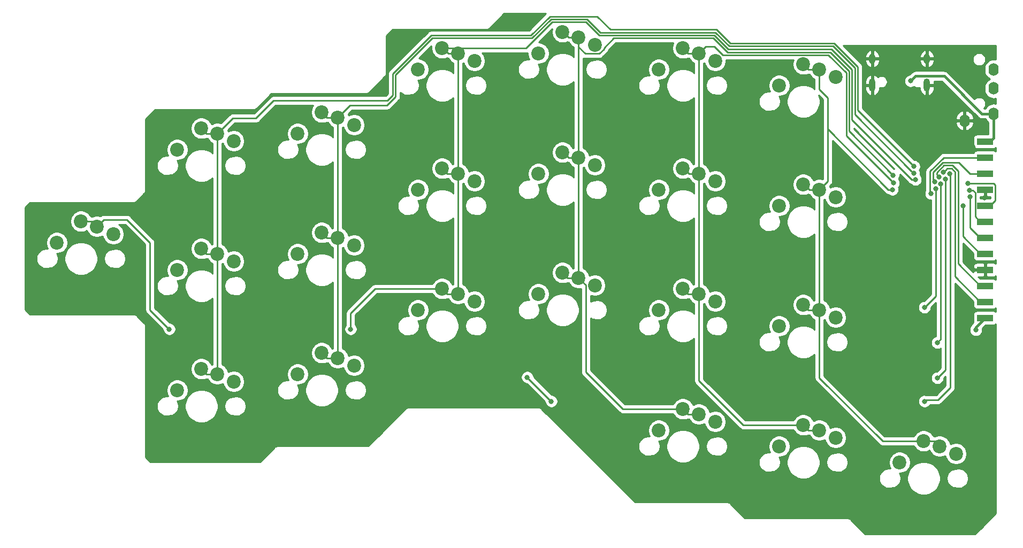
<source format=gbl>
G04 #@! TF.GenerationSoftware,KiCad,Pcbnew,5.1.10*
G04 #@! TF.CreationDate,2021-06-22T11:56:40+03:00*
G04 #@! TF.ProjectId,left,6c656674-2e6b-4696-9361-645f70636258,rev?*
G04 #@! TF.SameCoordinates,Original*
G04 #@! TF.FileFunction,Copper,L2,Bot*
G04 #@! TF.FilePolarity,Positive*
%FSLAX46Y46*%
G04 Gerber Fmt 4.6, Leading zero omitted, Abs format (unit mm)*
G04 Created by KiCad (PCBNEW 5.1.10) date 2021-06-22 11:56:40*
%MOMM*%
%LPD*%
G01*
G04 APERTURE LIST*
G04 #@! TA.AperFunction,ComponentPad*
%ADD10C,2.200000*%
G04 #@! TD*
G04 #@! TA.AperFunction,ComponentPad*
%ADD11O,1.600000X2.000000*%
G04 #@! TD*
G04 #@! TA.AperFunction,ComponentPad*
%ADD12O,1.000000X1.400000*%
G04 #@! TD*
G04 #@! TA.AperFunction,SMDPad,CuDef*
%ADD13R,2.500000X1.000000*%
G04 #@! TD*
G04 #@! TA.AperFunction,ComponentPad*
%ADD14O,1.000000X2.100000*%
G04 #@! TD*
G04 #@! TA.AperFunction,ComponentPad*
%ADD15O,1.000000X1.600000*%
G04 #@! TD*
G04 #@! TA.AperFunction,ViaPad*
%ADD16C,0.800000*%
G04 #@! TD*
G04 #@! TA.AperFunction,Conductor*
%ADD17C,0.250000*%
G04 #@! TD*
G04 #@! TA.AperFunction,Conductor*
%ADD18C,0.381000*%
G04 #@! TD*
G04 #@! TA.AperFunction,Conductor*
%ADD19C,0.254000*%
G04 #@! TD*
G04 #@! TA.AperFunction,Conductor*
%ADD20C,0.100000*%
G04 #@! TD*
G04 APERTURE END LIST*
D10*
X119400000Y-62775000D03*
X114300000Y-60775000D03*
X116840000Y-61595000D03*
X110490000Y-64135000D03*
X233700000Y-112305000D03*
X228600000Y-110305000D03*
X231140000Y-111125000D03*
X224790000Y-113665000D03*
X110490000Y-83185000D03*
X116840000Y-80645000D03*
X114300000Y-79825000D03*
X119400000Y-81825000D03*
X119400000Y-100875000D03*
X114300000Y-98875000D03*
X116840000Y-99695000D03*
X110490000Y-102235000D03*
X148590000Y-51435000D03*
X154940000Y-48895000D03*
X152400000Y-48075000D03*
X157500000Y-50075000D03*
X214650000Y-71665000D03*
X209550000Y-69665000D03*
X212090000Y-70485000D03*
X205740000Y-73025000D03*
X148590000Y-70485000D03*
X154940000Y-67945000D03*
X152400000Y-67125000D03*
X157500000Y-69125000D03*
X157500000Y-88175000D03*
X152400000Y-86175000D03*
X154940000Y-86995000D03*
X148590000Y-89535000D03*
X91440000Y-78867000D03*
X97790000Y-76327000D03*
X95250000Y-75507000D03*
X100350000Y-77507000D03*
X214650000Y-52615000D03*
X209550000Y-50615000D03*
X212090000Y-51435000D03*
X205740000Y-53975000D03*
X205740000Y-92075000D03*
X212090000Y-89535000D03*
X209550000Y-88715000D03*
X214650000Y-90715000D03*
X138450000Y-60235000D03*
X133350000Y-58235000D03*
X135890000Y-59055000D03*
X129540000Y-61595000D03*
X129540000Y-80645000D03*
X135890000Y-78105000D03*
X133350000Y-77285000D03*
X138450000Y-79285000D03*
X138450000Y-98335000D03*
X133350000Y-96335000D03*
X135890000Y-97155000D03*
X129540000Y-99695000D03*
X167640000Y-48895000D03*
X173990000Y-46355000D03*
X171450000Y-45535000D03*
X176550000Y-47535000D03*
X176550000Y-66585000D03*
X171450000Y-64585000D03*
X173990000Y-65405000D03*
X167640000Y-67945000D03*
X167640000Y-86995000D03*
X173990000Y-84455000D03*
X171450000Y-83635000D03*
X176550000Y-85635000D03*
X195600000Y-50075000D03*
X190500000Y-48075000D03*
X193040000Y-48895000D03*
X186690000Y-51435000D03*
X186690000Y-70485000D03*
X193040000Y-67945000D03*
X190500000Y-67125000D03*
X195600000Y-69125000D03*
X195600000Y-88175000D03*
X190500000Y-86175000D03*
X193040000Y-86995000D03*
X186690000Y-89535000D03*
X205740000Y-111125000D03*
X212090000Y-108585000D03*
X209550000Y-107765000D03*
X214650000Y-109765000D03*
X195600000Y-107225000D03*
X190500000Y-105225000D03*
X193040000Y-106045000D03*
X186690000Y-108585000D03*
D11*
X235063000Y-59560000D03*
X239663000Y-58460000D03*
X239663000Y-51460000D03*
X239663000Y-54460000D03*
D12*
X239663000Y-51460000D03*
X239663000Y-54460000D03*
X239663000Y-58460000D03*
X235063000Y-59560000D03*
D13*
X238315000Y-62865000D03*
X238315000Y-65405000D03*
X238315000Y-67945000D03*
X238315000Y-70485000D03*
X238315000Y-73025000D03*
X238315000Y-75565000D03*
X238315000Y-78105000D03*
X238315000Y-80645000D03*
X238315000Y-83185000D03*
X238315000Y-85725000D03*
X238315000Y-88265000D03*
X238315000Y-90805000D03*
D14*
X220470000Y-53930000D03*
X229110000Y-53930000D03*
D15*
X229110000Y-49750000D03*
X220470000Y-49750000D03*
D16*
X220345000Y-74422000D03*
X221996000Y-83947000D03*
X227965000Y-80137000D03*
X235712000Y-81280000D03*
X238252000Y-71755000D03*
X236347000Y-63627000D03*
X220726000Y-69596000D03*
X223520000Y-61214000D03*
X230505000Y-59690000D03*
X226507489Y-53279489D03*
X236855000Y-92710000D03*
X234823000Y-73025000D03*
X235966000Y-71628000D03*
X235819000Y-70592000D03*
X235616000Y-69469000D03*
X230505000Y-70358000D03*
X228727000Y-89118927D03*
X230759000Y-94706927D03*
X231295661Y-69612394D03*
X230759000Y-100294927D03*
X232035892Y-68843108D03*
X228727000Y-104013000D03*
X232727096Y-67934685D03*
X231733288Y-67744851D03*
X231039426Y-68464974D03*
X227075996Y-66802000D03*
X227035097Y-67928177D03*
X137922000Y-92583000D03*
X109220000Y-92583000D03*
X227296223Y-68893494D03*
X223773988Y-68199000D03*
X230377996Y-69215000D03*
X229743000Y-71120000D03*
X223830091Y-69450510D03*
X223647000Y-70484902D03*
X169672000Y-104013000D03*
X165862000Y-100203000D03*
D17*
X238125000Y-62675000D02*
X238315000Y-62865000D01*
D18*
X238482000Y-58460000D02*
X239663000Y-58460000D01*
X237793058Y-58460000D02*
X238482000Y-58460000D01*
X227297488Y-52489490D02*
X231822548Y-52489490D01*
X231822548Y-52489490D02*
X237793058Y-58460000D01*
X226507489Y-53279489D02*
X227297488Y-52489490D01*
X239065000Y-62865000D02*
X238315000Y-62865000D01*
X239649000Y-62281000D02*
X239065000Y-62865000D01*
X239649000Y-61976000D02*
X239649000Y-62281000D01*
X239663000Y-58460000D02*
X239663000Y-61962000D01*
X239663000Y-61962000D02*
X239649000Y-61976000D01*
X236855000Y-92265000D02*
X238315000Y-90805000D01*
X236855000Y-92710000D02*
X236855000Y-92265000D01*
D17*
X234823000Y-77903000D02*
X234823000Y-73590685D01*
X237565000Y-80645000D02*
X234823000Y-77903000D01*
X234823000Y-73590685D02*
X234823000Y-73025000D01*
X238315000Y-80645000D02*
X237565000Y-80645000D01*
X238315000Y-78105000D02*
X237565000Y-78105000D01*
X235966000Y-72193685D02*
X235966000Y-71628000D01*
X237565000Y-78105000D02*
X235966000Y-76506000D01*
X235966000Y-76506000D02*
X235966000Y-72193685D01*
X237565000Y-75565000D02*
X238315000Y-75565000D01*
X236739999Y-70947314D02*
X236739999Y-74739999D01*
X236384685Y-70592000D02*
X236739999Y-70947314D01*
X236739999Y-74739999D02*
X237565000Y-75565000D01*
X235819000Y-70592000D02*
X236384685Y-70592000D01*
X239890001Y-72199999D02*
X239065000Y-73025000D01*
X239890001Y-69724999D02*
X239890001Y-72199999D01*
X239634002Y-69469000D02*
X239890001Y-69724999D01*
X239065000Y-73025000D02*
X238315000Y-73025000D01*
X235616000Y-69469000D02*
X239634002Y-69469000D01*
X230505000Y-87340927D02*
X230505000Y-70358000D01*
X228727000Y-89118927D02*
X230505000Y-87340927D01*
X230759000Y-94706927D02*
X231295661Y-94170266D01*
X231295661Y-70178079D02*
X231295661Y-69612394D01*
X231295661Y-94170266D02*
X231295661Y-70178079D01*
X232035892Y-99018035D02*
X232035892Y-69408793D01*
X232035892Y-69408793D02*
X232035892Y-68843108D01*
X230759000Y-100294927D02*
X232035892Y-99018035D01*
X232791000Y-68072000D02*
X232791000Y-68072000D01*
X232791000Y-67998589D02*
X232727096Y-67934685D01*
X232791000Y-101854000D02*
X232791000Y-67998589D01*
X232791000Y-101854000D02*
X230886000Y-103759000D01*
X228981000Y-103759000D02*
X228727000Y-104013000D01*
X230886000Y-103759000D02*
X228981000Y-103759000D01*
X233553000Y-84253000D02*
X233553000Y-67687587D01*
X237565000Y-88265000D02*
X233553000Y-84253000D01*
X232314136Y-67164003D02*
X232133287Y-67344852D01*
X233029416Y-67164003D02*
X232314136Y-67164003D01*
X232133287Y-67344852D02*
X231733288Y-67744851D01*
X233553000Y-67687587D02*
X233029416Y-67164003D01*
X238315000Y-88265000D02*
X237565000Y-88265000D01*
X234061000Y-67559177D02*
X233157825Y-66656002D01*
X231796818Y-66656002D02*
X230639427Y-67813393D01*
X234061000Y-82221000D02*
X234061000Y-67559177D01*
X230639427Y-68064975D02*
X231039426Y-68464974D01*
X233157825Y-66656002D02*
X231796818Y-66656002D01*
X230639427Y-67813393D02*
X230639427Y-68064975D01*
X238315000Y-85725000D02*
X237565000Y-85725000D01*
X237565000Y-85725000D02*
X234061000Y-82221000D01*
X115120000Y-61595000D02*
X114300000Y-60775000D01*
X116840000Y-61595000D02*
X115120000Y-61595000D01*
X116840000Y-61595000D02*
X116840000Y-80645000D01*
X115120000Y-80645000D02*
X114300000Y-79825000D01*
X116840000Y-80645000D02*
X115120000Y-80645000D01*
X116840000Y-80645000D02*
X116840000Y-99695000D01*
X115120000Y-99695000D02*
X114300000Y-98875000D01*
X116840000Y-99695000D02*
X115120000Y-99695000D01*
X119253000Y-59182000D02*
X116840000Y-61595000D01*
X122936000Y-59182000D02*
X119253000Y-59182000D01*
X143762590Y-56388000D02*
X125730000Y-56388000D01*
X144583990Y-55566600D02*
X143762590Y-56388000D01*
X227075996Y-66802000D02*
X218139029Y-57865033D01*
X150689599Y-46031991D02*
X144583990Y-52137600D01*
X218139029Y-57865033D02*
X218139029Y-51005618D01*
X218139029Y-51005618D02*
X214435400Y-47301989D01*
X214435400Y-47301989D02*
X198003613Y-47301989D01*
X195833594Y-45131967D02*
X179004802Y-45131967D01*
X198003613Y-47301989D02*
X195833594Y-45131967D01*
X179004802Y-45131967D02*
X176914813Y-43041978D01*
X176914813Y-43041978D02*
X169427611Y-43041978D01*
X150818011Y-46031989D02*
X150689599Y-46031991D01*
X169427611Y-43041978D02*
X166437600Y-46031989D01*
X166437600Y-46031989D02*
X150818011Y-46031989D01*
X125730000Y-56388000D02*
X122936000Y-59182000D01*
X144583990Y-52137600D02*
X144583990Y-55566600D01*
X217689020Y-58582100D02*
X226635098Y-67528178D01*
X226635098Y-67528178D02*
X227035097Y-67928177D01*
X134170000Y-97155000D02*
X133350000Y-96335000D01*
X135890000Y-97155000D02*
X134170000Y-97155000D01*
X135890000Y-97155000D02*
X135890000Y-78105000D01*
X134170000Y-78105000D02*
X133350000Y-77285000D01*
X135890000Y-78105000D02*
X134170000Y-78105000D01*
X135890000Y-63233998D02*
X135890000Y-59055000D01*
X135890000Y-78105000D02*
X135890000Y-63233998D01*
X134170000Y-59055000D02*
X133350000Y-58235000D01*
X135890000Y-59055000D02*
X134170000Y-59055000D01*
X217689020Y-51943000D02*
X217689020Y-58582100D01*
X217689020Y-51825610D02*
X217689020Y-51943000D01*
X166624000Y-46482000D02*
X150876000Y-46482000D01*
X169614011Y-43491989D02*
X166624000Y-46482000D01*
X175319399Y-43491989D02*
X169614011Y-43491989D01*
X150876000Y-46482000D02*
X145034000Y-52324000D01*
X177409388Y-45581978D02*
X175319399Y-43491989D01*
X137795000Y-57150000D02*
X135890000Y-59055000D01*
X195647194Y-45581978D02*
X177409388Y-45581978D01*
X214249000Y-47752000D02*
X197817214Y-47752000D01*
X197817214Y-47752000D02*
X195647194Y-45581978D01*
X217689020Y-51192020D02*
X214249000Y-47752000D01*
X217689020Y-51943000D02*
X217689020Y-51192020D01*
X145034000Y-52324000D02*
X145034000Y-55753000D01*
X143637000Y-57150000D02*
X137795000Y-57150000D01*
X145034000Y-55753000D02*
X143637000Y-57150000D01*
X152564366Y-48075000D02*
X152400000Y-48075000D01*
X153384366Y-48895000D02*
X152564366Y-48075000D01*
X154940000Y-48895000D02*
X153384366Y-48895000D01*
X154940000Y-48895000D02*
X154940000Y-67945000D01*
X153220000Y-67945000D02*
X152400000Y-67125000D01*
X154940000Y-67945000D02*
X153220000Y-67945000D01*
X154940000Y-67945000D02*
X154940000Y-86995000D01*
X153220000Y-86995000D02*
X152400000Y-86175000D01*
X154940000Y-86995000D02*
X153220000Y-86995000D01*
X213997822Y-48260000D02*
X217239011Y-51501189D01*
X195460794Y-46031989D02*
X197688804Y-48260000D01*
X197688804Y-48260000D02*
X213997822Y-48260000D01*
X152400000Y-48075000D02*
X165667411Y-48075000D01*
X217239011Y-51501189D02*
X217239010Y-59401966D01*
X175132999Y-43942000D02*
X177222988Y-46031989D01*
X165667411Y-48075000D02*
X169800411Y-43942000D01*
X169800411Y-43942000D02*
X175132999Y-43942000D01*
X226730538Y-68893494D02*
X227296223Y-68893494D01*
X177222988Y-46031989D02*
X195460794Y-46031989D01*
X217239010Y-59401966D02*
X226730538Y-68893494D01*
X141790000Y-86175000D02*
X137922000Y-90043000D01*
X152400000Y-86175000D02*
X141790000Y-86175000D01*
X137922000Y-90043000D02*
X137922000Y-92583000D01*
X96970000Y-75507000D02*
X97790000Y-76327000D01*
X95250000Y-75507000D02*
X96970000Y-75507000D01*
X98889999Y-75227001D02*
X97790000Y-76327000D01*
X102532001Y-75227001D02*
X98889999Y-75227001D01*
X106172000Y-89535000D02*
X106172000Y-78867000D01*
X106172000Y-78867000D02*
X102532001Y-75227001D01*
X109220000Y-92583000D02*
X106172000Y-89535000D01*
X223773988Y-68199000D02*
X216789000Y-61214012D01*
X216789000Y-61214012D02*
X216789000Y-57658000D01*
X216789000Y-57658000D02*
X216789000Y-58571000D01*
X172270000Y-84455000D02*
X171450000Y-83635000D01*
X173990000Y-84455000D02*
X172270000Y-84455000D01*
X173990000Y-82899366D02*
X173990000Y-65405000D01*
X173990000Y-84455000D02*
X173990000Y-82899366D01*
X171614366Y-64585000D02*
X171450000Y-64585000D01*
X172434366Y-65405000D02*
X171614366Y-64585000D01*
X173990000Y-65405000D02*
X172434366Y-65405000D01*
X173990000Y-63849366D02*
X173990000Y-46355000D01*
X173990000Y-65405000D02*
X173990000Y-63849366D01*
X171614366Y-45535000D02*
X171450000Y-45535000D01*
X172434366Y-46355000D02*
X171614366Y-45535000D01*
X173990000Y-46355000D02*
X172434366Y-46355000D01*
X195274394Y-46482000D02*
X197532382Y-48739988D01*
X179564002Y-46482000D02*
X195274394Y-46482000D01*
X197532382Y-48739988D02*
X213841399Y-48739988D01*
X177975001Y-48071001D02*
X179564002Y-46482000D01*
X177975001Y-48219001D02*
X177975001Y-48071001D01*
X173990000Y-47910634D02*
X175039367Y-48960001D01*
X216789000Y-51814589D02*
X216789000Y-57658000D01*
X213841399Y-48739988D02*
X216789000Y-51687589D01*
X177234001Y-48960001D02*
X177975001Y-48219001D01*
X175039367Y-48960001D02*
X177234001Y-48960001D01*
X216789000Y-51687589D02*
X216789000Y-51814589D01*
X173990000Y-46355000D02*
X173990000Y-47910634D01*
X175124999Y-85589999D02*
X175124999Y-99374999D01*
X173990000Y-84455000D02*
X175124999Y-85589999D01*
X191320000Y-106045000D02*
X190500000Y-105225000D01*
X193040000Y-106045000D02*
X191320000Y-106045000D01*
X180975000Y-105225000D02*
X175124999Y-99374999D01*
X190500000Y-105225000D02*
X180975000Y-105225000D01*
X230066011Y-67750399D02*
X230066011Y-68903015D01*
X230066011Y-68903015D02*
X230377996Y-69215000D01*
X235899999Y-67945000D02*
X234160990Y-66205991D01*
X231610419Y-66205991D02*
X230066011Y-67750399D01*
X234160990Y-66205991D02*
X231610419Y-66205991D01*
X238315000Y-67945000D02*
X235899999Y-67945000D01*
X229616000Y-67564000D02*
X229616000Y-70993000D01*
X238315000Y-65405000D02*
X231775000Y-65405000D01*
X229616000Y-70993000D02*
X229743000Y-71120000D01*
X231775000Y-65405000D02*
X229616000Y-67564000D01*
X191320000Y-48895000D02*
X190500000Y-48075000D01*
X193040000Y-48895000D02*
X191320000Y-48895000D01*
X190664366Y-67125000D02*
X190500000Y-67125000D01*
X191484366Y-67945000D02*
X190664366Y-67125000D01*
X193040000Y-67945000D02*
X191484366Y-67945000D01*
X193040000Y-48895000D02*
X193040000Y-67945000D01*
X193040000Y-67945000D02*
X193040000Y-86995000D01*
X191320000Y-86995000D02*
X190500000Y-86175000D01*
X193040000Y-86995000D02*
X191320000Y-86995000D01*
X193040000Y-100780000D02*
X200025000Y-107765000D01*
X193040000Y-86995000D02*
X193040000Y-100780000D01*
X194139999Y-47795001D02*
X193040000Y-48895000D01*
X195429003Y-47795001D02*
X194139999Y-47795001D01*
X196824001Y-49189999D02*
X195429003Y-47795001D01*
X216338989Y-61959408D02*
X216338989Y-52000989D01*
X213527999Y-49189999D02*
X196824001Y-49189999D01*
X216338989Y-52000989D02*
X213527999Y-49189999D01*
X223830091Y-69450510D02*
X216338989Y-61959408D01*
X210370000Y-108585000D02*
X209550000Y-107765000D01*
X212090000Y-108585000D02*
X210370000Y-108585000D01*
X209550000Y-107765000D02*
X200025000Y-107765000D01*
X213429999Y-60267901D02*
X213429999Y-55909212D01*
X212090000Y-54569213D02*
X212090000Y-51435000D01*
X213429999Y-55909212D02*
X212090000Y-54569213D01*
X210370000Y-51435000D02*
X209550000Y-50615000D01*
X212090000Y-51435000D02*
X210370000Y-51435000D01*
X213429999Y-69145001D02*
X212090000Y-70485000D01*
X213429999Y-60267901D02*
X213429999Y-69145001D01*
X212090000Y-70485000D02*
X212090000Y-89535000D01*
X210370000Y-89535000D02*
X209550000Y-88715000D01*
X212090000Y-89535000D02*
X210370000Y-89535000D01*
X209714366Y-69665000D02*
X209550000Y-69665000D01*
X210534366Y-70485000D02*
X209714366Y-69665000D01*
X212090000Y-70485000D02*
X210534366Y-70485000D01*
X212090000Y-89535000D02*
X212090000Y-100291320D01*
X213429999Y-60902999D02*
X213429999Y-60267901D01*
X223647000Y-70484902D02*
X223011902Y-70484902D01*
X223011902Y-70484902D02*
X213429999Y-60902999D01*
X222103680Y-110305000D02*
X228600000Y-110305000D01*
X212090000Y-100291320D02*
X222103680Y-110305000D01*
X230320000Y-110305000D02*
X231140000Y-111125000D01*
X228600000Y-110305000D02*
X230320000Y-110305000D01*
X167640000Y-48895000D02*
X167705001Y-48960001D01*
X165862000Y-100203000D02*
X169672000Y-104013000D01*
D19*
X166122799Y-45271989D02*
X150780678Y-45271989D01*
X150780667Y-45271990D01*
X150726920Y-45271991D01*
X150689598Y-45268315D01*
X150652265Y-45271992D01*
X150652255Y-45271992D01*
X150596720Y-45277463D01*
X150540612Y-45282989D01*
X150540607Y-45282991D01*
X150540602Y-45282991D01*
X150491255Y-45297961D01*
X150397352Y-45326445D01*
X150397343Y-45326450D01*
X150397342Y-45326450D01*
X150382494Y-45334387D01*
X150265322Y-45397017D01*
X150178596Y-45468192D01*
X150178587Y-45468201D01*
X150149590Y-45491999D01*
X150125802Y-45520986D01*
X144072993Y-51573796D01*
X144043989Y-51597599D01*
X144009280Y-51639893D01*
X143949016Y-51713324D01*
X143902798Y-51799791D01*
X143878444Y-51845354D01*
X143834987Y-51988615D01*
X143823990Y-52100268D01*
X143823990Y-52100278D01*
X143820314Y-52137600D01*
X143823990Y-52174923D01*
X143823991Y-55251797D01*
X143447789Y-55628000D01*
X125767325Y-55628000D01*
X125730000Y-55624324D01*
X125692675Y-55628000D01*
X125692667Y-55628000D01*
X125581014Y-55638997D01*
X125437753Y-55682454D01*
X125305724Y-55753026D01*
X125189999Y-55847999D01*
X125166201Y-55876997D01*
X122621199Y-58422000D01*
X119290322Y-58422000D01*
X119252999Y-58418324D01*
X119215676Y-58422000D01*
X119215667Y-58422000D01*
X119104014Y-58432997D01*
X118960753Y-58476454D01*
X118828724Y-58547026D01*
X118712999Y-58641999D01*
X118689201Y-58670997D01*
X117407912Y-59952286D01*
X117346081Y-59926675D01*
X117010883Y-59860000D01*
X116669117Y-59860000D01*
X116333919Y-59926675D01*
X116018169Y-60057463D01*
X115910528Y-60129386D01*
X115837537Y-59953169D01*
X115647663Y-59669002D01*
X115405998Y-59427337D01*
X115121831Y-59237463D01*
X114806081Y-59106675D01*
X114470883Y-59040000D01*
X114129117Y-59040000D01*
X113793919Y-59106675D01*
X113478169Y-59237463D01*
X113194002Y-59427337D01*
X112952337Y-59669002D01*
X112762463Y-59953169D01*
X112631675Y-60268919D01*
X112565000Y-60604117D01*
X112565000Y-60945883D01*
X112631675Y-61281081D01*
X112762463Y-61596831D01*
X112952337Y-61880998D01*
X113194002Y-62122663D01*
X113478169Y-62312537D01*
X113793919Y-62443325D01*
X114129117Y-62510000D01*
X114470883Y-62510000D01*
X114806081Y-62443325D01*
X115031486Y-62349959D01*
X115082667Y-62355000D01*
X115082676Y-62355000D01*
X115119999Y-62358676D01*
X115157322Y-62355000D01*
X115276852Y-62355000D01*
X115302463Y-62416831D01*
X115492337Y-62700998D01*
X115734002Y-62942663D01*
X116018169Y-63132537D01*
X116080000Y-63158148D01*
X116080000Y-64728547D01*
X115979715Y-64628262D01*
X115548141Y-64339893D01*
X115068601Y-64141261D01*
X114559525Y-64040000D01*
X114040475Y-64040000D01*
X113531399Y-64141261D01*
X113051859Y-64339893D01*
X112620285Y-64628262D01*
X112253262Y-64995285D01*
X111964893Y-65426859D01*
X111766261Y-65906399D01*
X111665000Y-66415475D01*
X111665000Y-66934525D01*
X111766261Y-67443601D01*
X111964893Y-67923141D01*
X112253262Y-68354715D01*
X112620285Y-68721738D01*
X113051859Y-69010107D01*
X113531399Y-69208739D01*
X114040475Y-69310000D01*
X114559525Y-69310000D01*
X115068601Y-69208739D01*
X115548141Y-69010107D01*
X115979715Y-68721738D01*
X116080000Y-68621453D01*
X116080001Y-79081851D01*
X116018169Y-79107463D01*
X115910528Y-79179386D01*
X115837537Y-79003169D01*
X115647663Y-78719002D01*
X115405998Y-78477337D01*
X115121831Y-78287463D01*
X114806081Y-78156675D01*
X114470883Y-78090000D01*
X114129117Y-78090000D01*
X113793919Y-78156675D01*
X113478169Y-78287463D01*
X113194002Y-78477337D01*
X112952337Y-78719002D01*
X112762463Y-79003169D01*
X112631675Y-79318919D01*
X112565000Y-79654117D01*
X112565000Y-79995883D01*
X112631675Y-80331081D01*
X112762463Y-80646831D01*
X112952337Y-80930998D01*
X113194002Y-81172663D01*
X113478169Y-81362537D01*
X113793919Y-81493325D01*
X114129117Y-81560000D01*
X114470883Y-81560000D01*
X114806081Y-81493325D01*
X115031486Y-81399959D01*
X115082667Y-81405000D01*
X115082676Y-81405000D01*
X115119999Y-81408676D01*
X115157322Y-81405000D01*
X115276852Y-81405000D01*
X115302463Y-81466831D01*
X115492337Y-81750998D01*
X115734002Y-81992663D01*
X116018169Y-82182537D01*
X116080000Y-82208148D01*
X116080000Y-83778547D01*
X115979715Y-83678262D01*
X115548141Y-83389893D01*
X115068601Y-83191261D01*
X114559525Y-83090000D01*
X114040475Y-83090000D01*
X113531399Y-83191261D01*
X113051859Y-83389893D01*
X112620285Y-83678262D01*
X112253262Y-84045285D01*
X111964893Y-84476859D01*
X111766261Y-84956399D01*
X111665000Y-85465475D01*
X111665000Y-85984525D01*
X111766261Y-86493601D01*
X111964893Y-86973141D01*
X112253262Y-87404715D01*
X112620285Y-87771738D01*
X113051859Y-88060107D01*
X113531399Y-88258739D01*
X114040475Y-88360000D01*
X114559525Y-88360000D01*
X115068601Y-88258739D01*
X115548141Y-88060107D01*
X115979715Y-87771738D01*
X116080000Y-87671453D01*
X116080001Y-98131851D01*
X116018169Y-98157463D01*
X115910528Y-98229386D01*
X115837537Y-98053169D01*
X115647663Y-97769002D01*
X115405998Y-97527337D01*
X115121831Y-97337463D01*
X114806081Y-97206675D01*
X114470883Y-97140000D01*
X114129117Y-97140000D01*
X113793919Y-97206675D01*
X113478169Y-97337463D01*
X113194002Y-97527337D01*
X112952337Y-97769002D01*
X112762463Y-98053169D01*
X112631675Y-98368919D01*
X112565000Y-98704117D01*
X112565000Y-99045883D01*
X112631675Y-99381081D01*
X112762463Y-99696831D01*
X112952337Y-99980998D01*
X113194002Y-100222663D01*
X113478169Y-100412537D01*
X113793919Y-100543325D01*
X114129117Y-100610000D01*
X114470883Y-100610000D01*
X114806081Y-100543325D01*
X115031486Y-100449959D01*
X115082667Y-100455000D01*
X115082676Y-100455000D01*
X115119999Y-100458676D01*
X115157322Y-100455000D01*
X115276852Y-100455000D01*
X115302463Y-100516831D01*
X115492337Y-100800998D01*
X115734002Y-101042663D01*
X116018169Y-101232537D01*
X116333919Y-101363325D01*
X116669117Y-101430000D01*
X117010883Y-101430000D01*
X117346081Y-101363325D01*
X117661831Y-101232537D01*
X117697400Y-101208770D01*
X117731675Y-101381081D01*
X117862463Y-101696831D01*
X118052337Y-101980998D01*
X118294002Y-102222663D01*
X118578169Y-102412537D01*
X118893919Y-102543325D01*
X119229117Y-102610000D01*
X119570883Y-102610000D01*
X119906081Y-102543325D01*
X120221831Y-102412537D01*
X120505998Y-102222663D01*
X120649770Y-102078891D01*
X126265000Y-102078891D01*
X126265000Y-102391109D01*
X126325911Y-102697327D01*
X126445391Y-102985779D01*
X126618850Y-103245379D01*
X126839621Y-103466150D01*
X127099221Y-103639609D01*
X127387673Y-103759089D01*
X127693891Y-103820000D01*
X128006109Y-103820000D01*
X128312327Y-103759089D01*
X128406697Y-103720000D01*
X128416260Y-103720000D01*
X128703158Y-103662932D01*
X128973411Y-103550990D01*
X129216632Y-103388475D01*
X129423475Y-103181632D01*
X129585990Y-102938411D01*
X129697932Y-102668158D01*
X129755000Y-102381260D01*
X129755000Y-102088740D01*
X129732471Y-101975475D01*
X130715000Y-101975475D01*
X130715000Y-102494525D01*
X130816261Y-103003601D01*
X131014893Y-103483141D01*
X131303262Y-103914715D01*
X131670285Y-104281738D01*
X132101859Y-104570107D01*
X132581399Y-104768739D01*
X133090475Y-104870000D01*
X133609525Y-104870000D01*
X134118601Y-104768739D01*
X134598141Y-104570107D01*
X135029715Y-104281738D01*
X135396738Y-103914715D01*
X135685107Y-103483141D01*
X135883739Y-103003601D01*
X135985000Y-102494525D01*
X135985000Y-102088740D01*
X136945000Y-102088740D01*
X136945000Y-102381260D01*
X137002068Y-102668158D01*
X137114010Y-102938411D01*
X137276525Y-103181632D01*
X137483368Y-103388475D01*
X137726589Y-103550990D01*
X137996842Y-103662932D01*
X138283740Y-103720000D01*
X138293303Y-103720000D01*
X138387673Y-103759089D01*
X138693891Y-103820000D01*
X139006109Y-103820000D01*
X139312327Y-103759089D01*
X139600779Y-103639609D01*
X139860379Y-103466150D01*
X140081150Y-103245379D01*
X140254609Y-102985779D01*
X140374089Y-102697327D01*
X140435000Y-102391109D01*
X140435000Y-102078891D01*
X140374089Y-101772673D01*
X140254609Y-101484221D01*
X140081150Y-101224621D01*
X139860379Y-101003850D01*
X139600779Y-100830391D01*
X139312327Y-100710911D01*
X139006109Y-100650000D01*
X138693891Y-100650000D01*
X138387673Y-100710911D01*
X138293303Y-100750000D01*
X138283740Y-100750000D01*
X137996842Y-100807068D01*
X137726589Y-100919010D01*
X137483368Y-101081525D01*
X137276525Y-101288368D01*
X137114010Y-101531589D01*
X137002068Y-101801842D01*
X136945000Y-102088740D01*
X135985000Y-102088740D01*
X135985000Y-101975475D01*
X135883739Y-101466399D01*
X135685107Y-100986859D01*
X135396738Y-100555285D01*
X135029715Y-100188262D01*
X134899210Y-100101061D01*
X164827000Y-100101061D01*
X164827000Y-100304939D01*
X164866774Y-100504898D01*
X164944795Y-100693256D01*
X165058063Y-100862774D01*
X165202226Y-101006937D01*
X165371744Y-101120205D01*
X165560102Y-101198226D01*
X165760061Y-101238000D01*
X165822199Y-101238000D01*
X168637000Y-104052802D01*
X168637000Y-104114939D01*
X168676774Y-104314898D01*
X168754795Y-104503256D01*
X168868063Y-104672774D01*
X169012226Y-104816937D01*
X169181744Y-104930205D01*
X169370102Y-105008226D01*
X169570061Y-105048000D01*
X169773939Y-105048000D01*
X169973898Y-105008226D01*
X170162256Y-104930205D01*
X170331774Y-104816937D01*
X170475937Y-104672774D01*
X170589205Y-104503256D01*
X170667226Y-104314898D01*
X170707000Y-104114939D01*
X170707000Y-103911061D01*
X170667226Y-103711102D01*
X170589205Y-103522744D01*
X170475937Y-103353226D01*
X170331774Y-103209063D01*
X170162256Y-103095795D01*
X169973898Y-103017774D01*
X169773939Y-102978000D01*
X169711802Y-102978000D01*
X166897000Y-100163199D01*
X166897000Y-100101061D01*
X166857226Y-99901102D01*
X166779205Y-99712744D01*
X166665937Y-99543226D01*
X166521774Y-99399063D01*
X166352256Y-99285795D01*
X166163898Y-99207774D01*
X165963939Y-99168000D01*
X165760061Y-99168000D01*
X165560102Y-99207774D01*
X165371744Y-99285795D01*
X165202226Y-99399063D01*
X165058063Y-99543226D01*
X164944795Y-99712744D01*
X164866774Y-99901102D01*
X164827000Y-100101061D01*
X134899210Y-100101061D01*
X134598141Y-99899893D01*
X134118601Y-99701261D01*
X133609525Y-99600000D01*
X133090475Y-99600000D01*
X132581399Y-99701261D01*
X132101859Y-99899893D01*
X131670285Y-100188262D01*
X131303262Y-100555285D01*
X131014893Y-100986859D01*
X130816261Y-101466399D01*
X130715000Y-101975475D01*
X129732471Y-101975475D01*
X129697932Y-101801842D01*
X129585990Y-101531589D01*
X129518110Y-101430000D01*
X129710883Y-101430000D01*
X130046081Y-101363325D01*
X130361831Y-101232537D01*
X130645998Y-101042663D01*
X130887663Y-100800998D01*
X131077537Y-100516831D01*
X131208325Y-100201081D01*
X131275000Y-99865883D01*
X131275000Y-99524117D01*
X131208325Y-99188919D01*
X131077537Y-98873169D01*
X130887663Y-98589002D01*
X130645998Y-98347337D01*
X130361831Y-98157463D01*
X130046081Y-98026675D01*
X129710883Y-97960000D01*
X129369117Y-97960000D01*
X129033919Y-98026675D01*
X128718169Y-98157463D01*
X128434002Y-98347337D01*
X128192337Y-98589002D01*
X128002463Y-98873169D01*
X127871675Y-99188919D01*
X127805000Y-99524117D01*
X127805000Y-99865883D01*
X127871675Y-100201081D01*
X128002463Y-100516831D01*
X128104524Y-100669576D01*
X128006109Y-100650000D01*
X127693891Y-100650000D01*
X127387673Y-100710911D01*
X127099221Y-100830391D01*
X126839621Y-101003850D01*
X126618850Y-101224621D01*
X126445391Y-101484221D01*
X126325911Y-101772673D01*
X126265000Y-102078891D01*
X120649770Y-102078891D01*
X120747663Y-101980998D01*
X120937537Y-101696831D01*
X121068325Y-101381081D01*
X121135000Y-101045883D01*
X121135000Y-100704117D01*
X121068325Y-100368919D01*
X120937537Y-100053169D01*
X120747663Y-99769002D01*
X120505998Y-99527337D01*
X120221831Y-99337463D01*
X119906081Y-99206675D01*
X119570883Y-99140000D01*
X119229117Y-99140000D01*
X118893919Y-99206675D01*
X118578169Y-99337463D01*
X118542600Y-99361230D01*
X118508325Y-99188919D01*
X118377537Y-98873169D01*
X118187663Y-98589002D01*
X117945998Y-98347337D01*
X117661831Y-98157463D01*
X117600000Y-98131852D01*
X117600000Y-85578740D01*
X117895000Y-85578740D01*
X117895000Y-85871260D01*
X117952068Y-86158158D01*
X118064010Y-86428411D01*
X118226525Y-86671632D01*
X118433368Y-86878475D01*
X118676589Y-87040990D01*
X118946842Y-87152932D01*
X119233740Y-87210000D01*
X119243303Y-87210000D01*
X119337673Y-87249089D01*
X119643891Y-87310000D01*
X119956109Y-87310000D01*
X120262327Y-87249089D01*
X120550779Y-87129609D01*
X120810379Y-86956150D01*
X121031150Y-86735379D01*
X121204609Y-86475779D01*
X121324089Y-86187327D01*
X121385000Y-85881109D01*
X121385000Y-85568891D01*
X121324089Y-85262673D01*
X121204609Y-84974221D01*
X121031150Y-84714621D01*
X120810379Y-84493850D01*
X120550779Y-84320391D01*
X120262327Y-84200911D01*
X119956109Y-84140000D01*
X119643891Y-84140000D01*
X119337673Y-84200911D01*
X119243303Y-84240000D01*
X119233740Y-84240000D01*
X118946842Y-84297068D01*
X118676589Y-84409010D01*
X118433368Y-84571525D01*
X118226525Y-84778368D01*
X118064010Y-85021589D01*
X117952068Y-85291842D01*
X117895000Y-85578740D01*
X117600000Y-85578740D01*
X117600000Y-82208148D01*
X117661831Y-82182537D01*
X117697400Y-82158770D01*
X117731675Y-82331081D01*
X117862463Y-82646831D01*
X118052337Y-82930998D01*
X118294002Y-83172663D01*
X118578169Y-83362537D01*
X118893919Y-83493325D01*
X119229117Y-83560000D01*
X119570883Y-83560000D01*
X119906081Y-83493325D01*
X120221831Y-83362537D01*
X120505998Y-83172663D01*
X120649770Y-83028891D01*
X126265000Y-83028891D01*
X126265000Y-83341109D01*
X126325911Y-83647327D01*
X126445391Y-83935779D01*
X126618850Y-84195379D01*
X126839621Y-84416150D01*
X127099221Y-84589609D01*
X127387673Y-84709089D01*
X127693891Y-84770000D01*
X128006109Y-84770000D01*
X128312327Y-84709089D01*
X128406697Y-84670000D01*
X128416260Y-84670000D01*
X128703158Y-84612932D01*
X128973411Y-84500990D01*
X129216632Y-84338475D01*
X129423475Y-84131632D01*
X129585990Y-83888411D01*
X129697932Y-83618158D01*
X129755000Y-83331260D01*
X129755000Y-83038740D01*
X129697932Y-82751842D01*
X129585990Y-82481589D01*
X129518110Y-82380000D01*
X129710883Y-82380000D01*
X130046081Y-82313325D01*
X130361831Y-82182537D01*
X130645998Y-81992663D01*
X130887663Y-81750998D01*
X131077537Y-81466831D01*
X131208325Y-81151081D01*
X131275000Y-80815883D01*
X131275000Y-80474117D01*
X131208325Y-80138919D01*
X131077537Y-79823169D01*
X130887663Y-79539002D01*
X130645998Y-79297337D01*
X130361831Y-79107463D01*
X130046081Y-78976675D01*
X129710883Y-78910000D01*
X129369117Y-78910000D01*
X129033919Y-78976675D01*
X128718169Y-79107463D01*
X128434002Y-79297337D01*
X128192337Y-79539002D01*
X128002463Y-79823169D01*
X127871675Y-80138919D01*
X127805000Y-80474117D01*
X127805000Y-80815883D01*
X127871675Y-81151081D01*
X128002463Y-81466831D01*
X128104524Y-81619576D01*
X128006109Y-81600000D01*
X127693891Y-81600000D01*
X127387673Y-81660911D01*
X127099221Y-81780391D01*
X126839621Y-81953850D01*
X126618850Y-82174621D01*
X126445391Y-82434221D01*
X126325911Y-82722673D01*
X126265000Y-83028891D01*
X120649770Y-83028891D01*
X120747663Y-82930998D01*
X120937537Y-82646831D01*
X121068325Y-82331081D01*
X121135000Y-81995883D01*
X121135000Y-81654117D01*
X121068325Y-81318919D01*
X120937537Y-81003169D01*
X120747663Y-80719002D01*
X120505998Y-80477337D01*
X120221831Y-80287463D01*
X119906081Y-80156675D01*
X119570883Y-80090000D01*
X119229117Y-80090000D01*
X118893919Y-80156675D01*
X118578169Y-80287463D01*
X118542600Y-80311230D01*
X118508325Y-80138919D01*
X118377537Y-79823169D01*
X118187663Y-79539002D01*
X117945998Y-79297337D01*
X117661831Y-79107463D01*
X117600000Y-79081852D01*
X117600000Y-66528740D01*
X117895000Y-66528740D01*
X117895000Y-66821260D01*
X117952068Y-67108158D01*
X118064010Y-67378411D01*
X118226525Y-67621632D01*
X118433368Y-67828475D01*
X118676589Y-67990990D01*
X118946842Y-68102932D01*
X119233740Y-68160000D01*
X119243303Y-68160000D01*
X119337673Y-68199089D01*
X119643891Y-68260000D01*
X119956109Y-68260000D01*
X120262327Y-68199089D01*
X120550779Y-68079609D01*
X120810379Y-67906150D01*
X121031150Y-67685379D01*
X121204609Y-67425779D01*
X121324089Y-67137327D01*
X121385000Y-66831109D01*
X121385000Y-66518891D01*
X121324089Y-66212673D01*
X121204609Y-65924221D01*
X121031150Y-65664621D01*
X120810379Y-65443850D01*
X120550779Y-65270391D01*
X120262327Y-65150911D01*
X119956109Y-65090000D01*
X119643891Y-65090000D01*
X119337673Y-65150911D01*
X119243303Y-65190000D01*
X119233740Y-65190000D01*
X118946842Y-65247068D01*
X118676589Y-65359010D01*
X118433368Y-65521525D01*
X118226525Y-65728368D01*
X118064010Y-65971589D01*
X117952068Y-66241842D01*
X117895000Y-66528740D01*
X117600000Y-66528740D01*
X117600000Y-63158148D01*
X117661831Y-63132537D01*
X117697400Y-63108770D01*
X117731675Y-63281081D01*
X117862463Y-63596831D01*
X118052337Y-63880998D01*
X118294002Y-64122663D01*
X118578169Y-64312537D01*
X118893919Y-64443325D01*
X119229117Y-64510000D01*
X119570883Y-64510000D01*
X119906081Y-64443325D01*
X120221831Y-64312537D01*
X120505998Y-64122663D01*
X120649770Y-63978891D01*
X126265000Y-63978891D01*
X126265000Y-64291109D01*
X126325911Y-64597327D01*
X126445391Y-64885779D01*
X126618850Y-65145379D01*
X126839621Y-65366150D01*
X127099221Y-65539609D01*
X127387673Y-65659089D01*
X127693891Y-65720000D01*
X128006109Y-65720000D01*
X128312327Y-65659089D01*
X128406697Y-65620000D01*
X128416260Y-65620000D01*
X128703158Y-65562932D01*
X128973411Y-65450990D01*
X129216632Y-65288475D01*
X129423475Y-65081632D01*
X129585990Y-64838411D01*
X129697932Y-64568158D01*
X129755000Y-64281260D01*
X129755000Y-63988740D01*
X129697932Y-63701842D01*
X129585990Y-63431589D01*
X129518110Y-63330000D01*
X129710883Y-63330000D01*
X130046081Y-63263325D01*
X130361831Y-63132537D01*
X130645998Y-62942663D01*
X130887663Y-62700998D01*
X131077537Y-62416831D01*
X131208325Y-62101081D01*
X131275000Y-61765883D01*
X131275000Y-61424117D01*
X131208325Y-61088919D01*
X131077537Y-60773169D01*
X130887663Y-60489002D01*
X130645998Y-60247337D01*
X130361831Y-60057463D01*
X130046081Y-59926675D01*
X129710883Y-59860000D01*
X129369117Y-59860000D01*
X129033919Y-59926675D01*
X128718169Y-60057463D01*
X128434002Y-60247337D01*
X128192337Y-60489002D01*
X128002463Y-60773169D01*
X127871675Y-61088919D01*
X127805000Y-61424117D01*
X127805000Y-61765883D01*
X127871675Y-62101081D01*
X128002463Y-62416831D01*
X128104524Y-62569576D01*
X128006109Y-62550000D01*
X127693891Y-62550000D01*
X127387673Y-62610911D01*
X127099221Y-62730391D01*
X126839621Y-62903850D01*
X126618850Y-63124621D01*
X126445391Y-63384221D01*
X126325911Y-63672673D01*
X126265000Y-63978891D01*
X120649770Y-63978891D01*
X120747663Y-63880998D01*
X120937537Y-63596831D01*
X121068325Y-63281081D01*
X121135000Y-62945883D01*
X121135000Y-62604117D01*
X121068325Y-62268919D01*
X120937537Y-61953169D01*
X120747663Y-61669002D01*
X120505998Y-61427337D01*
X120221831Y-61237463D01*
X119906081Y-61106675D01*
X119570883Y-61040000D01*
X119229117Y-61040000D01*
X118893919Y-61106675D01*
X118578169Y-61237463D01*
X118542600Y-61261230D01*
X118508325Y-61088919D01*
X118482714Y-61027088D01*
X119567802Y-59942000D01*
X122898678Y-59942000D01*
X122936000Y-59945676D01*
X122973322Y-59942000D01*
X122973333Y-59942000D01*
X123084986Y-59931003D01*
X123228247Y-59887546D01*
X123360276Y-59816974D01*
X123476001Y-59722001D01*
X123499804Y-59692997D01*
X126044802Y-57148000D01*
X131989643Y-57148000D01*
X131812463Y-57413169D01*
X131681675Y-57728919D01*
X131615000Y-58064117D01*
X131615000Y-58405883D01*
X131681675Y-58741081D01*
X131812463Y-59056831D01*
X132002337Y-59340998D01*
X132244002Y-59582663D01*
X132528169Y-59772537D01*
X132843919Y-59903325D01*
X133179117Y-59970000D01*
X133520883Y-59970000D01*
X133856081Y-59903325D01*
X134081486Y-59809959D01*
X134132667Y-59815000D01*
X134132676Y-59815000D01*
X134169999Y-59818676D01*
X134207322Y-59815000D01*
X134326852Y-59815000D01*
X134352463Y-59876831D01*
X134542337Y-60160998D01*
X134784002Y-60402663D01*
X135068169Y-60592537D01*
X135130001Y-60618149D01*
X135130000Y-62188547D01*
X135029715Y-62088262D01*
X134598141Y-61799893D01*
X134118601Y-61601261D01*
X133609525Y-61500000D01*
X133090475Y-61500000D01*
X132581399Y-61601261D01*
X132101859Y-61799893D01*
X131670285Y-62088262D01*
X131303262Y-62455285D01*
X131014893Y-62886859D01*
X130816261Y-63366399D01*
X130715000Y-63875475D01*
X130715000Y-64394525D01*
X130816261Y-64903601D01*
X131014893Y-65383141D01*
X131303262Y-65814715D01*
X131670285Y-66181738D01*
X132101859Y-66470107D01*
X132581399Y-66668739D01*
X133090475Y-66770000D01*
X133609525Y-66770000D01*
X134118601Y-66668739D01*
X134598141Y-66470107D01*
X135029715Y-66181738D01*
X135130001Y-66081452D01*
X135130000Y-76541852D01*
X135068169Y-76567463D01*
X134960528Y-76639386D01*
X134887537Y-76463169D01*
X134697663Y-76179002D01*
X134455998Y-75937337D01*
X134171831Y-75747463D01*
X133856081Y-75616675D01*
X133520883Y-75550000D01*
X133179117Y-75550000D01*
X132843919Y-75616675D01*
X132528169Y-75747463D01*
X132244002Y-75937337D01*
X132002337Y-76179002D01*
X131812463Y-76463169D01*
X131681675Y-76778919D01*
X131615000Y-77114117D01*
X131615000Y-77455883D01*
X131681675Y-77791081D01*
X131812463Y-78106831D01*
X132002337Y-78390998D01*
X132244002Y-78632663D01*
X132528169Y-78822537D01*
X132843919Y-78953325D01*
X133179117Y-79020000D01*
X133520883Y-79020000D01*
X133856081Y-78953325D01*
X134081486Y-78859959D01*
X134132667Y-78865000D01*
X134132676Y-78865000D01*
X134169999Y-78868676D01*
X134207322Y-78865000D01*
X134326852Y-78865000D01*
X134352463Y-78926831D01*
X134542337Y-79210998D01*
X134784002Y-79452663D01*
X135068169Y-79642537D01*
X135130001Y-79668149D01*
X135130001Y-81238548D01*
X135029715Y-81138262D01*
X134598141Y-80849893D01*
X134118601Y-80651261D01*
X133609525Y-80550000D01*
X133090475Y-80550000D01*
X132581399Y-80651261D01*
X132101859Y-80849893D01*
X131670285Y-81138262D01*
X131303262Y-81505285D01*
X131014893Y-81936859D01*
X130816261Y-82416399D01*
X130715000Y-82925475D01*
X130715000Y-83444525D01*
X130816261Y-83953601D01*
X131014893Y-84433141D01*
X131303262Y-84864715D01*
X131670285Y-85231738D01*
X132101859Y-85520107D01*
X132581399Y-85718739D01*
X133090475Y-85820000D01*
X133609525Y-85820000D01*
X134118601Y-85718739D01*
X134598141Y-85520107D01*
X135029715Y-85231738D01*
X135130001Y-85131452D01*
X135130000Y-95591852D01*
X135068169Y-95617463D01*
X134960528Y-95689386D01*
X134887537Y-95513169D01*
X134697663Y-95229002D01*
X134455998Y-94987337D01*
X134171831Y-94797463D01*
X133856081Y-94666675D01*
X133520883Y-94600000D01*
X133179117Y-94600000D01*
X132843919Y-94666675D01*
X132528169Y-94797463D01*
X132244002Y-94987337D01*
X132002337Y-95229002D01*
X131812463Y-95513169D01*
X131681675Y-95828919D01*
X131615000Y-96164117D01*
X131615000Y-96505883D01*
X131681675Y-96841081D01*
X131812463Y-97156831D01*
X132002337Y-97440998D01*
X132244002Y-97682663D01*
X132528169Y-97872537D01*
X132843919Y-98003325D01*
X133179117Y-98070000D01*
X133520883Y-98070000D01*
X133856081Y-98003325D01*
X134081486Y-97909959D01*
X134132667Y-97915000D01*
X134132676Y-97915000D01*
X134169999Y-97918676D01*
X134207322Y-97915000D01*
X134326852Y-97915000D01*
X134352463Y-97976831D01*
X134542337Y-98260998D01*
X134784002Y-98502663D01*
X135068169Y-98692537D01*
X135383919Y-98823325D01*
X135719117Y-98890000D01*
X136060883Y-98890000D01*
X136396081Y-98823325D01*
X136711831Y-98692537D01*
X136747400Y-98668770D01*
X136781675Y-98841081D01*
X136912463Y-99156831D01*
X137102337Y-99440998D01*
X137344002Y-99682663D01*
X137628169Y-99872537D01*
X137943919Y-100003325D01*
X138279117Y-100070000D01*
X138620883Y-100070000D01*
X138956081Y-100003325D01*
X139271831Y-99872537D01*
X139555998Y-99682663D01*
X139797663Y-99440998D01*
X139987537Y-99156831D01*
X140118325Y-98841081D01*
X140185000Y-98505883D01*
X140185000Y-98164117D01*
X140118325Y-97828919D01*
X139987537Y-97513169D01*
X139797663Y-97229002D01*
X139555998Y-96987337D01*
X139271831Y-96797463D01*
X138956081Y-96666675D01*
X138620883Y-96600000D01*
X138279117Y-96600000D01*
X137943919Y-96666675D01*
X137628169Y-96797463D01*
X137592600Y-96821230D01*
X137558325Y-96648919D01*
X137427537Y-96333169D01*
X137237663Y-96049002D01*
X136995998Y-95807337D01*
X136711831Y-95617463D01*
X136650000Y-95591852D01*
X136650000Y-83038740D01*
X136945000Y-83038740D01*
X136945000Y-83331260D01*
X137002068Y-83618158D01*
X137114010Y-83888411D01*
X137276525Y-84131632D01*
X137483368Y-84338475D01*
X137726589Y-84500990D01*
X137996842Y-84612932D01*
X138283740Y-84670000D01*
X138293303Y-84670000D01*
X138387673Y-84709089D01*
X138693891Y-84770000D01*
X139006109Y-84770000D01*
X139312327Y-84709089D01*
X139600779Y-84589609D01*
X139860379Y-84416150D01*
X140081150Y-84195379D01*
X140254609Y-83935779D01*
X140374089Y-83647327D01*
X140435000Y-83341109D01*
X140435000Y-83028891D01*
X140374089Y-82722673D01*
X140254609Y-82434221D01*
X140081150Y-82174621D01*
X139860379Y-81953850D01*
X139600779Y-81780391D01*
X139312327Y-81660911D01*
X139006109Y-81600000D01*
X138693891Y-81600000D01*
X138387673Y-81660911D01*
X138293303Y-81700000D01*
X138283740Y-81700000D01*
X137996842Y-81757068D01*
X137726589Y-81869010D01*
X137483368Y-82031525D01*
X137276525Y-82238368D01*
X137114010Y-82481589D01*
X137002068Y-82751842D01*
X136945000Y-83038740D01*
X136650000Y-83038740D01*
X136650000Y-79668148D01*
X136711831Y-79642537D01*
X136747400Y-79618770D01*
X136781675Y-79791081D01*
X136912463Y-80106831D01*
X137102337Y-80390998D01*
X137344002Y-80632663D01*
X137628169Y-80822537D01*
X137943919Y-80953325D01*
X138279117Y-81020000D01*
X138620883Y-81020000D01*
X138956081Y-80953325D01*
X139271831Y-80822537D01*
X139555998Y-80632663D01*
X139797663Y-80390998D01*
X139987537Y-80106831D01*
X140118325Y-79791081D01*
X140185000Y-79455883D01*
X140185000Y-79114117D01*
X140118325Y-78778919D01*
X139987537Y-78463169D01*
X139797663Y-78179002D01*
X139555998Y-77937337D01*
X139271831Y-77747463D01*
X138956081Y-77616675D01*
X138620883Y-77550000D01*
X138279117Y-77550000D01*
X137943919Y-77616675D01*
X137628169Y-77747463D01*
X137592600Y-77771230D01*
X137558325Y-77598919D01*
X137427537Y-77283169D01*
X137237663Y-76999002D01*
X136995998Y-76757337D01*
X136711831Y-76567463D01*
X136650000Y-76541852D01*
X136650000Y-72868891D01*
X145315000Y-72868891D01*
X145315000Y-73181109D01*
X145375911Y-73487327D01*
X145495391Y-73775779D01*
X145668850Y-74035379D01*
X145889621Y-74256150D01*
X146149221Y-74429609D01*
X146437673Y-74549089D01*
X146743891Y-74610000D01*
X147056109Y-74610000D01*
X147362327Y-74549089D01*
X147456697Y-74510000D01*
X147466260Y-74510000D01*
X147753158Y-74452932D01*
X148023411Y-74340990D01*
X148266632Y-74178475D01*
X148473475Y-73971632D01*
X148635990Y-73728411D01*
X148747932Y-73458158D01*
X148805000Y-73171260D01*
X148805000Y-72878740D01*
X148747932Y-72591842D01*
X148635990Y-72321589D01*
X148568110Y-72220000D01*
X148760883Y-72220000D01*
X149096081Y-72153325D01*
X149411831Y-72022537D01*
X149695998Y-71832663D01*
X149937663Y-71590998D01*
X150127537Y-71306831D01*
X150258325Y-70991081D01*
X150325000Y-70655883D01*
X150325000Y-70314117D01*
X150258325Y-69978919D01*
X150127537Y-69663169D01*
X149937663Y-69379002D01*
X149695998Y-69137337D01*
X149411831Y-68947463D01*
X149096081Y-68816675D01*
X148760883Y-68750000D01*
X148419117Y-68750000D01*
X148083919Y-68816675D01*
X147768169Y-68947463D01*
X147484002Y-69137337D01*
X147242337Y-69379002D01*
X147052463Y-69663169D01*
X146921675Y-69978919D01*
X146855000Y-70314117D01*
X146855000Y-70655883D01*
X146921675Y-70991081D01*
X147052463Y-71306831D01*
X147154524Y-71459576D01*
X147056109Y-71440000D01*
X146743891Y-71440000D01*
X146437673Y-71500911D01*
X146149221Y-71620391D01*
X145889621Y-71793850D01*
X145668850Y-72014621D01*
X145495391Y-72274221D01*
X145375911Y-72562673D01*
X145315000Y-72868891D01*
X136650000Y-72868891D01*
X136650000Y-63988740D01*
X136945000Y-63988740D01*
X136945000Y-64281260D01*
X137002068Y-64568158D01*
X137114010Y-64838411D01*
X137276525Y-65081632D01*
X137483368Y-65288475D01*
X137726589Y-65450990D01*
X137996842Y-65562932D01*
X138283740Y-65620000D01*
X138293303Y-65620000D01*
X138387673Y-65659089D01*
X138693891Y-65720000D01*
X139006109Y-65720000D01*
X139312327Y-65659089D01*
X139600779Y-65539609D01*
X139860379Y-65366150D01*
X140081150Y-65145379D01*
X140254609Y-64885779D01*
X140374089Y-64597327D01*
X140435000Y-64291109D01*
X140435000Y-63978891D01*
X140374089Y-63672673D01*
X140254609Y-63384221D01*
X140081150Y-63124621D01*
X139860379Y-62903850D01*
X139600779Y-62730391D01*
X139312327Y-62610911D01*
X139006109Y-62550000D01*
X138693891Y-62550000D01*
X138387673Y-62610911D01*
X138293303Y-62650000D01*
X138283740Y-62650000D01*
X137996842Y-62707068D01*
X137726589Y-62819010D01*
X137483368Y-62981525D01*
X137276525Y-63188368D01*
X137114010Y-63431589D01*
X137002068Y-63701842D01*
X136945000Y-63988740D01*
X136650000Y-63988740D01*
X136650000Y-60618148D01*
X136711831Y-60592537D01*
X136747400Y-60568770D01*
X136781675Y-60741081D01*
X136912463Y-61056831D01*
X137102337Y-61340998D01*
X137344002Y-61582663D01*
X137628169Y-61772537D01*
X137943919Y-61903325D01*
X138279117Y-61970000D01*
X138620883Y-61970000D01*
X138956081Y-61903325D01*
X139271831Y-61772537D01*
X139555998Y-61582663D01*
X139797663Y-61340998D01*
X139987537Y-61056831D01*
X140118325Y-60741081D01*
X140185000Y-60405883D01*
X140185000Y-60064117D01*
X140118325Y-59728919D01*
X139987537Y-59413169D01*
X139797663Y-59129002D01*
X139555998Y-58887337D01*
X139271831Y-58697463D01*
X138956081Y-58566675D01*
X138620883Y-58500000D01*
X138279117Y-58500000D01*
X137943919Y-58566675D01*
X137628169Y-58697463D01*
X137592600Y-58721230D01*
X137558325Y-58548919D01*
X137532714Y-58487088D01*
X138109802Y-57910000D01*
X143599678Y-57910000D01*
X143637000Y-57913676D01*
X143674322Y-57910000D01*
X143674333Y-57910000D01*
X143785986Y-57899003D01*
X143929247Y-57855546D01*
X144061276Y-57784974D01*
X144177001Y-57690001D01*
X144200804Y-57660997D01*
X145545003Y-56316799D01*
X145574001Y-56293001D01*
X145668974Y-56177276D01*
X145739546Y-56045247D01*
X145783003Y-55901986D01*
X145794000Y-55790333D01*
X145794000Y-55790324D01*
X145797676Y-55753001D01*
X145794000Y-55715678D01*
X145794000Y-55110529D01*
X145889621Y-55206150D01*
X146149221Y-55379609D01*
X146437673Y-55499089D01*
X146743891Y-55560000D01*
X147056109Y-55560000D01*
X147362327Y-55499089D01*
X147456697Y-55460000D01*
X147466260Y-55460000D01*
X147753158Y-55402932D01*
X148023411Y-55290990D01*
X148266632Y-55128475D01*
X148473475Y-54921632D01*
X148635990Y-54678411D01*
X148747932Y-54408158D01*
X148805000Y-54121260D01*
X148805000Y-53828740D01*
X148747932Y-53541842D01*
X148635990Y-53271589D01*
X148568110Y-53170000D01*
X148760883Y-53170000D01*
X149096081Y-53103325D01*
X149411831Y-52972537D01*
X149695998Y-52782663D01*
X149937663Y-52540998D01*
X150127537Y-52256831D01*
X150258325Y-51941081D01*
X150325000Y-51605883D01*
X150325000Y-51264117D01*
X150258325Y-50928919D01*
X150127537Y-50613169D01*
X149937663Y-50329002D01*
X149695998Y-50087337D01*
X149411831Y-49897463D01*
X149096081Y-49766675D01*
X148760883Y-49700000D01*
X148732802Y-49700000D01*
X150698847Y-47733954D01*
X150665000Y-47904117D01*
X150665000Y-48245883D01*
X150731675Y-48581081D01*
X150862463Y-48896831D01*
X151052337Y-49180998D01*
X151294002Y-49422663D01*
X151578169Y-49612537D01*
X151893919Y-49743325D01*
X152229117Y-49810000D01*
X152570883Y-49810000D01*
X152906081Y-49743325D01*
X153183707Y-49628328D01*
X153235380Y-49644003D01*
X153347033Y-49655000D01*
X153347042Y-49655000D01*
X153378120Y-49658061D01*
X153402463Y-49716831D01*
X153592337Y-50000998D01*
X153834002Y-50242663D01*
X154118169Y-50432537D01*
X154180000Y-50458148D01*
X154180000Y-52028547D01*
X154079715Y-51928262D01*
X153648141Y-51639893D01*
X153168601Y-51441261D01*
X152659525Y-51340000D01*
X152140475Y-51340000D01*
X151631399Y-51441261D01*
X151151859Y-51639893D01*
X150720285Y-51928262D01*
X150353262Y-52295285D01*
X150064893Y-52726859D01*
X149866261Y-53206399D01*
X149765000Y-53715475D01*
X149765000Y-54234525D01*
X149866261Y-54743601D01*
X150064893Y-55223141D01*
X150353262Y-55654715D01*
X150720285Y-56021738D01*
X151151859Y-56310107D01*
X151631399Y-56508739D01*
X152140475Y-56610000D01*
X152659525Y-56610000D01*
X153168601Y-56508739D01*
X153648141Y-56310107D01*
X154079715Y-56021738D01*
X154180000Y-55921453D01*
X154180001Y-66381851D01*
X154118169Y-66407463D01*
X154010528Y-66479386D01*
X153937537Y-66303169D01*
X153747663Y-66019002D01*
X153505998Y-65777337D01*
X153221831Y-65587463D01*
X152906081Y-65456675D01*
X152570883Y-65390000D01*
X152229117Y-65390000D01*
X151893919Y-65456675D01*
X151578169Y-65587463D01*
X151294002Y-65777337D01*
X151052337Y-66019002D01*
X150862463Y-66303169D01*
X150731675Y-66618919D01*
X150665000Y-66954117D01*
X150665000Y-67295883D01*
X150731675Y-67631081D01*
X150862463Y-67946831D01*
X151052337Y-68230998D01*
X151294002Y-68472663D01*
X151578169Y-68662537D01*
X151893919Y-68793325D01*
X152229117Y-68860000D01*
X152570883Y-68860000D01*
X152906081Y-68793325D01*
X153131486Y-68699959D01*
X153182667Y-68705000D01*
X153182676Y-68705000D01*
X153219999Y-68708676D01*
X153257322Y-68705000D01*
X153376852Y-68705000D01*
X153402463Y-68766831D01*
X153592337Y-69050998D01*
X153834002Y-69292663D01*
X154118169Y-69482537D01*
X154180000Y-69508148D01*
X154180000Y-71078547D01*
X154079715Y-70978262D01*
X153648141Y-70689893D01*
X153168601Y-70491261D01*
X152659525Y-70390000D01*
X152140475Y-70390000D01*
X151631399Y-70491261D01*
X151151859Y-70689893D01*
X150720285Y-70978262D01*
X150353262Y-71345285D01*
X150064893Y-71776859D01*
X149866261Y-72256399D01*
X149765000Y-72765475D01*
X149765000Y-73284525D01*
X149866261Y-73793601D01*
X150064893Y-74273141D01*
X150353262Y-74704715D01*
X150720285Y-75071738D01*
X151151859Y-75360107D01*
X151631399Y-75558739D01*
X152140475Y-75660000D01*
X152659525Y-75660000D01*
X153168601Y-75558739D01*
X153648141Y-75360107D01*
X154079715Y-75071738D01*
X154180000Y-74971453D01*
X154180001Y-85431851D01*
X154118169Y-85457463D01*
X154010528Y-85529386D01*
X153937537Y-85353169D01*
X153747663Y-85069002D01*
X153505998Y-84827337D01*
X153221831Y-84637463D01*
X152906081Y-84506675D01*
X152570883Y-84440000D01*
X152229117Y-84440000D01*
X151893919Y-84506675D01*
X151578169Y-84637463D01*
X151294002Y-84827337D01*
X151052337Y-85069002D01*
X150862463Y-85353169D01*
X150836852Y-85415000D01*
X141827322Y-85415000D01*
X141789999Y-85411324D01*
X141752676Y-85415000D01*
X141752667Y-85415000D01*
X141641014Y-85425997D01*
X141537283Y-85457463D01*
X141497753Y-85469454D01*
X141365723Y-85540026D01*
X141282083Y-85608668D01*
X141249999Y-85634999D01*
X141226201Y-85663997D01*
X137411003Y-89479196D01*
X137381999Y-89502999D01*
X137349005Y-89543203D01*
X137287026Y-89618724D01*
X137248335Y-89691109D01*
X137216454Y-89750754D01*
X137172997Y-89894015D01*
X137162000Y-90005668D01*
X137162000Y-90005678D01*
X137158324Y-90043000D01*
X137162000Y-90080323D01*
X137162001Y-91879288D01*
X137118063Y-91923226D01*
X137004795Y-92092744D01*
X136926774Y-92281102D01*
X136887000Y-92481061D01*
X136887000Y-92684939D01*
X136926774Y-92884898D01*
X137004795Y-93073256D01*
X137118063Y-93242774D01*
X137262226Y-93386937D01*
X137431744Y-93500205D01*
X137620102Y-93578226D01*
X137820061Y-93618000D01*
X138023939Y-93618000D01*
X138223898Y-93578226D01*
X138412256Y-93500205D01*
X138581774Y-93386937D01*
X138725937Y-93242774D01*
X138839205Y-93073256D01*
X138917226Y-92884898D01*
X138957000Y-92684939D01*
X138957000Y-92481061D01*
X138917226Y-92281102D01*
X138839205Y-92092744D01*
X138725937Y-91923226D01*
X138721602Y-91918891D01*
X145315000Y-91918891D01*
X145315000Y-92231109D01*
X145375911Y-92537327D01*
X145495391Y-92825779D01*
X145668850Y-93085379D01*
X145889621Y-93306150D01*
X146149221Y-93479609D01*
X146437673Y-93599089D01*
X146743891Y-93660000D01*
X147056109Y-93660000D01*
X147362327Y-93599089D01*
X147456697Y-93560000D01*
X147466260Y-93560000D01*
X147753158Y-93502932D01*
X148023411Y-93390990D01*
X148266632Y-93228475D01*
X148473475Y-93021632D01*
X148635990Y-92778411D01*
X148747932Y-92508158D01*
X148805000Y-92221260D01*
X148805000Y-91928740D01*
X148782471Y-91815475D01*
X149765000Y-91815475D01*
X149765000Y-92334525D01*
X149866261Y-92843601D01*
X150064893Y-93323141D01*
X150353262Y-93754715D01*
X150720285Y-94121738D01*
X151151859Y-94410107D01*
X151631399Y-94608739D01*
X152140475Y-94710000D01*
X152659525Y-94710000D01*
X153168601Y-94608739D01*
X153648141Y-94410107D01*
X154079715Y-94121738D01*
X154446738Y-93754715D01*
X154735107Y-93323141D01*
X154933739Y-92843601D01*
X155035000Y-92334525D01*
X155035000Y-91928740D01*
X155995000Y-91928740D01*
X155995000Y-92221260D01*
X156052068Y-92508158D01*
X156164010Y-92778411D01*
X156326525Y-93021632D01*
X156533368Y-93228475D01*
X156776589Y-93390990D01*
X157046842Y-93502932D01*
X157333740Y-93560000D01*
X157343303Y-93560000D01*
X157437673Y-93599089D01*
X157743891Y-93660000D01*
X158056109Y-93660000D01*
X158362327Y-93599089D01*
X158650779Y-93479609D01*
X158910379Y-93306150D01*
X159131150Y-93085379D01*
X159304609Y-92825779D01*
X159424089Y-92537327D01*
X159485000Y-92231109D01*
X159485000Y-91918891D01*
X159424089Y-91612673D01*
X159304609Y-91324221D01*
X159131150Y-91064621D01*
X158910379Y-90843850D01*
X158650779Y-90670391D01*
X158362327Y-90550911D01*
X158056109Y-90490000D01*
X157743891Y-90490000D01*
X157437673Y-90550911D01*
X157343303Y-90590000D01*
X157333740Y-90590000D01*
X157046842Y-90647068D01*
X156776589Y-90759010D01*
X156533368Y-90921525D01*
X156326525Y-91128368D01*
X156164010Y-91371589D01*
X156052068Y-91641842D01*
X155995000Y-91928740D01*
X155035000Y-91928740D01*
X155035000Y-91815475D01*
X154933739Y-91306399D01*
X154735107Y-90826859D01*
X154446738Y-90395285D01*
X154079715Y-90028262D01*
X153648141Y-89739893D01*
X153168601Y-89541261D01*
X152659525Y-89440000D01*
X152140475Y-89440000D01*
X151631399Y-89541261D01*
X151151859Y-89739893D01*
X150720285Y-90028262D01*
X150353262Y-90395285D01*
X150064893Y-90826859D01*
X149866261Y-91306399D01*
X149765000Y-91815475D01*
X148782471Y-91815475D01*
X148747932Y-91641842D01*
X148635990Y-91371589D01*
X148568110Y-91270000D01*
X148760883Y-91270000D01*
X149096081Y-91203325D01*
X149411831Y-91072537D01*
X149695998Y-90882663D01*
X149937663Y-90640998D01*
X150127537Y-90356831D01*
X150258325Y-90041081D01*
X150325000Y-89705883D01*
X150325000Y-89364117D01*
X150258325Y-89028919D01*
X150127537Y-88713169D01*
X149937663Y-88429002D01*
X149695998Y-88187337D01*
X149411831Y-87997463D01*
X149096081Y-87866675D01*
X148760883Y-87800000D01*
X148419117Y-87800000D01*
X148083919Y-87866675D01*
X147768169Y-87997463D01*
X147484002Y-88187337D01*
X147242337Y-88429002D01*
X147052463Y-88713169D01*
X146921675Y-89028919D01*
X146855000Y-89364117D01*
X146855000Y-89705883D01*
X146921675Y-90041081D01*
X147052463Y-90356831D01*
X147154524Y-90509576D01*
X147056109Y-90490000D01*
X146743891Y-90490000D01*
X146437673Y-90550911D01*
X146149221Y-90670391D01*
X145889621Y-90843850D01*
X145668850Y-91064621D01*
X145495391Y-91324221D01*
X145375911Y-91612673D01*
X145315000Y-91918891D01*
X138721602Y-91918891D01*
X138682000Y-91879289D01*
X138682000Y-90357801D01*
X142104802Y-86935000D01*
X150836852Y-86935000D01*
X150862463Y-86996831D01*
X151052337Y-87280998D01*
X151294002Y-87522663D01*
X151578169Y-87712537D01*
X151893919Y-87843325D01*
X152229117Y-87910000D01*
X152570883Y-87910000D01*
X152906081Y-87843325D01*
X153131486Y-87749959D01*
X153182667Y-87755000D01*
X153182676Y-87755000D01*
X153219999Y-87758676D01*
X153257322Y-87755000D01*
X153376852Y-87755000D01*
X153402463Y-87816831D01*
X153592337Y-88100998D01*
X153834002Y-88342663D01*
X154118169Y-88532537D01*
X154433919Y-88663325D01*
X154769117Y-88730000D01*
X155110883Y-88730000D01*
X155446081Y-88663325D01*
X155761831Y-88532537D01*
X155797400Y-88508770D01*
X155831675Y-88681081D01*
X155962463Y-88996831D01*
X156152337Y-89280998D01*
X156394002Y-89522663D01*
X156678169Y-89712537D01*
X156993919Y-89843325D01*
X157329117Y-89910000D01*
X157670883Y-89910000D01*
X158006081Y-89843325D01*
X158321831Y-89712537D01*
X158605998Y-89522663D01*
X158749770Y-89378891D01*
X164365000Y-89378891D01*
X164365000Y-89691109D01*
X164425911Y-89997327D01*
X164545391Y-90285779D01*
X164718850Y-90545379D01*
X164939621Y-90766150D01*
X165199221Y-90939609D01*
X165487673Y-91059089D01*
X165793891Y-91120000D01*
X166106109Y-91120000D01*
X166412327Y-91059089D01*
X166506697Y-91020000D01*
X166516260Y-91020000D01*
X166803158Y-90962932D01*
X167073411Y-90850990D01*
X167316632Y-90688475D01*
X167523475Y-90481632D01*
X167685990Y-90238411D01*
X167797932Y-89968158D01*
X167855000Y-89681260D01*
X167855000Y-89388740D01*
X167832471Y-89275475D01*
X168815000Y-89275475D01*
X168815000Y-89794525D01*
X168916261Y-90303601D01*
X169114893Y-90783141D01*
X169403262Y-91214715D01*
X169770285Y-91581738D01*
X170201859Y-91870107D01*
X170681399Y-92068739D01*
X171190475Y-92170000D01*
X171709525Y-92170000D01*
X172218601Y-92068739D01*
X172698141Y-91870107D01*
X173129715Y-91581738D01*
X173496738Y-91214715D01*
X173785107Y-90783141D01*
X173983739Y-90303601D01*
X174085000Y-89794525D01*
X174085000Y-89275475D01*
X173983739Y-88766399D01*
X173785107Y-88286859D01*
X173496738Y-87855285D01*
X173129715Y-87488262D01*
X172698141Y-87199893D01*
X172218601Y-87001261D01*
X171709525Y-86900000D01*
X171190475Y-86900000D01*
X170681399Y-87001261D01*
X170201859Y-87199893D01*
X169770285Y-87488262D01*
X169403262Y-87855285D01*
X169114893Y-88286859D01*
X168916261Y-88766399D01*
X168815000Y-89275475D01*
X167832471Y-89275475D01*
X167797932Y-89101842D01*
X167685990Y-88831589D01*
X167618110Y-88730000D01*
X167810883Y-88730000D01*
X168146081Y-88663325D01*
X168461831Y-88532537D01*
X168745998Y-88342663D01*
X168987663Y-88100998D01*
X169177537Y-87816831D01*
X169308325Y-87501081D01*
X169375000Y-87165883D01*
X169375000Y-86824117D01*
X169308325Y-86488919D01*
X169177537Y-86173169D01*
X168987663Y-85889002D01*
X168745998Y-85647337D01*
X168461831Y-85457463D01*
X168146081Y-85326675D01*
X167810883Y-85260000D01*
X167469117Y-85260000D01*
X167133919Y-85326675D01*
X166818169Y-85457463D01*
X166534002Y-85647337D01*
X166292337Y-85889002D01*
X166102463Y-86173169D01*
X165971675Y-86488919D01*
X165905000Y-86824117D01*
X165905000Y-87165883D01*
X165971675Y-87501081D01*
X166102463Y-87816831D01*
X166204524Y-87969576D01*
X166106109Y-87950000D01*
X165793891Y-87950000D01*
X165487673Y-88010911D01*
X165199221Y-88130391D01*
X164939621Y-88303850D01*
X164718850Y-88524621D01*
X164545391Y-88784221D01*
X164425911Y-89072673D01*
X164365000Y-89378891D01*
X158749770Y-89378891D01*
X158847663Y-89280998D01*
X159037537Y-88996831D01*
X159168325Y-88681081D01*
X159235000Y-88345883D01*
X159235000Y-88004117D01*
X159168325Y-87668919D01*
X159037537Y-87353169D01*
X158847663Y-87069002D01*
X158605998Y-86827337D01*
X158321831Y-86637463D01*
X158006081Y-86506675D01*
X157670883Y-86440000D01*
X157329117Y-86440000D01*
X156993919Y-86506675D01*
X156678169Y-86637463D01*
X156642600Y-86661230D01*
X156608325Y-86488919D01*
X156477537Y-86173169D01*
X156287663Y-85889002D01*
X156045998Y-85647337D01*
X155761831Y-85457463D01*
X155700000Y-85431852D01*
X155700000Y-72878740D01*
X155995000Y-72878740D01*
X155995000Y-73171260D01*
X156052068Y-73458158D01*
X156164010Y-73728411D01*
X156326525Y-73971632D01*
X156533368Y-74178475D01*
X156776589Y-74340990D01*
X157046842Y-74452932D01*
X157333740Y-74510000D01*
X157343303Y-74510000D01*
X157437673Y-74549089D01*
X157743891Y-74610000D01*
X158056109Y-74610000D01*
X158362327Y-74549089D01*
X158650779Y-74429609D01*
X158910379Y-74256150D01*
X159131150Y-74035379D01*
X159304609Y-73775779D01*
X159424089Y-73487327D01*
X159485000Y-73181109D01*
X159485000Y-72868891D01*
X159424089Y-72562673D01*
X159304609Y-72274221D01*
X159131150Y-72014621D01*
X158910379Y-71793850D01*
X158650779Y-71620391D01*
X158362327Y-71500911D01*
X158056109Y-71440000D01*
X157743891Y-71440000D01*
X157437673Y-71500911D01*
X157343303Y-71540000D01*
X157333740Y-71540000D01*
X157046842Y-71597068D01*
X156776589Y-71709010D01*
X156533368Y-71871525D01*
X156326525Y-72078368D01*
X156164010Y-72321589D01*
X156052068Y-72591842D01*
X155995000Y-72878740D01*
X155700000Y-72878740D01*
X155700000Y-69508148D01*
X155761831Y-69482537D01*
X155797400Y-69458770D01*
X155831675Y-69631081D01*
X155962463Y-69946831D01*
X156152337Y-70230998D01*
X156394002Y-70472663D01*
X156678169Y-70662537D01*
X156993919Y-70793325D01*
X157329117Y-70860000D01*
X157670883Y-70860000D01*
X158006081Y-70793325D01*
X158321831Y-70662537D01*
X158605998Y-70472663D01*
X158749770Y-70328891D01*
X164365000Y-70328891D01*
X164365000Y-70641109D01*
X164425911Y-70947327D01*
X164545391Y-71235779D01*
X164718850Y-71495379D01*
X164939621Y-71716150D01*
X165199221Y-71889609D01*
X165487673Y-72009089D01*
X165793891Y-72070000D01*
X166106109Y-72070000D01*
X166412327Y-72009089D01*
X166506697Y-71970000D01*
X166516260Y-71970000D01*
X166803158Y-71912932D01*
X167073411Y-71800990D01*
X167316632Y-71638475D01*
X167523475Y-71431632D01*
X167685990Y-71188411D01*
X167797932Y-70918158D01*
X167855000Y-70631260D01*
X167855000Y-70338740D01*
X167797932Y-70051842D01*
X167685990Y-69781589D01*
X167618110Y-69680000D01*
X167810883Y-69680000D01*
X168146081Y-69613325D01*
X168461831Y-69482537D01*
X168745998Y-69292663D01*
X168987663Y-69050998D01*
X169177537Y-68766831D01*
X169308325Y-68451081D01*
X169375000Y-68115883D01*
X169375000Y-67774117D01*
X169308325Y-67438919D01*
X169177537Y-67123169D01*
X168987663Y-66839002D01*
X168745998Y-66597337D01*
X168461831Y-66407463D01*
X168146081Y-66276675D01*
X167810883Y-66210000D01*
X167469117Y-66210000D01*
X167133919Y-66276675D01*
X166818169Y-66407463D01*
X166534002Y-66597337D01*
X166292337Y-66839002D01*
X166102463Y-67123169D01*
X165971675Y-67438919D01*
X165905000Y-67774117D01*
X165905000Y-68115883D01*
X165971675Y-68451081D01*
X166102463Y-68766831D01*
X166204524Y-68919576D01*
X166106109Y-68900000D01*
X165793891Y-68900000D01*
X165487673Y-68960911D01*
X165199221Y-69080391D01*
X164939621Y-69253850D01*
X164718850Y-69474621D01*
X164545391Y-69734221D01*
X164425911Y-70022673D01*
X164365000Y-70328891D01*
X158749770Y-70328891D01*
X158847663Y-70230998D01*
X159037537Y-69946831D01*
X159168325Y-69631081D01*
X159235000Y-69295883D01*
X159235000Y-68954117D01*
X159168325Y-68618919D01*
X159037537Y-68303169D01*
X158847663Y-68019002D01*
X158605998Y-67777337D01*
X158321831Y-67587463D01*
X158006081Y-67456675D01*
X157670883Y-67390000D01*
X157329117Y-67390000D01*
X156993919Y-67456675D01*
X156678169Y-67587463D01*
X156642600Y-67611230D01*
X156608325Y-67438919D01*
X156477537Y-67123169D01*
X156287663Y-66839002D01*
X156045998Y-66597337D01*
X155761831Y-66407463D01*
X155700000Y-66381852D01*
X155700000Y-53828740D01*
X155995000Y-53828740D01*
X155995000Y-54121260D01*
X156052068Y-54408158D01*
X156164010Y-54678411D01*
X156326525Y-54921632D01*
X156533368Y-55128475D01*
X156776589Y-55290990D01*
X157046842Y-55402932D01*
X157333740Y-55460000D01*
X157343303Y-55460000D01*
X157437673Y-55499089D01*
X157743891Y-55560000D01*
X158056109Y-55560000D01*
X158362327Y-55499089D01*
X158650779Y-55379609D01*
X158910379Y-55206150D01*
X159131150Y-54985379D01*
X159304609Y-54725779D01*
X159424089Y-54437327D01*
X159485000Y-54131109D01*
X159485000Y-53818891D01*
X159424089Y-53512673D01*
X159304609Y-53224221D01*
X159131150Y-52964621D01*
X158910379Y-52743850D01*
X158650779Y-52570391D01*
X158362327Y-52450911D01*
X158056109Y-52390000D01*
X157743891Y-52390000D01*
X157437673Y-52450911D01*
X157343303Y-52490000D01*
X157333740Y-52490000D01*
X157046842Y-52547068D01*
X156776589Y-52659010D01*
X156533368Y-52821525D01*
X156326525Y-53028368D01*
X156164010Y-53271589D01*
X156052068Y-53541842D01*
X155995000Y-53828740D01*
X155700000Y-53828740D01*
X155700000Y-50458148D01*
X155761831Y-50432537D01*
X155797400Y-50408770D01*
X155831675Y-50581081D01*
X155962463Y-50896831D01*
X156152337Y-51180998D01*
X156394002Y-51422663D01*
X156678169Y-51612537D01*
X156993919Y-51743325D01*
X157329117Y-51810000D01*
X157670883Y-51810000D01*
X158006081Y-51743325D01*
X158321831Y-51612537D01*
X158605998Y-51422663D01*
X158847663Y-51180998D01*
X159037537Y-50896831D01*
X159168325Y-50581081D01*
X159235000Y-50245883D01*
X159235000Y-49904117D01*
X159168325Y-49568919D01*
X159037537Y-49253169D01*
X158847663Y-48969002D01*
X158713661Y-48835000D01*
X165630089Y-48835000D01*
X165667411Y-48838676D01*
X165704733Y-48835000D01*
X165704744Y-48835000D01*
X165816397Y-48824003D01*
X165905000Y-48797126D01*
X165905000Y-49065883D01*
X165971675Y-49401081D01*
X166102463Y-49716831D01*
X166204524Y-49869576D01*
X166106109Y-49850000D01*
X165793891Y-49850000D01*
X165487673Y-49910911D01*
X165199221Y-50030391D01*
X164939621Y-50203850D01*
X164718850Y-50424621D01*
X164545391Y-50684221D01*
X164425911Y-50972673D01*
X164365000Y-51278891D01*
X164365000Y-51591109D01*
X164425911Y-51897327D01*
X164545391Y-52185779D01*
X164718850Y-52445379D01*
X164939621Y-52666150D01*
X165199221Y-52839609D01*
X165487673Y-52959089D01*
X165793891Y-53020000D01*
X166106109Y-53020000D01*
X166412327Y-52959089D01*
X166506697Y-52920000D01*
X166516260Y-52920000D01*
X166803158Y-52862932D01*
X167073411Y-52750990D01*
X167316632Y-52588475D01*
X167523475Y-52381632D01*
X167685990Y-52138411D01*
X167797932Y-51868158D01*
X167855000Y-51581260D01*
X167855000Y-51288740D01*
X167797932Y-51001842D01*
X167685990Y-50731589D01*
X167618110Y-50630000D01*
X167810883Y-50630000D01*
X168146081Y-50563325D01*
X168461831Y-50432537D01*
X168745998Y-50242663D01*
X168987663Y-50000998D01*
X169177537Y-49716831D01*
X169308325Y-49401081D01*
X169375000Y-49065883D01*
X169375000Y-48724117D01*
X169308325Y-48388919D01*
X169177537Y-48073169D01*
X168987663Y-47789002D01*
X168745998Y-47547337D01*
X168461831Y-47357463D01*
X168146081Y-47226675D01*
X167810883Y-47160000D01*
X167657212Y-47160000D01*
X169780032Y-45037181D01*
X169715000Y-45364117D01*
X169715000Y-45705883D01*
X169781675Y-46041081D01*
X169912463Y-46356831D01*
X170102337Y-46640998D01*
X170344002Y-46882663D01*
X170628169Y-47072537D01*
X170943919Y-47203325D01*
X171279117Y-47270000D01*
X171620883Y-47270000D01*
X171956081Y-47203325D01*
X172233707Y-47088328D01*
X172285380Y-47104003D01*
X172397033Y-47115000D01*
X172397042Y-47115000D01*
X172428120Y-47118061D01*
X172452463Y-47176831D01*
X172642337Y-47460998D01*
X172884002Y-47702663D01*
X173168169Y-47892537D01*
X173226939Y-47916880D01*
X173230001Y-47947966D01*
X173230001Y-49488548D01*
X173129715Y-49388262D01*
X172698141Y-49099893D01*
X172218601Y-48901261D01*
X171709525Y-48800000D01*
X171190475Y-48800000D01*
X170681399Y-48901261D01*
X170201859Y-49099893D01*
X169770285Y-49388262D01*
X169403262Y-49755285D01*
X169114893Y-50186859D01*
X168916261Y-50666399D01*
X168815000Y-51175475D01*
X168815000Y-51694525D01*
X168916261Y-52203601D01*
X169114893Y-52683141D01*
X169403262Y-53114715D01*
X169770285Y-53481738D01*
X170201859Y-53770107D01*
X170681399Y-53968739D01*
X171190475Y-54070000D01*
X171709525Y-54070000D01*
X172218601Y-53968739D01*
X172698141Y-53770107D01*
X173129715Y-53481738D01*
X173230001Y-53381452D01*
X173230000Y-63841852D01*
X173168169Y-63867463D01*
X173060528Y-63939386D01*
X172987537Y-63763169D01*
X172797663Y-63479002D01*
X172555998Y-63237337D01*
X172271831Y-63047463D01*
X171956081Y-62916675D01*
X171620883Y-62850000D01*
X171279117Y-62850000D01*
X170943919Y-62916675D01*
X170628169Y-63047463D01*
X170344002Y-63237337D01*
X170102337Y-63479002D01*
X169912463Y-63763169D01*
X169781675Y-64078919D01*
X169715000Y-64414117D01*
X169715000Y-64755883D01*
X169781675Y-65091081D01*
X169912463Y-65406831D01*
X170102337Y-65690998D01*
X170344002Y-65932663D01*
X170628169Y-66122537D01*
X170943919Y-66253325D01*
X171279117Y-66320000D01*
X171620883Y-66320000D01*
X171956081Y-66253325D01*
X172233707Y-66138328D01*
X172285380Y-66154003D01*
X172397033Y-66165000D01*
X172397042Y-66165000D01*
X172428120Y-66168061D01*
X172452463Y-66226831D01*
X172642337Y-66510998D01*
X172884002Y-66752663D01*
X173168169Y-66942537D01*
X173230001Y-66968149D01*
X173230001Y-68538548D01*
X173129715Y-68438262D01*
X172698141Y-68149893D01*
X172218601Y-67951261D01*
X171709525Y-67850000D01*
X171190475Y-67850000D01*
X170681399Y-67951261D01*
X170201859Y-68149893D01*
X169770285Y-68438262D01*
X169403262Y-68805285D01*
X169114893Y-69236859D01*
X168916261Y-69716399D01*
X168815000Y-70225475D01*
X168815000Y-70744525D01*
X168916261Y-71253601D01*
X169114893Y-71733141D01*
X169403262Y-72164715D01*
X169770285Y-72531738D01*
X170201859Y-72820107D01*
X170681399Y-73018739D01*
X171190475Y-73120000D01*
X171709525Y-73120000D01*
X172218601Y-73018739D01*
X172698141Y-72820107D01*
X173129715Y-72531738D01*
X173230001Y-72431452D01*
X173230000Y-82891852D01*
X173168169Y-82917463D01*
X173060528Y-82989386D01*
X172987537Y-82813169D01*
X172797663Y-82529002D01*
X172555998Y-82287337D01*
X172271831Y-82097463D01*
X171956081Y-81966675D01*
X171620883Y-81900000D01*
X171279117Y-81900000D01*
X170943919Y-81966675D01*
X170628169Y-82097463D01*
X170344002Y-82287337D01*
X170102337Y-82529002D01*
X169912463Y-82813169D01*
X169781675Y-83128919D01*
X169715000Y-83464117D01*
X169715000Y-83805883D01*
X169781675Y-84141081D01*
X169912463Y-84456831D01*
X170102337Y-84740998D01*
X170344002Y-84982663D01*
X170628169Y-85172537D01*
X170943919Y-85303325D01*
X171279117Y-85370000D01*
X171620883Y-85370000D01*
X171956081Y-85303325D01*
X172181486Y-85209959D01*
X172232667Y-85215000D01*
X172232676Y-85215000D01*
X172269999Y-85218676D01*
X172307322Y-85215000D01*
X172426852Y-85215000D01*
X172452463Y-85276831D01*
X172642337Y-85560998D01*
X172884002Y-85802663D01*
X173168169Y-85992537D01*
X173483919Y-86123325D01*
X173819117Y-86190000D01*
X174160883Y-86190000D01*
X174364999Y-86149399D01*
X174365000Y-99337667D01*
X174361323Y-99374999D01*
X174375997Y-99523984D01*
X174419453Y-99667245D01*
X174490025Y-99799275D01*
X174561200Y-99886001D01*
X174584999Y-99915000D01*
X174613997Y-99938798D01*
X180411200Y-105736002D01*
X180434999Y-105765001D01*
X180550724Y-105859974D01*
X180682753Y-105930546D01*
X180826014Y-105974003D01*
X180937667Y-105985000D01*
X180937675Y-105985000D01*
X180975000Y-105988676D01*
X181012325Y-105985000D01*
X188936852Y-105985000D01*
X188962463Y-106046831D01*
X189152337Y-106330998D01*
X189394002Y-106572663D01*
X189678169Y-106762537D01*
X189993919Y-106893325D01*
X190329117Y-106960000D01*
X190670883Y-106960000D01*
X191006081Y-106893325D01*
X191231486Y-106799959D01*
X191282667Y-106805000D01*
X191282676Y-106805000D01*
X191319999Y-106808676D01*
X191357322Y-106805000D01*
X191476852Y-106805000D01*
X191502463Y-106866831D01*
X191692337Y-107150998D01*
X191934002Y-107392663D01*
X192218169Y-107582537D01*
X192533919Y-107713325D01*
X192869117Y-107780000D01*
X193210883Y-107780000D01*
X193546081Y-107713325D01*
X193861831Y-107582537D01*
X193897400Y-107558770D01*
X193931675Y-107731081D01*
X194062463Y-108046831D01*
X194252337Y-108330998D01*
X194494002Y-108572663D01*
X194778169Y-108762537D01*
X195093919Y-108893325D01*
X195429117Y-108960000D01*
X195770883Y-108960000D01*
X196106081Y-108893325D01*
X196421831Y-108762537D01*
X196705998Y-108572663D01*
X196947663Y-108330998D01*
X197137537Y-108046831D01*
X197268325Y-107731081D01*
X197335000Y-107395883D01*
X197335000Y-107054117D01*
X197268325Y-106718919D01*
X197137537Y-106403169D01*
X196947663Y-106119002D01*
X196705998Y-105877337D01*
X196421831Y-105687463D01*
X196106081Y-105556675D01*
X195770883Y-105490000D01*
X195429117Y-105490000D01*
X195093919Y-105556675D01*
X194778169Y-105687463D01*
X194742600Y-105711230D01*
X194708325Y-105538919D01*
X194577537Y-105223169D01*
X194387663Y-104939002D01*
X194145998Y-104697337D01*
X193861831Y-104507463D01*
X193546081Y-104376675D01*
X193210883Y-104310000D01*
X192869117Y-104310000D01*
X192533919Y-104376675D01*
X192218169Y-104507463D01*
X192110528Y-104579386D01*
X192037537Y-104403169D01*
X191847663Y-104119002D01*
X191605998Y-103877337D01*
X191321831Y-103687463D01*
X191006081Y-103556675D01*
X190670883Y-103490000D01*
X190329117Y-103490000D01*
X189993919Y-103556675D01*
X189678169Y-103687463D01*
X189394002Y-103877337D01*
X189152337Y-104119002D01*
X188962463Y-104403169D01*
X188936852Y-104465000D01*
X181289802Y-104465000D01*
X175884999Y-99060198D01*
X175884999Y-91918891D01*
X183415000Y-91918891D01*
X183415000Y-92231109D01*
X183475911Y-92537327D01*
X183595391Y-92825779D01*
X183768850Y-93085379D01*
X183989621Y-93306150D01*
X184249221Y-93479609D01*
X184537673Y-93599089D01*
X184843891Y-93660000D01*
X185156109Y-93660000D01*
X185462327Y-93599089D01*
X185556697Y-93560000D01*
X185566260Y-93560000D01*
X185853158Y-93502932D01*
X186123411Y-93390990D01*
X186366632Y-93228475D01*
X186573475Y-93021632D01*
X186735990Y-92778411D01*
X186847932Y-92508158D01*
X186905000Y-92221260D01*
X186905000Y-91928740D01*
X186847932Y-91641842D01*
X186735990Y-91371589D01*
X186668110Y-91270000D01*
X186860883Y-91270000D01*
X187196081Y-91203325D01*
X187511831Y-91072537D01*
X187795998Y-90882663D01*
X188037663Y-90640998D01*
X188227537Y-90356831D01*
X188358325Y-90041081D01*
X188425000Y-89705883D01*
X188425000Y-89364117D01*
X188358325Y-89028919D01*
X188227537Y-88713169D01*
X188037663Y-88429002D01*
X187795998Y-88187337D01*
X187511831Y-87997463D01*
X187196081Y-87866675D01*
X186860883Y-87800000D01*
X186519117Y-87800000D01*
X186183919Y-87866675D01*
X185868169Y-87997463D01*
X185584002Y-88187337D01*
X185342337Y-88429002D01*
X185152463Y-88713169D01*
X185021675Y-89028919D01*
X184955000Y-89364117D01*
X184955000Y-89705883D01*
X185021675Y-90041081D01*
X185152463Y-90356831D01*
X185254524Y-90509576D01*
X185156109Y-90490000D01*
X184843891Y-90490000D01*
X184537673Y-90550911D01*
X184249221Y-90670391D01*
X183989621Y-90843850D01*
X183768850Y-91064621D01*
X183595391Y-91324221D01*
X183475911Y-91612673D01*
X183415000Y-91918891D01*
X175884999Y-91918891D01*
X175884999Y-90875184D01*
X176096842Y-90962932D01*
X176383740Y-91020000D01*
X176393303Y-91020000D01*
X176487673Y-91059089D01*
X176793891Y-91120000D01*
X177106109Y-91120000D01*
X177412327Y-91059089D01*
X177700779Y-90939609D01*
X177960379Y-90766150D01*
X178181150Y-90545379D01*
X178354609Y-90285779D01*
X178474089Y-89997327D01*
X178535000Y-89691109D01*
X178535000Y-89378891D01*
X178474089Y-89072673D01*
X178354609Y-88784221D01*
X178181150Y-88524621D01*
X177960379Y-88303850D01*
X177700779Y-88130391D01*
X177412327Y-88010911D01*
X177106109Y-87950000D01*
X176793891Y-87950000D01*
X176487673Y-88010911D01*
X176393303Y-88050000D01*
X176383740Y-88050000D01*
X176096842Y-88107068D01*
X175884999Y-88194816D01*
X175884999Y-87237498D01*
X176043919Y-87303325D01*
X176379117Y-87370000D01*
X176720883Y-87370000D01*
X177056081Y-87303325D01*
X177371831Y-87172537D01*
X177655998Y-86982663D01*
X177897663Y-86740998D01*
X178087537Y-86456831D01*
X178218325Y-86141081D01*
X178285000Y-85805883D01*
X178285000Y-85464117D01*
X178218325Y-85128919D01*
X178087537Y-84813169D01*
X177897663Y-84529002D01*
X177655998Y-84287337D01*
X177371831Y-84097463D01*
X177056081Y-83966675D01*
X176720883Y-83900000D01*
X176379117Y-83900000D01*
X176043919Y-83966675D01*
X175728169Y-84097463D01*
X175692600Y-84121230D01*
X175658325Y-83948919D01*
X175527537Y-83633169D01*
X175337663Y-83349002D01*
X175095998Y-83107337D01*
X174811831Y-82917463D01*
X174750000Y-82891852D01*
X174750000Y-72868891D01*
X183415000Y-72868891D01*
X183415000Y-73181109D01*
X183475911Y-73487327D01*
X183595391Y-73775779D01*
X183768850Y-74035379D01*
X183989621Y-74256150D01*
X184249221Y-74429609D01*
X184537673Y-74549089D01*
X184843891Y-74610000D01*
X185156109Y-74610000D01*
X185462327Y-74549089D01*
X185556697Y-74510000D01*
X185566260Y-74510000D01*
X185853158Y-74452932D01*
X186123411Y-74340990D01*
X186366632Y-74178475D01*
X186573475Y-73971632D01*
X186735990Y-73728411D01*
X186847932Y-73458158D01*
X186905000Y-73171260D01*
X186905000Y-72878740D01*
X186847932Y-72591842D01*
X186735990Y-72321589D01*
X186668110Y-72220000D01*
X186860883Y-72220000D01*
X187196081Y-72153325D01*
X187511831Y-72022537D01*
X187795998Y-71832663D01*
X188037663Y-71590998D01*
X188227537Y-71306831D01*
X188358325Y-70991081D01*
X188425000Y-70655883D01*
X188425000Y-70314117D01*
X188358325Y-69978919D01*
X188227537Y-69663169D01*
X188037663Y-69379002D01*
X187795998Y-69137337D01*
X187511831Y-68947463D01*
X187196081Y-68816675D01*
X186860883Y-68750000D01*
X186519117Y-68750000D01*
X186183919Y-68816675D01*
X185868169Y-68947463D01*
X185584002Y-69137337D01*
X185342337Y-69379002D01*
X185152463Y-69663169D01*
X185021675Y-69978919D01*
X184955000Y-70314117D01*
X184955000Y-70655883D01*
X185021675Y-70991081D01*
X185152463Y-71306831D01*
X185254524Y-71459576D01*
X185156109Y-71440000D01*
X184843891Y-71440000D01*
X184537673Y-71500911D01*
X184249221Y-71620391D01*
X183989621Y-71793850D01*
X183768850Y-72014621D01*
X183595391Y-72274221D01*
X183475911Y-72562673D01*
X183415000Y-72868891D01*
X174750000Y-72868891D01*
X174750000Y-70338740D01*
X175045000Y-70338740D01*
X175045000Y-70631260D01*
X175102068Y-70918158D01*
X175214010Y-71188411D01*
X175376525Y-71431632D01*
X175583368Y-71638475D01*
X175826589Y-71800990D01*
X176096842Y-71912932D01*
X176383740Y-71970000D01*
X176393303Y-71970000D01*
X176487673Y-72009089D01*
X176793891Y-72070000D01*
X177106109Y-72070000D01*
X177412327Y-72009089D01*
X177700779Y-71889609D01*
X177960379Y-71716150D01*
X178181150Y-71495379D01*
X178354609Y-71235779D01*
X178474089Y-70947327D01*
X178535000Y-70641109D01*
X178535000Y-70328891D01*
X178474089Y-70022673D01*
X178354609Y-69734221D01*
X178181150Y-69474621D01*
X177960379Y-69253850D01*
X177700779Y-69080391D01*
X177412327Y-68960911D01*
X177106109Y-68900000D01*
X176793891Y-68900000D01*
X176487673Y-68960911D01*
X176393303Y-69000000D01*
X176383740Y-69000000D01*
X176096842Y-69057068D01*
X175826589Y-69169010D01*
X175583368Y-69331525D01*
X175376525Y-69538368D01*
X175214010Y-69781589D01*
X175102068Y-70051842D01*
X175045000Y-70338740D01*
X174750000Y-70338740D01*
X174750000Y-66968148D01*
X174811831Y-66942537D01*
X174847400Y-66918770D01*
X174881675Y-67091081D01*
X175012463Y-67406831D01*
X175202337Y-67690998D01*
X175444002Y-67932663D01*
X175728169Y-68122537D01*
X176043919Y-68253325D01*
X176379117Y-68320000D01*
X176720883Y-68320000D01*
X177056081Y-68253325D01*
X177371831Y-68122537D01*
X177655998Y-67932663D01*
X177897663Y-67690998D01*
X178087537Y-67406831D01*
X178218325Y-67091081D01*
X178285000Y-66755883D01*
X178285000Y-66414117D01*
X178218325Y-66078919D01*
X178087537Y-65763169D01*
X177897663Y-65479002D01*
X177655998Y-65237337D01*
X177371831Y-65047463D01*
X177056081Y-64916675D01*
X176720883Y-64850000D01*
X176379117Y-64850000D01*
X176043919Y-64916675D01*
X175728169Y-65047463D01*
X175692600Y-65071230D01*
X175658325Y-64898919D01*
X175527537Y-64583169D01*
X175337663Y-64299002D01*
X175095998Y-64057337D01*
X174811831Y-63867463D01*
X174750000Y-63841852D01*
X174750000Y-53818891D01*
X183415000Y-53818891D01*
X183415000Y-54131109D01*
X183475911Y-54437327D01*
X183595391Y-54725779D01*
X183768850Y-54985379D01*
X183989621Y-55206150D01*
X184249221Y-55379609D01*
X184537673Y-55499089D01*
X184843891Y-55560000D01*
X185156109Y-55560000D01*
X185462327Y-55499089D01*
X185556697Y-55460000D01*
X185566260Y-55460000D01*
X185853158Y-55402932D01*
X186123411Y-55290990D01*
X186366632Y-55128475D01*
X186573475Y-54921632D01*
X186735990Y-54678411D01*
X186847932Y-54408158D01*
X186905000Y-54121260D01*
X186905000Y-53828740D01*
X186847932Y-53541842D01*
X186735990Y-53271589D01*
X186668110Y-53170000D01*
X186860883Y-53170000D01*
X187196081Y-53103325D01*
X187511831Y-52972537D01*
X187795998Y-52782663D01*
X188037663Y-52540998D01*
X188227537Y-52256831D01*
X188358325Y-51941081D01*
X188425000Y-51605883D01*
X188425000Y-51264117D01*
X188358325Y-50928919D01*
X188227537Y-50613169D01*
X188037663Y-50329002D01*
X187795998Y-50087337D01*
X187511831Y-49897463D01*
X187196081Y-49766675D01*
X186860883Y-49700000D01*
X186519117Y-49700000D01*
X186183919Y-49766675D01*
X185868169Y-49897463D01*
X185584002Y-50087337D01*
X185342337Y-50329002D01*
X185152463Y-50613169D01*
X185021675Y-50928919D01*
X184955000Y-51264117D01*
X184955000Y-51605883D01*
X185021675Y-51941081D01*
X185152463Y-52256831D01*
X185254524Y-52409576D01*
X185156109Y-52390000D01*
X184843891Y-52390000D01*
X184537673Y-52450911D01*
X184249221Y-52570391D01*
X183989621Y-52743850D01*
X183768850Y-52964621D01*
X183595391Y-53224221D01*
X183475911Y-53512673D01*
X183415000Y-53818891D01*
X174750000Y-53818891D01*
X174750000Y-51288740D01*
X175045000Y-51288740D01*
X175045000Y-51581260D01*
X175102068Y-51868158D01*
X175214010Y-52138411D01*
X175376525Y-52381632D01*
X175583368Y-52588475D01*
X175826589Y-52750990D01*
X176096842Y-52862932D01*
X176383740Y-52920000D01*
X176393303Y-52920000D01*
X176487673Y-52959089D01*
X176793891Y-53020000D01*
X177106109Y-53020000D01*
X177412327Y-52959089D01*
X177700779Y-52839609D01*
X177960379Y-52666150D01*
X178181150Y-52445379D01*
X178354609Y-52185779D01*
X178474089Y-51897327D01*
X178535000Y-51591109D01*
X178535000Y-51278891D01*
X178474089Y-50972673D01*
X178354609Y-50684221D01*
X178181150Y-50424621D01*
X177960379Y-50203850D01*
X177700779Y-50030391D01*
X177412327Y-49910911D01*
X177106109Y-49850000D01*
X176793891Y-49850000D01*
X176487673Y-49910911D01*
X176393303Y-49950000D01*
X176383740Y-49950000D01*
X176096842Y-50007068D01*
X175826589Y-50119010D01*
X175583368Y-50281525D01*
X175376525Y-50488368D01*
X175214010Y-50731589D01*
X175102068Y-51001842D01*
X175045000Y-51288740D01*
X174750000Y-51288740D01*
X174750000Y-49666421D01*
X174890381Y-49709004D01*
X175002034Y-49720001D01*
X175002043Y-49720001D01*
X175039366Y-49723677D01*
X175076689Y-49720001D01*
X177196679Y-49720001D01*
X177234001Y-49723677D01*
X177271323Y-49720001D01*
X177271334Y-49720001D01*
X177382987Y-49709004D01*
X177526248Y-49665547D01*
X177658277Y-49594975D01*
X177774002Y-49500002D01*
X177797804Y-49470999D01*
X178486005Y-48782799D01*
X178515002Y-48759002D01*
X178609975Y-48643277D01*
X178680547Y-48511248D01*
X178711459Y-48409345D01*
X179878804Y-47242000D01*
X188969926Y-47242000D01*
X188962463Y-47253169D01*
X188831675Y-47568919D01*
X188765000Y-47904117D01*
X188765000Y-48245883D01*
X188831675Y-48581081D01*
X188962463Y-48896831D01*
X189152337Y-49180998D01*
X189394002Y-49422663D01*
X189678169Y-49612537D01*
X189993919Y-49743325D01*
X190329117Y-49810000D01*
X190670883Y-49810000D01*
X191006081Y-49743325D01*
X191231486Y-49649959D01*
X191282667Y-49655000D01*
X191282676Y-49655000D01*
X191319999Y-49658676D01*
X191357322Y-49655000D01*
X191476852Y-49655000D01*
X191502463Y-49716831D01*
X191692337Y-50000998D01*
X191934002Y-50242663D01*
X192218169Y-50432537D01*
X192280000Y-50458148D01*
X192280000Y-52028547D01*
X192179715Y-51928262D01*
X191748141Y-51639893D01*
X191268601Y-51441261D01*
X190759525Y-51340000D01*
X190240475Y-51340000D01*
X189731399Y-51441261D01*
X189251859Y-51639893D01*
X188820285Y-51928262D01*
X188453262Y-52295285D01*
X188164893Y-52726859D01*
X187966261Y-53206399D01*
X187865000Y-53715475D01*
X187865000Y-54234525D01*
X187966261Y-54743601D01*
X188164893Y-55223141D01*
X188453262Y-55654715D01*
X188820285Y-56021738D01*
X189251859Y-56310107D01*
X189731399Y-56508739D01*
X190240475Y-56610000D01*
X190759525Y-56610000D01*
X191268601Y-56508739D01*
X191748141Y-56310107D01*
X192179715Y-56021738D01*
X192280000Y-55921453D01*
X192280001Y-66381851D01*
X192218169Y-66407463D01*
X192110528Y-66479386D01*
X192037537Y-66303169D01*
X191847663Y-66019002D01*
X191605998Y-65777337D01*
X191321831Y-65587463D01*
X191006081Y-65456675D01*
X190670883Y-65390000D01*
X190329117Y-65390000D01*
X189993919Y-65456675D01*
X189678169Y-65587463D01*
X189394002Y-65777337D01*
X189152337Y-66019002D01*
X188962463Y-66303169D01*
X188831675Y-66618919D01*
X188765000Y-66954117D01*
X188765000Y-67295883D01*
X188831675Y-67631081D01*
X188962463Y-67946831D01*
X189152337Y-68230998D01*
X189394002Y-68472663D01*
X189678169Y-68662537D01*
X189993919Y-68793325D01*
X190329117Y-68860000D01*
X190670883Y-68860000D01*
X191006081Y-68793325D01*
X191283707Y-68678328D01*
X191335380Y-68694003D01*
X191447033Y-68705000D01*
X191447042Y-68705000D01*
X191478120Y-68708061D01*
X191502463Y-68766831D01*
X191692337Y-69050998D01*
X191934002Y-69292663D01*
X192218169Y-69482537D01*
X192280000Y-69508148D01*
X192280000Y-71078547D01*
X192179715Y-70978262D01*
X191748141Y-70689893D01*
X191268601Y-70491261D01*
X190759525Y-70390000D01*
X190240475Y-70390000D01*
X189731399Y-70491261D01*
X189251859Y-70689893D01*
X188820285Y-70978262D01*
X188453262Y-71345285D01*
X188164893Y-71776859D01*
X187966261Y-72256399D01*
X187865000Y-72765475D01*
X187865000Y-73284525D01*
X187966261Y-73793601D01*
X188164893Y-74273141D01*
X188453262Y-74704715D01*
X188820285Y-75071738D01*
X189251859Y-75360107D01*
X189731399Y-75558739D01*
X190240475Y-75660000D01*
X190759525Y-75660000D01*
X191268601Y-75558739D01*
X191748141Y-75360107D01*
X192179715Y-75071738D01*
X192280000Y-74971453D01*
X192280001Y-85431851D01*
X192218169Y-85457463D01*
X192110528Y-85529386D01*
X192037537Y-85353169D01*
X191847663Y-85069002D01*
X191605998Y-84827337D01*
X191321831Y-84637463D01*
X191006081Y-84506675D01*
X190670883Y-84440000D01*
X190329117Y-84440000D01*
X189993919Y-84506675D01*
X189678169Y-84637463D01*
X189394002Y-84827337D01*
X189152337Y-85069002D01*
X188962463Y-85353169D01*
X188831675Y-85668919D01*
X188765000Y-86004117D01*
X188765000Y-86345883D01*
X188831675Y-86681081D01*
X188962463Y-86996831D01*
X189152337Y-87280998D01*
X189394002Y-87522663D01*
X189678169Y-87712537D01*
X189993919Y-87843325D01*
X190329117Y-87910000D01*
X190670883Y-87910000D01*
X191006081Y-87843325D01*
X191231486Y-87749959D01*
X191282667Y-87755000D01*
X191282676Y-87755000D01*
X191319999Y-87758676D01*
X191357322Y-87755000D01*
X191476852Y-87755000D01*
X191502463Y-87816831D01*
X191692337Y-88100998D01*
X191934002Y-88342663D01*
X192218169Y-88532537D01*
X192280000Y-88558148D01*
X192280000Y-90128547D01*
X192179715Y-90028262D01*
X191748141Y-89739893D01*
X191268601Y-89541261D01*
X190759525Y-89440000D01*
X190240475Y-89440000D01*
X189731399Y-89541261D01*
X189251859Y-89739893D01*
X188820285Y-90028262D01*
X188453262Y-90395285D01*
X188164893Y-90826859D01*
X187966261Y-91306399D01*
X187865000Y-91815475D01*
X187865000Y-92334525D01*
X187966261Y-92843601D01*
X188164893Y-93323141D01*
X188453262Y-93754715D01*
X188820285Y-94121738D01*
X189251859Y-94410107D01*
X189731399Y-94608739D01*
X190240475Y-94710000D01*
X190759525Y-94710000D01*
X191268601Y-94608739D01*
X191748141Y-94410107D01*
X192179715Y-94121738D01*
X192280001Y-94021452D01*
X192280001Y-100742668D01*
X192276324Y-100780000D01*
X192280001Y-100817333D01*
X192290998Y-100928986D01*
X192304180Y-100972442D01*
X192334454Y-101072246D01*
X192405026Y-101204276D01*
X192474039Y-101288368D01*
X192500000Y-101320001D01*
X192528998Y-101343799D01*
X199461200Y-108276002D01*
X199484999Y-108305001D01*
X199600724Y-108399974D01*
X199732753Y-108470546D01*
X199876014Y-108514003D01*
X199987667Y-108525000D01*
X199987675Y-108525000D01*
X200025000Y-108528676D01*
X200062325Y-108525000D01*
X207986852Y-108525000D01*
X208012463Y-108586831D01*
X208202337Y-108870998D01*
X208444002Y-109112663D01*
X208728169Y-109302537D01*
X209043919Y-109433325D01*
X209379117Y-109500000D01*
X209720883Y-109500000D01*
X210056081Y-109433325D01*
X210281486Y-109339959D01*
X210332667Y-109345000D01*
X210332676Y-109345000D01*
X210369999Y-109348676D01*
X210407322Y-109345000D01*
X210526852Y-109345000D01*
X210552463Y-109406831D01*
X210742337Y-109690998D01*
X210984002Y-109932663D01*
X211268169Y-110122537D01*
X211583919Y-110253325D01*
X211919117Y-110320000D01*
X212260883Y-110320000D01*
X212596081Y-110253325D01*
X212911831Y-110122537D01*
X212947400Y-110098770D01*
X212981675Y-110271081D01*
X213112463Y-110586831D01*
X213302337Y-110870998D01*
X213544002Y-111112663D01*
X213828169Y-111302537D01*
X214143919Y-111433325D01*
X214479117Y-111500000D01*
X214820883Y-111500000D01*
X215156081Y-111433325D01*
X215471831Y-111302537D01*
X215755998Y-111112663D01*
X215997663Y-110870998D01*
X216187537Y-110586831D01*
X216318325Y-110271081D01*
X216385000Y-109935883D01*
X216385000Y-109594117D01*
X216318325Y-109258919D01*
X216187537Y-108943169D01*
X215997663Y-108659002D01*
X215755998Y-108417337D01*
X215471831Y-108227463D01*
X215156081Y-108096675D01*
X214820883Y-108030000D01*
X214479117Y-108030000D01*
X214143919Y-108096675D01*
X213828169Y-108227463D01*
X213792600Y-108251230D01*
X213758325Y-108078919D01*
X213627537Y-107763169D01*
X213437663Y-107479002D01*
X213195998Y-107237337D01*
X212911831Y-107047463D01*
X212596081Y-106916675D01*
X212260883Y-106850000D01*
X211919117Y-106850000D01*
X211583919Y-106916675D01*
X211268169Y-107047463D01*
X211160528Y-107119386D01*
X211087537Y-106943169D01*
X210897663Y-106659002D01*
X210655998Y-106417337D01*
X210371831Y-106227463D01*
X210056081Y-106096675D01*
X209720883Y-106030000D01*
X209379117Y-106030000D01*
X209043919Y-106096675D01*
X208728169Y-106227463D01*
X208444002Y-106417337D01*
X208202337Y-106659002D01*
X208012463Y-106943169D01*
X207986852Y-107005000D01*
X200339802Y-107005000D01*
X193800000Y-100465199D01*
X193800000Y-94458891D01*
X202465000Y-94458891D01*
X202465000Y-94771109D01*
X202525911Y-95077327D01*
X202645391Y-95365779D01*
X202818850Y-95625379D01*
X203039621Y-95846150D01*
X203299221Y-96019609D01*
X203587673Y-96139089D01*
X203893891Y-96200000D01*
X204206109Y-96200000D01*
X204512327Y-96139089D01*
X204606697Y-96100000D01*
X204616260Y-96100000D01*
X204903158Y-96042932D01*
X205173411Y-95930990D01*
X205416632Y-95768475D01*
X205623475Y-95561632D01*
X205785990Y-95318411D01*
X205897932Y-95048158D01*
X205955000Y-94761260D01*
X205955000Y-94468740D01*
X205897932Y-94181842D01*
X205785990Y-93911589D01*
X205718110Y-93810000D01*
X205910883Y-93810000D01*
X206246081Y-93743325D01*
X206561831Y-93612537D01*
X206845998Y-93422663D01*
X207087663Y-93180998D01*
X207277537Y-92896831D01*
X207408325Y-92581081D01*
X207475000Y-92245883D01*
X207475000Y-91904117D01*
X207408325Y-91568919D01*
X207277537Y-91253169D01*
X207087663Y-90969002D01*
X206845998Y-90727337D01*
X206561831Y-90537463D01*
X206246081Y-90406675D01*
X205910883Y-90340000D01*
X205569117Y-90340000D01*
X205233919Y-90406675D01*
X204918169Y-90537463D01*
X204634002Y-90727337D01*
X204392337Y-90969002D01*
X204202463Y-91253169D01*
X204071675Y-91568919D01*
X204005000Y-91904117D01*
X204005000Y-92245883D01*
X204071675Y-92581081D01*
X204202463Y-92896831D01*
X204304524Y-93049576D01*
X204206109Y-93030000D01*
X203893891Y-93030000D01*
X203587673Y-93090911D01*
X203299221Y-93210391D01*
X203039621Y-93383850D01*
X202818850Y-93604621D01*
X202645391Y-93864221D01*
X202525911Y-94152673D01*
X202465000Y-94458891D01*
X193800000Y-94458891D01*
X193800000Y-91928740D01*
X194095000Y-91928740D01*
X194095000Y-92221260D01*
X194152068Y-92508158D01*
X194264010Y-92778411D01*
X194426525Y-93021632D01*
X194633368Y-93228475D01*
X194876589Y-93390990D01*
X195146842Y-93502932D01*
X195433740Y-93560000D01*
X195443303Y-93560000D01*
X195537673Y-93599089D01*
X195843891Y-93660000D01*
X196156109Y-93660000D01*
X196462327Y-93599089D01*
X196750779Y-93479609D01*
X197010379Y-93306150D01*
X197231150Y-93085379D01*
X197404609Y-92825779D01*
X197524089Y-92537327D01*
X197585000Y-92231109D01*
X197585000Y-91918891D01*
X197524089Y-91612673D01*
X197404609Y-91324221D01*
X197231150Y-91064621D01*
X197010379Y-90843850D01*
X196750779Y-90670391D01*
X196462327Y-90550911D01*
X196156109Y-90490000D01*
X195843891Y-90490000D01*
X195537673Y-90550911D01*
X195443303Y-90590000D01*
X195433740Y-90590000D01*
X195146842Y-90647068D01*
X194876589Y-90759010D01*
X194633368Y-90921525D01*
X194426525Y-91128368D01*
X194264010Y-91371589D01*
X194152068Y-91641842D01*
X194095000Y-91928740D01*
X193800000Y-91928740D01*
X193800000Y-88558148D01*
X193861831Y-88532537D01*
X193897400Y-88508770D01*
X193931675Y-88681081D01*
X194062463Y-88996831D01*
X194252337Y-89280998D01*
X194494002Y-89522663D01*
X194778169Y-89712537D01*
X195093919Y-89843325D01*
X195429117Y-89910000D01*
X195770883Y-89910000D01*
X196106081Y-89843325D01*
X196421831Y-89712537D01*
X196705998Y-89522663D01*
X196947663Y-89280998D01*
X197137537Y-88996831D01*
X197268325Y-88681081D01*
X197335000Y-88345883D01*
X197335000Y-88004117D01*
X197268325Y-87668919D01*
X197137537Y-87353169D01*
X196947663Y-87069002D01*
X196705998Y-86827337D01*
X196421831Y-86637463D01*
X196106081Y-86506675D01*
X195770883Y-86440000D01*
X195429117Y-86440000D01*
X195093919Y-86506675D01*
X194778169Y-86637463D01*
X194742600Y-86661230D01*
X194708325Y-86488919D01*
X194577537Y-86173169D01*
X194387663Y-85889002D01*
X194145998Y-85647337D01*
X193861831Y-85457463D01*
X193800000Y-85431852D01*
X193800000Y-75408891D01*
X202465000Y-75408891D01*
X202465000Y-75721109D01*
X202525911Y-76027327D01*
X202645391Y-76315779D01*
X202818850Y-76575379D01*
X203039621Y-76796150D01*
X203299221Y-76969609D01*
X203587673Y-77089089D01*
X203893891Y-77150000D01*
X204206109Y-77150000D01*
X204512327Y-77089089D01*
X204606697Y-77050000D01*
X204616260Y-77050000D01*
X204903158Y-76992932D01*
X205173411Y-76880990D01*
X205416632Y-76718475D01*
X205623475Y-76511632D01*
X205785990Y-76268411D01*
X205897932Y-75998158D01*
X205955000Y-75711260D01*
X205955000Y-75418740D01*
X205897932Y-75131842D01*
X205785990Y-74861589D01*
X205718110Y-74760000D01*
X205910883Y-74760000D01*
X206246081Y-74693325D01*
X206561831Y-74562537D01*
X206845998Y-74372663D01*
X207087663Y-74130998D01*
X207277537Y-73846831D01*
X207408325Y-73531081D01*
X207475000Y-73195883D01*
X207475000Y-72854117D01*
X207408325Y-72518919D01*
X207277537Y-72203169D01*
X207087663Y-71919002D01*
X206845998Y-71677337D01*
X206561831Y-71487463D01*
X206246081Y-71356675D01*
X205910883Y-71290000D01*
X205569117Y-71290000D01*
X205233919Y-71356675D01*
X204918169Y-71487463D01*
X204634002Y-71677337D01*
X204392337Y-71919002D01*
X204202463Y-72203169D01*
X204071675Y-72518919D01*
X204005000Y-72854117D01*
X204005000Y-73195883D01*
X204071675Y-73531081D01*
X204202463Y-73846831D01*
X204304524Y-73999576D01*
X204206109Y-73980000D01*
X203893891Y-73980000D01*
X203587673Y-74040911D01*
X203299221Y-74160391D01*
X203039621Y-74333850D01*
X202818850Y-74554621D01*
X202645391Y-74814221D01*
X202525911Y-75102673D01*
X202465000Y-75408891D01*
X193800000Y-75408891D01*
X193800000Y-72878740D01*
X194095000Y-72878740D01*
X194095000Y-73171260D01*
X194152068Y-73458158D01*
X194264010Y-73728411D01*
X194426525Y-73971632D01*
X194633368Y-74178475D01*
X194876589Y-74340990D01*
X195146842Y-74452932D01*
X195433740Y-74510000D01*
X195443303Y-74510000D01*
X195537673Y-74549089D01*
X195843891Y-74610000D01*
X196156109Y-74610000D01*
X196462327Y-74549089D01*
X196750779Y-74429609D01*
X197010379Y-74256150D01*
X197231150Y-74035379D01*
X197404609Y-73775779D01*
X197524089Y-73487327D01*
X197585000Y-73181109D01*
X197585000Y-72868891D01*
X197524089Y-72562673D01*
X197404609Y-72274221D01*
X197231150Y-72014621D01*
X197010379Y-71793850D01*
X196750779Y-71620391D01*
X196462327Y-71500911D01*
X196156109Y-71440000D01*
X195843891Y-71440000D01*
X195537673Y-71500911D01*
X195443303Y-71540000D01*
X195433740Y-71540000D01*
X195146842Y-71597068D01*
X194876589Y-71709010D01*
X194633368Y-71871525D01*
X194426525Y-72078368D01*
X194264010Y-72321589D01*
X194152068Y-72591842D01*
X194095000Y-72878740D01*
X193800000Y-72878740D01*
X193800000Y-69508148D01*
X193861831Y-69482537D01*
X193897400Y-69458770D01*
X193931675Y-69631081D01*
X194062463Y-69946831D01*
X194252337Y-70230998D01*
X194494002Y-70472663D01*
X194778169Y-70662537D01*
X195093919Y-70793325D01*
X195429117Y-70860000D01*
X195770883Y-70860000D01*
X196106081Y-70793325D01*
X196421831Y-70662537D01*
X196705998Y-70472663D01*
X196947663Y-70230998D01*
X197137537Y-69946831D01*
X197268325Y-69631081D01*
X197335000Y-69295883D01*
X197335000Y-68954117D01*
X197268325Y-68618919D01*
X197137537Y-68303169D01*
X196947663Y-68019002D01*
X196705998Y-67777337D01*
X196421831Y-67587463D01*
X196106081Y-67456675D01*
X195770883Y-67390000D01*
X195429117Y-67390000D01*
X195093919Y-67456675D01*
X194778169Y-67587463D01*
X194742600Y-67611230D01*
X194708325Y-67438919D01*
X194577537Y-67123169D01*
X194387663Y-66839002D01*
X194145998Y-66597337D01*
X193861831Y-66407463D01*
X193800000Y-66381852D01*
X193800000Y-56358891D01*
X202465000Y-56358891D01*
X202465000Y-56671109D01*
X202525911Y-56977327D01*
X202645391Y-57265779D01*
X202818850Y-57525379D01*
X203039621Y-57746150D01*
X203299221Y-57919609D01*
X203587673Y-58039089D01*
X203893891Y-58100000D01*
X204206109Y-58100000D01*
X204512327Y-58039089D01*
X204606697Y-58000000D01*
X204616260Y-58000000D01*
X204903158Y-57942932D01*
X205173411Y-57830990D01*
X205416632Y-57668475D01*
X205623475Y-57461632D01*
X205785990Y-57218411D01*
X205897932Y-56948158D01*
X205955000Y-56661260D01*
X205955000Y-56368740D01*
X205897932Y-56081842D01*
X205785990Y-55811589D01*
X205718110Y-55710000D01*
X205910883Y-55710000D01*
X206246081Y-55643325D01*
X206561831Y-55512537D01*
X206845998Y-55322663D01*
X207087663Y-55080998D01*
X207277537Y-54796831D01*
X207408325Y-54481081D01*
X207475000Y-54145883D01*
X207475000Y-53804117D01*
X207408325Y-53468919D01*
X207277537Y-53153169D01*
X207087663Y-52869002D01*
X206845998Y-52627337D01*
X206561831Y-52437463D01*
X206246081Y-52306675D01*
X205910883Y-52240000D01*
X205569117Y-52240000D01*
X205233919Y-52306675D01*
X204918169Y-52437463D01*
X204634002Y-52627337D01*
X204392337Y-52869002D01*
X204202463Y-53153169D01*
X204071675Y-53468919D01*
X204005000Y-53804117D01*
X204005000Y-54145883D01*
X204071675Y-54481081D01*
X204202463Y-54796831D01*
X204304524Y-54949576D01*
X204206109Y-54930000D01*
X203893891Y-54930000D01*
X203587673Y-54990911D01*
X203299221Y-55110391D01*
X203039621Y-55283850D01*
X202818850Y-55504621D01*
X202645391Y-55764221D01*
X202525911Y-56052673D01*
X202465000Y-56358891D01*
X193800000Y-56358891D01*
X193800000Y-53828740D01*
X194095000Y-53828740D01*
X194095000Y-54121260D01*
X194152068Y-54408158D01*
X194264010Y-54678411D01*
X194426525Y-54921632D01*
X194633368Y-55128475D01*
X194876589Y-55290990D01*
X195146842Y-55402932D01*
X195433740Y-55460000D01*
X195443303Y-55460000D01*
X195537673Y-55499089D01*
X195843891Y-55560000D01*
X196156109Y-55560000D01*
X196462327Y-55499089D01*
X196750779Y-55379609D01*
X197010379Y-55206150D01*
X197231150Y-54985379D01*
X197404609Y-54725779D01*
X197524089Y-54437327D01*
X197585000Y-54131109D01*
X197585000Y-53818891D01*
X197524089Y-53512673D01*
X197404609Y-53224221D01*
X197231150Y-52964621D01*
X197010379Y-52743850D01*
X196750779Y-52570391D01*
X196462327Y-52450911D01*
X196156109Y-52390000D01*
X195843891Y-52390000D01*
X195537673Y-52450911D01*
X195443303Y-52490000D01*
X195433740Y-52490000D01*
X195146842Y-52547068D01*
X194876589Y-52659010D01*
X194633368Y-52821525D01*
X194426525Y-53028368D01*
X194264010Y-53271589D01*
X194152068Y-53541842D01*
X194095000Y-53828740D01*
X193800000Y-53828740D01*
X193800000Y-50458148D01*
X193861831Y-50432537D01*
X193897400Y-50408770D01*
X193931675Y-50581081D01*
X194062463Y-50896831D01*
X194252337Y-51180998D01*
X194494002Y-51422663D01*
X194778169Y-51612537D01*
X195093919Y-51743325D01*
X195429117Y-51810000D01*
X195770883Y-51810000D01*
X196106081Y-51743325D01*
X196421831Y-51612537D01*
X196705998Y-51422663D01*
X196947663Y-51180998D01*
X197137537Y-50896831D01*
X197268325Y-50581081D01*
X197335000Y-50245883D01*
X197335000Y-49949999D01*
X207947502Y-49949999D01*
X207881675Y-50108919D01*
X207815000Y-50444117D01*
X207815000Y-50785883D01*
X207881675Y-51121081D01*
X208012463Y-51436831D01*
X208202337Y-51720998D01*
X208444002Y-51962663D01*
X208728169Y-52152537D01*
X209043919Y-52283325D01*
X209379117Y-52350000D01*
X209720883Y-52350000D01*
X210056081Y-52283325D01*
X210281486Y-52189959D01*
X210332667Y-52195000D01*
X210332676Y-52195000D01*
X210369999Y-52198676D01*
X210407322Y-52195000D01*
X210526852Y-52195000D01*
X210552463Y-52256831D01*
X210742337Y-52540998D01*
X210984002Y-52782663D01*
X211268169Y-52972537D01*
X211330001Y-52998148D01*
X211330000Y-54531890D01*
X211326713Y-54565260D01*
X211229715Y-54468262D01*
X210798141Y-54179893D01*
X210318601Y-53981261D01*
X209809525Y-53880000D01*
X209290475Y-53880000D01*
X208781399Y-53981261D01*
X208301859Y-54179893D01*
X207870285Y-54468262D01*
X207503262Y-54835285D01*
X207214893Y-55266859D01*
X207016261Y-55746399D01*
X206915000Y-56255475D01*
X206915000Y-56774525D01*
X207016261Y-57283601D01*
X207214893Y-57763141D01*
X207503262Y-58194715D01*
X207870285Y-58561738D01*
X208301859Y-58850107D01*
X208781399Y-59048739D01*
X209290475Y-59150000D01*
X209809525Y-59150000D01*
X210318601Y-59048739D01*
X210798141Y-58850107D01*
X211229715Y-58561738D01*
X211596738Y-58194715D01*
X211885107Y-57763141D01*
X212083739Y-57283601D01*
X212185000Y-56774525D01*
X212185000Y-56255475D01*
X212083739Y-55746399D01*
X212006915Y-55560929D01*
X212670000Y-56224015D01*
X212669999Y-60230568D01*
X212669999Y-60865676D01*
X212666323Y-60902999D01*
X212669999Y-60940322D01*
X212670000Y-68830198D01*
X212657912Y-68842286D01*
X212596081Y-68816675D01*
X212260883Y-68750000D01*
X211919117Y-68750000D01*
X211583919Y-68816675D01*
X211268169Y-68947463D01*
X211160528Y-69019386D01*
X211087537Y-68843169D01*
X210897663Y-68559002D01*
X210655998Y-68317337D01*
X210371831Y-68127463D01*
X210056081Y-67996675D01*
X209720883Y-67930000D01*
X209379117Y-67930000D01*
X209043919Y-67996675D01*
X208728169Y-68127463D01*
X208444002Y-68317337D01*
X208202337Y-68559002D01*
X208012463Y-68843169D01*
X207881675Y-69158919D01*
X207815000Y-69494117D01*
X207815000Y-69835883D01*
X207881675Y-70171081D01*
X208012463Y-70486831D01*
X208202337Y-70770998D01*
X208444002Y-71012663D01*
X208728169Y-71202537D01*
X209043919Y-71333325D01*
X209379117Y-71400000D01*
X209720883Y-71400000D01*
X210056081Y-71333325D01*
X210333707Y-71218328D01*
X210385380Y-71234003D01*
X210497033Y-71245000D01*
X210497042Y-71245000D01*
X210528120Y-71248061D01*
X210552463Y-71306831D01*
X210742337Y-71590998D01*
X210984002Y-71832663D01*
X211268169Y-72022537D01*
X211330000Y-72048148D01*
X211330000Y-73618547D01*
X211229715Y-73518262D01*
X210798141Y-73229893D01*
X210318601Y-73031261D01*
X209809525Y-72930000D01*
X209290475Y-72930000D01*
X208781399Y-73031261D01*
X208301859Y-73229893D01*
X207870285Y-73518262D01*
X207503262Y-73885285D01*
X207214893Y-74316859D01*
X207016261Y-74796399D01*
X206915000Y-75305475D01*
X206915000Y-75824525D01*
X207016261Y-76333601D01*
X207214893Y-76813141D01*
X207503262Y-77244715D01*
X207870285Y-77611738D01*
X208301859Y-77900107D01*
X208781399Y-78098739D01*
X209290475Y-78200000D01*
X209809525Y-78200000D01*
X210318601Y-78098739D01*
X210798141Y-77900107D01*
X211229715Y-77611738D01*
X211330000Y-77511453D01*
X211330001Y-87971851D01*
X211268169Y-87997463D01*
X211160528Y-88069386D01*
X211087537Y-87893169D01*
X210897663Y-87609002D01*
X210655998Y-87367337D01*
X210371831Y-87177463D01*
X210056081Y-87046675D01*
X209720883Y-86980000D01*
X209379117Y-86980000D01*
X209043919Y-87046675D01*
X208728169Y-87177463D01*
X208444002Y-87367337D01*
X208202337Y-87609002D01*
X208012463Y-87893169D01*
X207881675Y-88208919D01*
X207815000Y-88544117D01*
X207815000Y-88885883D01*
X207881675Y-89221081D01*
X208012463Y-89536831D01*
X208202337Y-89820998D01*
X208444002Y-90062663D01*
X208728169Y-90252537D01*
X209043919Y-90383325D01*
X209379117Y-90450000D01*
X209720883Y-90450000D01*
X210056081Y-90383325D01*
X210281486Y-90289959D01*
X210332667Y-90295000D01*
X210332676Y-90295000D01*
X210369999Y-90298676D01*
X210407322Y-90295000D01*
X210526852Y-90295000D01*
X210552463Y-90356831D01*
X210742337Y-90640998D01*
X210984002Y-90882663D01*
X211268169Y-91072537D01*
X211330000Y-91098148D01*
X211330000Y-92668547D01*
X211229715Y-92568262D01*
X210798141Y-92279893D01*
X210318601Y-92081261D01*
X209809525Y-91980000D01*
X209290475Y-91980000D01*
X208781399Y-92081261D01*
X208301859Y-92279893D01*
X207870285Y-92568262D01*
X207503262Y-92935285D01*
X207214893Y-93366859D01*
X207016261Y-93846399D01*
X206915000Y-94355475D01*
X206915000Y-94874525D01*
X207016261Y-95383601D01*
X207214893Y-95863141D01*
X207503262Y-96294715D01*
X207870285Y-96661738D01*
X208301859Y-96950107D01*
X208781399Y-97148739D01*
X209290475Y-97250000D01*
X209809525Y-97250000D01*
X210318601Y-97148739D01*
X210798141Y-96950107D01*
X211229715Y-96661738D01*
X211330001Y-96561452D01*
X211330001Y-100253988D01*
X211326324Y-100291320D01*
X211330001Y-100328653D01*
X211340998Y-100440306D01*
X211346571Y-100458677D01*
X211384454Y-100583566D01*
X211455026Y-100715596D01*
X211526201Y-100802322D01*
X211550000Y-100831321D01*
X211578998Y-100855119D01*
X221539880Y-110816002D01*
X221563679Y-110845001D01*
X221592677Y-110868799D01*
X221679403Y-110939974D01*
X221705863Y-110954117D01*
X221811433Y-111010546D01*
X221954694Y-111054003D01*
X222066347Y-111065000D01*
X222066356Y-111065000D01*
X222103679Y-111068676D01*
X222141002Y-111065000D01*
X227036852Y-111065000D01*
X227062463Y-111126831D01*
X227252337Y-111410998D01*
X227494002Y-111652663D01*
X227778169Y-111842537D01*
X228093919Y-111973325D01*
X228429117Y-112040000D01*
X228770883Y-112040000D01*
X229106081Y-111973325D01*
X229421831Y-111842537D01*
X229529472Y-111770614D01*
X229602463Y-111946831D01*
X229792337Y-112230998D01*
X230034002Y-112472663D01*
X230318169Y-112662537D01*
X230633919Y-112793325D01*
X230969117Y-112860000D01*
X231310883Y-112860000D01*
X231646081Y-112793325D01*
X231961831Y-112662537D01*
X231997400Y-112638770D01*
X232031675Y-112811081D01*
X232162463Y-113126831D01*
X232352337Y-113410998D01*
X232594002Y-113652663D01*
X232878169Y-113842537D01*
X233193919Y-113973325D01*
X233529117Y-114040000D01*
X233870883Y-114040000D01*
X234206081Y-113973325D01*
X234521831Y-113842537D01*
X234805998Y-113652663D01*
X235047663Y-113410998D01*
X235237537Y-113126831D01*
X235368325Y-112811081D01*
X235435000Y-112475883D01*
X235435000Y-112134117D01*
X235368325Y-111798919D01*
X235237537Y-111483169D01*
X235047663Y-111199002D01*
X234805998Y-110957337D01*
X234521831Y-110767463D01*
X234206081Y-110636675D01*
X233870883Y-110570000D01*
X233529117Y-110570000D01*
X233193919Y-110636675D01*
X232878169Y-110767463D01*
X232842600Y-110791230D01*
X232808325Y-110618919D01*
X232677537Y-110303169D01*
X232487663Y-110019002D01*
X232245998Y-109777337D01*
X231961831Y-109587463D01*
X231646081Y-109456675D01*
X231310883Y-109390000D01*
X230969117Y-109390000D01*
X230633919Y-109456675D01*
X230408514Y-109550041D01*
X230357333Y-109545000D01*
X230357322Y-109545000D01*
X230320000Y-109541324D01*
X230282678Y-109545000D01*
X230163148Y-109545000D01*
X230137537Y-109483169D01*
X229947663Y-109199002D01*
X229705998Y-108957337D01*
X229421831Y-108767463D01*
X229106081Y-108636675D01*
X228770883Y-108570000D01*
X228429117Y-108570000D01*
X228093919Y-108636675D01*
X227778169Y-108767463D01*
X227494002Y-108957337D01*
X227252337Y-109199002D01*
X227062463Y-109483169D01*
X227036852Y-109545000D01*
X222418482Y-109545000D01*
X212850000Y-99976519D01*
X212850000Y-94468740D01*
X213145000Y-94468740D01*
X213145000Y-94761260D01*
X213202068Y-95048158D01*
X213314010Y-95318411D01*
X213476525Y-95561632D01*
X213683368Y-95768475D01*
X213926589Y-95930990D01*
X214196842Y-96042932D01*
X214483740Y-96100000D01*
X214493303Y-96100000D01*
X214587673Y-96139089D01*
X214893891Y-96200000D01*
X215206109Y-96200000D01*
X215512327Y-96139089D01*
X215800779Y-96019609D01*
X216060379Y-95846150D01*
X216281150Y-95625379D01*
X216454609Y-95365779D01*
X216574089Y-95077327D01*
X216635000Y-94771109D01*
X216635000Y-94458891D01*
X216574089Y-94152673D01*
X216454609Y-93864221D01*
X216281150Y-93604621D01*
X216060379Y-93383850D01*
X215800779Y-93210391D01*
X215512327Y-93090911D01*
X215206109Y-93030000D01*
X214893891Y-93030000D01*
X214587673Y-93090911D01*
X214493303Y-93130000D01*
X214483740Y-93130000D01*
X214196842Y-93187068D01*
X213926589Y-93299010D01*
X213683368Y-93461525D01*
X213476525Y-93668368D01*
X213314010Y-93911589D01*
X213202068Y-94181842D01*
X213145000Y-94468740D01*
X212850000Y-94468740D01*
X212850000Y-91098148D01*
X212911831Y-91072537D01*
X212947400Y-91048770D01*
X212981675Y-91221081D01*
X213112463Y-91536831D01*
X213302337Y-91820998D01*
X213544002Y-92062663D01*
X213828169Y-92252537D01*
X214143919Y-92383325D01*
X214479117Y-92450000D01*
X214820883Y-92450000D01*
X215156081Y-92383325D01*
X215471831Y-92252537D01*
X215755998Y-92062663D01*
X215997663Y-91820998D01*
X216187537Y-91536831D01*
X216318325Y-91221081D01*
X216385000Y-90885883D01*
X216385000Y-90544117D01*
X216318325Y-90208919D01*
X216187537Y-89893169D01*
X215997663Y-89609002D01*
X215755998Y-89367337D01*
X215471831Y-89177463D01*
X215156081Y-89046675D01*
X214820883Y-88980000D01*
X214479117Y-88980000D01*
X214143919Y-89046675D01*
X213828169Y-89177463D01*
X213792600Y-89201230D01*
X213758325Y-89028919D01*
X213627537Y-88713169D01*
X213437663Y-88429002D01*
X213195998Y-88187337D01*
X212911831Y-87997463D01*
X212850000Y-87971852D01*
X212850000Y-75418740D01*
X213145000Y-75418740D01*
X213145000Y-75711260D01*
X213202068Y-75998158D01*
X213314010Y-76268411D01*
X213476525Y-76511632D01*
X213683368Y-76718475D01*
X213926589Y-76880990D01*
X214196842Y-76992932D01*
X214483740Y-77050000D01*
X214493303Y-77050000D01*
X214587673Y-77089089D01*
X214893891Y-77150000D01*
X215206109Y-77150000D01*
X215512327Y-77089089D01*
X215800779Y-76969609D01*
X216060379Y-76796150D01*
X216281150Y-76575379D01*
X216454609Y-76315779D01*
X216574089Y-76027327D01*
X216635000Y-75721109D01*
X216635000Y-75408891D01*
X216574089Y-75102673D01*
X216454609Y-74814221D01*
X216281150Y-74554621D01*
X216060379Y-74333850D01*
X215800779Y-74160391D01*
X215512327Y-74040911D01*
X215206109Y-73980000D01*
X214893891Y-73980000D01*
X214587673Y-74040911D01*
X214493303Y-74080000D01*
X214483740Y-74080000D01*
X214196842Y-74137068D01*
X213926589Y-74249010D01*
X213683368Y-74411525D01*
X213476525Y-74618368D01*
X213314010Y-74861589D01*
X213202068Y-75131842D01*
X213145000Y-75418740D01*
X212850000Y-75418740D01*
X212850000Y-72048148D01*
X212911831Y-72022537D01*
X212947400Y-71998770D01*
X212981675Y-72171081D01*
X213112463Y-72486831D01*
X213302337Y-72770998D01*
X213544002Y-73012663D01*
X213828169Y-73202537D01*
X214143919Y-73333325D01*
X214479117Y-73400000D01*
X214820883Y-73400000D01*
X215156081Y-73333325D01*
X215471831Y-73202537D01*
X215755998Y-73012663D01*
X215997663Y-72770998D01*
X216187537Y-72486831D01*
X216318325Y-72171081D01*
X216385000Y-71835883D01*
X216385000Y-71494117D01*
X216318325Y-71158919D01*
X216187537Y-70843169D01*
X215997663Y-70559002D01*
X215755998Y-70317337D01*
X215471831Y-70127463D01*
X215156081Y-69996675D01*
X214820883Y-69930000D01*
X214479117Y-69930000D01*
X214143919Y-69996675D01*
X213828169Y-70127463D01*
X213792600Y-70151230D01*
X213758325Y-69978919D01*
X213732714Y-69917088D01*
X213941002Y-69708800D01*
X213970000Y-69685002D01*
X214064973Y-69569277D01*
X214135545Y-69437248D01*
X214179002Y-69293987D01*
X214189999Y-69182334D01*
X214189999Y-69182326D01*
X214193675Y-69145001D01*
X214189999Y-69107676D01*
X214189999Y-62737800D01*
X222448103Y-70995905D01*
X222471901Y-71024903D01*
X222587626Y-71119876D01*
X222719655Y-71190448D01*
X222862916Y-71233905D01*
X222939872Y-71241485D01*
X222987226Y-71288839D01*
X223156744Y-71402107D01*
X223345102Y-71480128D01*
X223545061Y-71519902D01*
X223748939Y-71519902D01*
X223948898Y-71480128D01*
X224137256Y-71402107D01*
X224306774Y-71288839D01*
X224450937Y-71144676D01*
X224564205Y-70975158D01*
X224642226Y-70786800D01*
X224682000Y-70586841D01*
X224682000Y-70382963D01*
X224642226Y-70183004D01*
X224618526Y-70125786D01*
X224634028Y-70110284D01*
X224747296Y-69940766D01*
X224825317Y-69752408D01*
X224865091Y-69552449D01*
X224865091Y-69348571D01*
X224825317Y-69148612D01*
X224747296Y-68960254D01*
X224634028Y-68790736D01*
X224627649Y-68784357D01*
X224691193Y-68689256D01*
X224769214Y-68500898D01*
X224808988Y-68300939D01*
X224808988Y-68097061D01*
X224796495Y-68034253D01*
X226166739Y-69404497D01*
X226190537Y-69433495D01*
X226219535Y-69457293D01*
X226306262Y-69528468D01*
X226438291Y-69599040D01*
X226581499Y-69642481D01*
X226636449Y-69697431D01*
X226805967Y-69810699D01*
X226994325Y-69888720D01*
X227194284Y-69928494D01*
X227398162Y-69928494D01*
X227598121Y-69888720D01*
X227786479Y-69810699D01*
X227955997Y-69697431D01*
X228100160Y-69553268D01*
X228213428Y-69383750D01*
X228291449Y-69195392D01*
X228331223Y-68995433D01*
X228331223Y-68791555D01*
X228291449Y-68591596D01*
X228213428Y-68403238D01*
X228100160Y-68233720D01*
X228041305Y-68174865D01*
X228070097Y-68030116D01*
X228070097Y-67826238D01*
X228030323Y-67626279D01*
X227952302Y-67437921D01*
X227924087Y-67395693D01*
X227993201Y-67292256D01*
X228071222Y-67103898D01*
X228110996Y-66903939D01*
X228110996Y-66700061D01*
X228071222Y-66500102D01*
X227993201Y-66311744D01*
X227879933Y-66142226D01*
X227735770Y-65998063D01*
X227566252Y-65884795D01*
X227377894Y-65806774D01*
X227177935Y-65767000D01*
X227115798Y-65767000D01*
X221261685Y-59912887D01*
X233631063Y-59912887D01*
X233688404Y-60189306D01*
X233798570Y-60449227D01*
X233957327Y-60682662D01*
X234158575Y-60880639D01*
X234394579Y-61035551D01*
X234656270Y-61141444D01*
X234713961Y-61151904D01*
X234936000Y-61029915D01*
X234936000Y-59687000D01*
X235190000Y-59687000D01*
X235190000Y-61029915D01*
X235412039Y-61151904D01*
X235469730Y-61141444D01*
X235731421Y-61035551D01*
X235967425Y-60880639D01*
X236168673Y-60682662D01*
X236327430Y-60449227D01*
X236437596Y-60189306D01*
X236494937Y-59912887D01*
X236342474Y-59687000D01*
X235190000Y-59687000D01*
X234936000Y-59687000D01*
X233783526Y-59687000D01*
X233631063Y-59912887D01*
X221261685Y-59912887D01*
X220555911Y-59207113D01*
X233631063Y-59207113D01*
X233783526Y-59433000D01*
X234936000Y-59433000D01*
X234936000Y-58090085D01*
X235190000Y-58090085D01*
X235190000Y-59433000D01*
X236342474Y-59433000D01*
X236494937Y-59207113D01*
X236437596Y-58930694D01*
X236327430Y-58670773D01*
X236168673Y-58437338D01*
X235967425Y-58239361D01*
X235731421Y-58084449D01*
X235469730Y-57978556D01*
X235412039Y-57968096D01*
X235190000Y-58090085D01*
X234936000Y-58090085D01*
X234713961Y-57968096D01*
X234656270Y-57978556D01*
X234394579Y-58084449D01*
X234158575Y-58239361D01*
X233957327Y-58437338D01*
X233798570Y-58670773D01*
X233688404Y-58930694D01*
X233631063Y-59207113D01*
X220555911Y-59207113D01*
X218899029Y-57550232D01*
X218899029Y-54057000D01*
X219335000Y-54057000D01*
X219335000Y-54607000D01*
X219381585Y-54825987D01*
X219469997Y-55031678D01*
X219596839Y-55216169D01*
X219757236Y-55372369D01*
X219945024Y-55494276D01*
X220168126Y-55574119D01*
X220343000Y-55447954D01*
X220343000Y-54057000D01*
X219335000Y-54057000D01*
X218899029Y-54057000D01*
X218899029Y-53253000D01*
X219335000Y-53253000D01*
X219335000Y-53803000D01*
X220343000Y-53803000D01*
X220343000Y-52412046D01*
X220597000Y-52412046D01*
X220597000Y-53803000D01*
X220617000Y-53803000D01*
X220617000Y-54057000D01*
X220597000Y-54057000D01*
X220597000Y-55447954D01*
X220771874Y-55574119D01*
X220994976Y-55494276D01*
X221182764Y-55372369D01*
X221343161Y-55216169D01*
X221470003Y-55031678D01*
X221558415Y-54825987D01*
X221605000Y-54607000D01*
X221605000Y-54316904D01*
X221619978Y-54323108D01*
X221805448Y-54360000D01*
X221994552Y-54360000D01*
X222180022Y-54323108D01*
X222354731Y-54250741D01*
X222511964Y-54145681D01*
X222645681Y-54011964D01*
X222750741Y-53854731D01*
X222823108Y-53680022D01*
X222860000Y-53494552D01*
X222860000Y-53305448D01*
X222823108Y-53119978D01*
X222750741Y-52945269D01*
X222645681Y-52788036D01*
X222511964Y-52654319D01*
X222354731Y-52549259D01*
X222180022Y-52476892D01*
X221994552Y-52440000D01*
X221805448Y-52440000D01*
X221619978Y-52476892D01*
X221445269Y-52549259D01*
X221327116Y-52628206D01*
X221182764Y-52487631D01*
X220994976Y-52365724D01*
X220771874Y-52285881D01*
X220597000Y-52412046D01*
X220343000Y-52412046D01*
X220168126Y-52285881D01*
X219945024Y-52365724D01*
X219757236Y-52487631D01*
X219596839Y-52643831D01*
X219469997Y-52828322D01*
X219381585Y-53034013D01*
X219335000Y-53253000D01*
X218899029Y-53253000D01*
X218899029Y-51042940D01*
X218902705Y-51005617D01*
X218899029Y-50968294D01*
X218899029Y-50968285D01*
X218888032Y-50856632D01*
X218844575Y-50713371D01*
X218774003Y-50581342D01*
X218679030Y-50465617D01*
X218650032Y-50441819D01*
X218085213Y-49877000D01*
X219335000Y-49877000D01*
X219335000Y-50177000D01*
X219381585Y-50395987D01*
X219469997Y-50601678D01*
X219596839Y-50786169D01*
X219757236Y-50942369D01*
X219945024Y-51064276D01*
X220168126Y-51144119D01*
X220343000Y-51017954D01*
X220343000Y-49877000D01*
X220597000Y-49877000D01*
X220597000Y-51017954D01*
X220771874Y-51144119D01*
X220994976Y-51064276D01*
X221182764Y-50942369D01*
X221343161Y-50786169D01*
X221470003Y-50601678D01*
X221558415Y-50395987D01*
X221605000Y-50177000D01*
X221605000Y-49877000D01*
X227975000Y-49877000D01*
X227975000Y-50177000D01*
X228021585Y-50395987D01*
X228109997Y-50601678D01*
X228236839Y-50786169D01*
X228397236Y-50942369D01*
X228585024Y-51064276D01*
X228808126Y-51144119D01*
X228983000Y-51017954D01*
X228983000Y-49877000D01*
X229237000Y-49877000D01*
X229237000Y-51017954D01*
X229411874Y-51144119D01*
X229634976Y-51064276D01*
X229822764Y-50942369D01*
X229983161Y-50786169D01*
X230110003Y-50601678D01*
X230198415Y-50395987D01*
X230245000Y-50177000D01*
X230245000Y-49877000D01*
X229237000Y-49877000D01*
X228983000Y-49877000D01*
X227975000Y-49877000D01*
X221605000Y-49877000D01*
X220597000Y-49877000D01*
X220343000Y-49877000D01*
X219335000Y-49877000D01*
X218085213Y-49877000D01*
X217966274Y-49758061D01*
X236328000Y-49758061D01*
X236328000Y-49961939D01*
X236367774Y-50161898D01*
X236445795Y-50350256D01*
X236559063Y-50519774D01*
X236703226Y-50663937D01*
X236872744Y-50777205D01*
X237061102Y-50855226D01*
X237261061Y-50895000D01*
X237464939Y-50895000D01*
X237664898Y-50855226D01*
X237853256Y-50777205D01*
X238022774Y-50663937D01*
X238166937Y-50519774D01*
X238280205Y-50350256D01*
X238358226Y-50161898D01*
X238398000Y-49961939D01*
X238398000Y-49758061D01*
X238358226Y-49558102D01*
X238280205Y-49369744D01*
X238166937Y-49200226D01*
X238022774Y-49056063D01*
X237853256Y-48942795D01*
X237664898Y-48864774D01*
X237464939Y-48825000D01*
X237261061Y-48825000D01*
X237061102Y-48864774D01*
X236872744Y-48942795D01*
X236703226Y-49056063D01*
X236559063Y-49200226D01*
X236445795Y-49369744D01*
X236367774Y-49558102D01*
X236328000Y-49758061D01*
X217966274Y-49758061D01*
X217531213Y-49323000D01*
X219335000Y-49323000D01*
X219335000Y-49623000D01*
X220343000Y-49623000D01*
X220343000Y-48482046D01*
X220597000Y-48482046D01*
X220597000Y-49623000D01*
X221605000Y-49623000D01*
X221605000Y-49323000D01*
X227975000Y-49323000D01*
X227975000Y-49623000D01*
X228983000Y-49623000D01*
X228983000Y-48482046D01*
X229237000Y-48482046D01*
X229237000Y-49623000D01*
X230245000Y-49623000D01*
X230245000Y-49323000D01*
X230198415Y-49104013D01*
X230110003Y-48898322D01*
X229983161Y-48713831D01*
X229822764Y-48557631D01*
X229634976Y-48435724D01*
X229411874Y-48355881D01*
X229237000Y-48482046D01*
X228983000Y-48482046D01*
X228808126Y-48355881D01*
X228585024Y-48435724D01*
X228397236Y-48557631D01*
X228236839Y-48713831D01*
X228109997Y-48898322D01*
X228021585Y-49104013D01*
X227975000Y-49323000D01*
X221605000Y-49323000D01*
X221558415Y-49104013D01*
X221470003Y-48898322D01*
X221343161Y-48713831D01*
X221182764Y-48557631D01*
X220994976Y-48435724D01*
X220771874Y-48355881D01*
X220597000Y-48482046D01*
X220343000Y-48482046D01*
X220168126Y-48355881D01*
X219945024Y-48435724D01*
X219757236Y-48557631D01*
X219596839Y-48713831D01*
X219469997Y-48898322D01*
X219381585Y-49104013D01*
X219335000Y-49323000D01*
X217531213Y-49323000D01*
X215883212Y-47675000D01*
X239980000Y-47675000D01*
X239980000Y-49856591D01*
X239944308Y-49845764D01*
X239663000Y-49818057D01*
X239381691Y-49845764D01*
X239111192Y-49927818D01*
X238861899Y-50061068D01*
X238643392Y-50240393D01*
X238464068Y-50458900D01*
X238330818Y-50708193D01*
X238248764Y-50978692D01*
X238228000Y-51189509D01*
X238228000Y-51730492D01*
X238248764Y-51941309D01*
X238330818Y-52211808D01*
X238464068Y-52461101D01*
X238643393Y-52679608D01*
X238861900Y-52858932D01*
X239050984Y-52960000D01*
X238861899Y-53061068D01*
X238643392Y-53240393D01*
X238464068Y-53458900D01*
X238330818Y-53708193D01*
X238248764Y-53978692D01*
X238228000Y-54189509D01*
X238228000Y-54730492D01*
X238248764Y-54941309D01*
X238330818Y-55211808D01*
X238464068Y-55461101D01*
X238643393Y-55679608D01*
X238861900Y-55858932D01*
X239111193Y-55992182D01*
X239381692Y-56074236D01*
X239663000Y-56101943D01*
X239944309Y-56074236D01*
X239980000Y-56063409D01*
X239980000Y-56856591D01*
X239944308Y-56845764D01*
X239663000Y-56818057D01*
X239381691Y-56845764D01*
X239111192Y-56927818D01*
X238861899Y-57061068D01*
X238643392Y-57240393D01*
X238464068Y-57458900D01*
X238370208Y-57634500D01*
X238134991Y-57634500D01*
X238093601Y-57593110D01*
X238166937Y-57519774D01*
X238280205Y-57350256D01*
X238358226Y-57161898D01*
X238398000Y-56961939D01*
X238398000Y-56758061D01*
X238358226Y-56558102D01*
X238280205Y-56369744D01*
X238166937Y-56200226D01*
X238022774Y-56056063D01*
X237853256Y-55942795D01*
X237664898Y-55864774D01*
X237464939Y-55825000D01*
X237261061Y-55825000D01*
X237061102Y-55864774D01*
X236872744Y-55942795D01*
X236703226Y-56056063D01*
X236629890Y-56129399D01*
X232434946Y-51934456D01*
X232409089Y-51902949D01*
X232283390Y-51799791D01*
X232139982Y-51723137D01*
X231984374Y-51675934D01*
X231863101Y-51663990D01*
X231863098Y-51663990D01*
X231822548Y-51659996D01*
X231781998Y-51663990D01*
X227338038Y-51663990D01*
X227297487Y-51659996D01*
X227256937Y-51663990D01*
X227256935Y-51663990D01*
X227135662Y-51675934D01*
X226980054Y-51723137D01*
X226893701Y-51769294D01*
X226836645Y-51799791D01*
X226781128Y-51845353D01*
X226710947Y-51902949D01*
X226685094Y-51934451D01*
X226367485Y-52252061D01*
X226205591Y-52284263D01*
X226017233Y-52362284D01*
X225847715Y-52475552D01*
X225703552Y-52619715D01*
X225590284Y-52789233D01*
X225512263Y-52977591D01*
X225472489Y-53177550D01*
X225472489Y-53381428D01*
X225512263Y-53581387D01*
X225590284Y-53769745D01*
X225703552Y-53939263D01*
X225847715Y-54083426D01*
X226017233Y-54196694D01*
X226205591Y-54274715D01*
X226405550Y-54314489D01*
X226609428Y-54314489D01*
X226809387Y-54274715D01*
X226997745Y-54196694D01*
X227071064Y-54147704D01*
X227225269Y-54250741D01*
X227399978Y-54323108D01*
X227585448Y-54360000D01*
X227774552Y-54360000D01*
X227960022Y-54323108D01*
X227975000Y-54316904D01*
X227975000Y-54607000D01*
X228021585Y-54825987D01*
X228109997Y-55031678D01*
X228236839Y-55216169D01*
X228397236Y-55372369D01*
X228585024Y-55494276D01*
X228808126Y-55574119D01*
X228983000Y-55447954D01*
X228983000Y-54057000D01*
X229237000Y-54057000D01*
X229237000Y-55447954D01*
X229411874Y-55574119D01*
X229634976Y-55494276D01*
X229822764Y-55372369D01*
X229983161Y-55216169D01*
X230110003Y-55031678D01*
X230198415Y-54825987D01*
X230245000Y-54607000D01*
X230245000Y-54057000D01*
X229237000Y-54057000D01*
X228983000Y-54057000D01*
X228963000Y-54057000D01*
X228963000Y-53803000D01*
X228983000Y-53803000D01*
X228983000Y-53783000D01*
X229237000Y-53783000D01*
X229237000Y-53803000D01*
X230245000Y-53803000D01*
X230245000Y-53314990D01*
X231480616Y-53314990D01*
X237180665Y-59015040D01*
X237206517Y-59046541D01*
X237263252Y-59093102D01*
X237332215Y-59149699D01*
X237382169Y-59176399D01*
X237475624Y-59226353D01*
X237631232Y-59273556D01*
X237752505Y-59285500D01*
X237752507Y-59285500D01*
X237793057Y-59289494D01*
X237833608Y-59285500D01*
X238370207Y-59285500D01*
X238464068Y-59461101D01*
X238643393Y-59679608D01*
X238837500Y-59838908D01*
X238837501Y-61726928D01*
X237065000Y-61726928D01*
X236940518Y-61739188D01*
X236820820Y-61775498D01*
X236710506Y-61834463D01*
X236613815Y-61913815D01*
X236534463Y-62010506D01*
X236475498Y-62120820D01*
X236439188Y-62240518D01*
X236426928Y-62365000D01*
X236426928Y-63365000D01*
X236439188Y-63489482D01*
X236475498Y-63609180D01*
X236534463Y-63719494D01*
X236613815Y-63816185D01*
X236710506Y-63895537D01*
X236820820Y-63954502D01*
X236940518Y-63990812D01*
X237065000Y-64003072D01*
X239565000Y-64003072D01*
X239689482Y-63990812D01*
X239809180Y-63954502D01*
X239919494Y-63895537D01*
X239980000Y-63845881D01*
X239980000Y-64424119D01*
X239919494Y-64374463D01*
X239809180Y-64315498D01*
X239689482Y-64279188D01*
X239565000Y-64266928D01*
X237065000Y-64266928D01*
X236940518Y-64279188D01*
X236820820Y-64315498D01*
X236710506Y-64374463D01*
X236613815Y-64453815D01*
X236534463Y-64550506D01*
X236483954Y-64645000D01*
X231812322Y-64645000D01*
X231774999Y-64641324D01*
X231737676Y-64645000D01*
X231737667Y-64645000D01*
X231626014Y-64655997D01*
X231482753Y-64699454D01*
X231350723Y-64770026D01*
X231337939Y-64780518D01*
X231234999Y-64864999D01*
X231211201Y-64893997D01*
X229105003Y-67000196D01*
X229075999Y-67023999D01*
X229029812Y-67080279D01*
X228981026Y-67139724D01*
X228912245Y-67268403D01*
X228910454Y-67271754D01*
X228866997Y-67415015D01*
X228856000Y-67526668D01*
X228856000Y-67526678D01*
X228852324Y-67564000D01*
X228856000Y-67601323D01*
X228856001Y-70584538D01*
X228825795Y-70629744D01*
X228747774Y-70818102D01*
X228708000Y-71018061D01*
X228708000Y-71221939D01*
X228747774Y-71421898D01*
X228825795Y-71610256D01*
X228939063Y-71779774D01*
X229083226Y-71923937D01*
X229252744Y-72037205D01*
X229441102Y-72115226D01*
X229641061Y-72155000D01*
X229745001Y-72155000D01*
X229745000Y-87026125D01*
X228687199Y-88083927D01*
X228625061Y-88083927D01*
X228425102Y-88123701D01*
X228236744Y-88201722D01*
X228067226Y-88314990D01*
X227923063Y-88459153D01*
X227809795Y-88628671D01*
X227731774Y-88817029D01*
X227692000Y-89016988D01*
X227692000Y-89220866D01*
X227731774Y-89420825D01*
X227809795Y-89609183D01*
X227923063Y-89778701D01*
X228067226Y-89922864D01*
X228236744Y-90036132D01*
X228425102Y-90114153D01*
X228625061Y-90153927D01*
X228828939Y-90153927D01*
X229028898Y-90114153D01*
X229217256Y-90036132D01*
X229386774Y-89922864D01*
X229530937Y-89778701D01*
X229644205Y-89609183D01*
X229722226Y-89420825D01*
X229762000Y-89220866D01*
X229762000Y-89158728D01*
X230535661Y-88385067D01*
X230535661Y-93696075D01*
X230457102Y-93711701D01*
X230268744Y-93789722D01*
X230099226Y-93902990D01*
X229955063Y-94047153D01*
X229841795Y-94216671D01*
X229763774Y-94405029D01*
X229724000Y-94604988D01*
X229724000Y-94808866D01*
X229763774Y-95008825D01*
X229841795Y-95197183D01*
X229955063Y-95366701D01*
X230099226Y-95510864D01*
X230268744Y-95624132D01*
X230457102Y-95702153D01*
X230657061Y-95741927D01*
X230860939Y-95741927D01*
X231060898Y-95702153D01*
X231249256Y-95624132D01*
X231275892Y-95606334D01*
X231275892Y-98703233D01*
X230719199Y-99259927D01*
X230657061Y-99259927D01*
X230457102Y-99299701D01*
X230268744Y-99377722D01*
X230099226Y-99490990D01*
X229955063Y-99635153D01*
X229841795Y-99804671D01*
X229763774Y-99993029D01*
X229724000Y-100192988D01*
X229724000Y-100396866D01*
X229763774Y-100596825D01*
X229841795Y-100785183D01*
X229955063Y-100954701D01*
X230099226Y-101098864D01*
X230268744Y-101212132D01*
X230457102Y-101290153D01*
X230657061Y-101329927D01*
X230860939Y-101329927D01*
X231060898Y-101290153D01*
X231249256Y-101212132D01*
X231418774Y-101098864D01*
X231562937Y-100954701D01*
X231676205Y-100785183D01*
X231754226Y-100596825D01*
X231794000Y-100396866D01*
X231794000Y-100334728D01*
X232031000Y-100097729D01*
X232031000Y-101539198D01*
X230571199Y-102999000D01*
X229018322Y-102999000D01*
X228980999Y-102995324D01*
X228943676Y-102999000D01*
X228943667Y-102999000D01*
X228937545Y-102999603D01*
X228828939Y-102978000D01*
X228625061Y-102978000D01*
X228425102Y-103017774D01*
X228236744Y-103095795D01*
X228067226Y-103209063D01*
X227923063Y-103353226D01*
X227809795Y-103522744D01*
X227731774Y-103711102D01*
X227692000Y-103911061D01*
X227692000Y-104114939D01*
X227731774Y-104314898D01*
X227809795Y-104503256D01*
X227923063Y-104672774D01*
X228067226Y-104816937D01*
X228236744Y-104930205D01*
X228425102Y-105008226D01*
X228625061Y-105048000D01*
X228828939Y-105048000D01*
X229028898Y-105008226D01*
X229217256Y-104930205D01*
X229386774Y-104816937D01*
X229530937Y-104672774D01*
X229633685Y-104519000D01*
X230848678Y-104519000D01*
X230886000Y-104522676D01*
X230923322Y-104519000D01*
X230923333Y-104519000D01*
X231034986Y-104508003D01*
X231178247Y-104464546D01*
X231310276Y-104393974D01*
X231426001Y-104299001D01*
X231449804Y-104269997D01*
X233302004Y-102417798D01*
X233331001Y-102394001D01*
X233425974Y-102278276D01*
X233496546Y-102146247D01*
X233540003Y-102002986D01*
X233551000Y-101891333D01*
X233551000Y-101891323D01*
X233554676Y-101854000D01*
X233551000Y-101816677D01*
X233551000Y-85325801D01*
X236426928Y-88201730D01*
X236426928Y-88765000D01*
X236439188Y-88889482D01*
X236475498Y-89009180D01*
X236534463Y-89119494D01*
X236613815Y-89216185D01*
X236710506Y-89295537D01*
X236820820Y-89354502D01*
X236940518Y-89390812D01*
X237065000Y-89403072D01*
X239565000Y-89403072D01*
X239689482Y-89390812D01*
X239809180Y-89354502D01*
X239919494Y-89295537D01*
X239980001Y-89245881D01*
X239980001Y-89824119D01*
X239919494Y-89774463D01*
X239809180Y-89715498D01*
X239689482Y-89679188D01*
X239565000Y-89666928D01*
X237065000Y-89666928D01*
X236940518Y-89679188D01*
X236820820Y-89715498D01*
X236710506Y-89774463D01*
X236613815Y-89853815D01*
X236534463Y-89950506D01*
X236475498Y-90060820D01*
X236439188Y-90180518D01*
X236426928Y-90305000D01*
X236426928Y-91305000D01*
X236439188Y-91429482D01*
X236458715Y-91493853D01*
X236299961Y-91652607D01*
X236268460Y-91678459D01*
X236165301Y-91804158D01*
X236088647Y-91947566D01*
X236060311Y-92040978D01*
X236051063Y-92050226D01*
X235937795Y-92219744D01*
X235859774Y-92408102D01*
X235820000Y-92608061D01*
X235820000Y-92811939D01*
X235859774Y-93011898D01*
X235937795Y-93200256D01*
X236051063Y-93369774D01*
X236195226Y-93513937D01*
X236364744Y-93627205D01*
X236553102Y-93705226D01*
X236753061Y-93745000D01*
X236956939Y-93745000D01*
X237156898Y-93705226D01*
X237345256Y-93627205D01*
X237514774Y-93513937D01*
X237658937Y-93369774D01*
X237772205Y-93200256D01*
X237850226Y-93011898D01*
X237890000Y-92811939D01*
X237890000Y-92608061D01*
X237855055Y-92432378D01*
X238344361Y-91943072D01*
X239565000Y-91943072D01*
X239689482Y-91930812D01*
X239809180Y-91894502D01*
X239919494Y-91835537D01*
X239980001Y-91785881D01*
X239980001Y-104106353D01*
X239980000Y-121763264D01*
X237664429Y-124078835D01*
X237664423Y-124078840D01*
X236698264Y-125045000D01*
X219358736Y-125045000D01*
X217043158Y-122729422D01*
X217021711Y-122703289D01*
X216917407Y-122617688D01*
X216798406Y-122554081D01*
X216669283Y-122514912D01*
X216568647Y-122505000D01*
X216568639Y-122505000D01*
X216535000Y-122501687D01*
X216501361Y-122505000D01*
X200308736Y-122505000D01*
X197993158Y-120189422D01*
X197971711Y-120163289D01*
X197867407Y-120077688D01*
X197748406Y-120014081D01*
X197619283Y-119974912D01*
X197518647Y-119965000D01*
X197518639Y-119965000D01*
X197485000Y-119961687D01*
X197451361Y-119965000D01*
X182909736Y-119965000D01*
X181483165Y-118538429D01*
X181483160Y-118538423D01*
X173913628Y-110968891D01*
X183415000Y-110968891D01*
X183415000Y-111281109D01*
X183475911Y-111587327D01*
X183595391Y-111875779D01*
X183768850Y-112135379D01*
X183989621Y-112356150D01*
X184249221Y-112529609D01*
X184537673Y-112649089D01*
X184843891Y-112710000D01*
X185156109Y-112710000D01*
X185462327Y-112649089D01*
X185556697Y-112610000D01*
X185566260Y-112610000D01*
X185853158Y-112552932D01*
X186123411Y-112440990D01*
X186366632Y-112278475D01*
X186573475Y-112071632D01*
X186735990Y-111828411D01*
X186847932Y-111558158D01*
X186905000Y-111271260D01*
X186905000Y-110978740D01*
X186882471Y-110865475D01*
X187865000Y-110865475D01*
X187865000Y-111384525D01*
X187966261Y-111893601D01*
X188164893Y-112373141D01*
X188453262Y-112804715D01*
X188820285Y-113171738D01*
X189251859Y-113460107D01*
X189731399Y-113658739D01*
X190240475Y-113760000D01*
X190759525Y-113760000D01*
X191268601Y-113658739D01*
X191630366Y-113508891D01*
X202465000Y-113508891D01*
X202465000Y-113821109D01*
X202525911Y-114127327D01*
X202645391Y-114415779D01*
X202818850Y-114675379D01*
X203039621Y-114896150D01*
X203299221Y-115069609D01*
X203587673Y-115189089D01*
X203893891Y-115250000D01*
X204206109Y-115250000D01*
X204512327Y-115189089D01*
X204606697Y-115150000D01*
X204616260Y-115150000D01*
X204903158Y-115092932D01*
X205173411Y-114980990D01*
X205416632Y-114818475D01*
X205623475Y-114611632D01*
X205785990Y-114368411D01*
X205897932Y-114098158D01*
X205955000Y-113811260D01*
X205955000Y-113518740D01*
X205932471Y-113405475D01*
X206915000Y-113405475D01*
X206915000Y-113924525D01*
X207016261Y-114433601D01*
X207214893Y-114913141D01*
X207503262Y-115344715D01*
X207870285Y-115711738D01*
X208301859Y-116000107D01*
X208781399Y-116198739D01*
X209290475Y-116300000D01*
X209809525Y-116300000D01*
X210318601Y-116198739D01*
X210680366Y-116048891D01*
X221515000Y-116048891D01*
X221515000Y-116361109D01*
X221575911Y-116667327D01*
X221695391Y-116955779D01*
X221868850Y-117215379D01*
X222089621Y-117436150D01*
X222349221Y-117609609D01*
X222637673Y-117729089D01*
X222943891Y-117790000D01*
X223256109Y-117790000D01*
X223562327Y-117729089D01*
X223656697Y-117690000D01*
X223666260Y-117690000D01*
X223953158Y-117632932D01*
X224223411Y-117520990D01*
X224466632Y-117358475D01*
X224673475Y-117151632D01*
X224835990Y-116908411D01*
X224947932Y-116638158D01*
X225005000Y-116351260D01*
X225005000Y-116058740D01*
X224982471Y-115945475D01*
X225965000Y-115945475D01*
X225965000Y-116464525D01*
X226066261Y-116973601D01*
X226264893Y-117453141D01*
X226553262Y-117884715D01*
X226920285Y-118251738D01*
X227351859Y-118540107D01*
X227831399Y-118738739D01*
X228340475Y-118840000D01*
X228859525Y-118840000D01*
X229368601Y-118738739D01*
X229848141Y-118540107D01*
X230279715Y-118251738D01*
X230646738Y-117884715D01*
X230935107Y-117453141D01*
X231133739Y-116973601D01*
X231235000Y-116464525D01*
X231235000Y-116058740D01*
X232195000Y-116058740D01*
X232195000Y-116351260D01*
X232252068Y-116638158D01*
X232364010Y-116908411D01*
X232526525Y-117151632D01*
X232733368Y-117358475D01*
X232976589Y-117520990D01*
X233246842Y-117632932D01*
X233533740Y-117690000D01*
X233543303Y-117690000D01*
X233637673Y-117729089D01*
X233943891Y-117790000D01*
X234256109Y-117790000D01*
X234562327Y-117729089D01*
X234850779Y-117609609D01*
X235110379Y-117436150D01*
X235331150Y-117215379D01*
X235504609Y-116955779D01*
X235624089Y-116667327D01*
X235685000Y-116361109D01*
X235685000Y-116048891D01*
X235624089Y-115742673D01*
X235504609Y-115454221D01*
X235331150Y-115194621D01*
X235110379Y-114973850D01*
X234850779Y-114800391D01*
X234562327Y-114680911D01*
X234256109Y-114620000D01*
X233943891Y-114620000D01*
X233637673Y-114680911D01*
X233543303Y-114720000D01*
X233533740Y-114720000D01*
X233246842Y-114777068D01*
X232976589Y-114889010D01*
X232733368Y-115051525D01*
X232526525Y-115258368D01*
X232364010Y-115501589D01*
X232252068Y-115771842D01*
X232195000Y-116058740D01*
X231235000Y-116058740D01*
X231235000Y-115945475D01*
X231133739Y-115436399D01*
X230935107Y-114956859D01*
X230646738Y-114525285D01*
X230279715Y-114158262D01*
X229848141Y-113869893D01*
X229368601Y-113671261D01*
X228859525Y-113570000D01*
X228340475Y-113570000D01*
X227831399Y-113671261D01*
X227351859Y-113869893D01*
X226920285Y-114158262D01*
X226553262Y-114525285D01*
X226264893Y-114956859D01*
X226066261Y-115436399D01*
X225965000Y-115945475D01*
X224982471Y-115945475D01*
X224947932Y-115771842D01*
X224835990Y-115501589D01*
X224768110Y-115400000D01*
X224960883Y-115400000D01*
X225296081Y-115333325D01*
X225611831Y-115202537D01*
X225895998Y-115012663D01*
X226137663Y-114770998D01*
X226327537Y-114486831D01*
X226458325Y-114171081D01*
X226525000Y-113835883D01*
X226525000Y-113494117D01*
X226458325Y-113158919D01*
X226327537Y-112843169D01*
X226137663Y-112559002D01*
X225895998Y-112317337D01*
X225611831Y-112127463D01*
X225296081Y-111996675D01*
X224960883Y-111930000D01*
X224619117Y-111930000D01*
X224283919Y-111996675D01*
X223968169Y-112127463D01*
X223684002Y-112317337D01*
X223442337Y-112559002D01*
X223252463Y-112843169D01*
X223121675Y-113158919D01*
X223055000Y-113494117D01*
X223055000Y-113835883D01*
X223121675Y-114171081D01*
X223252463Y-114486831D01*
X223354524Y-114639576D01*
X223256109Y-114620000D01*
X222943891Y-114620000D01*
X222637673Y-114680911D01*
X222349221Y-114800391D01*
X222089621Y-114973850D01*
X221868850Y-115194621D01*
X221695391Y-115454221D01*
X221575911Y-115742673D01*
X221515000Y-116048891D01*
X210680366Y-116048891D01*
X210798141Y-116000107D01*
X211229715Y-115711738D01*
X211596738Y-115344715D01*
X211885107Y-114913141D01*
X212083739Y-114433601D01*
X212185000Y-113924525D01*
X212185000Y-113518740D01*
X213145000Y-113518740D01*
X213145000Y-113811260D01*
X213202068Y-114098158D01*
X213314010Y-114368411D01*
X213476525Y-114611632D01*
X213683368Y-114818475D01*
X213926589Y-114980990D01*
X214196842Y-115092932D01*
X214483740Y-115150000D01*
X214493303Y-115150000D01*
X214587673Y-115189089D01*
X214893891Y-115250000D01*
X215206109Y-115250000D01*
X215512327Y-115189089D01*
X215800779Y-115069609D01*
X216060379Y-114896150D01*
X216281150Y-114675379D01*
X216454609Y-114415779D01*
X216574089Y-114127327D01*
X216635000Y-113821109D01*
X216635000Y-113508891D01*
X216574089Y-113202673D01*
X216454609Y-112914221D01*
X216281150Y-112654621D01*
X216060379Y-112433850D01*
X215800779Y-112260391D01*
X215512327Y-112140911D01*
X215206109Y-112080000D01*
X214893891Y-112080000D01*
X214587673Y-112140911D01*
X214493303Y-112180000D01*
X214483740Y-112180000D01*
X214196842Y-112237068D01*
X213926589Y-112349010D01*
X213683368Y-112511525D01*
X213476525Y-112718368D01*
X213314010Y-112961589D01*
X213202068Y-113231842D01*
X213145000Y-113518740D01*
X212185000Y-113518740D01*
X212185000Y-113405475D01*
X212083739Y-112896399D01*
X211885107Y-112416859D01*
X211596738Y-111985285D01*
X211229715Y-111618262D01*
X210798141Y-111329893D01*
X210318601Y-111131261D01*
X209809525Y-111030000D01*
X209290475Y-111030000D01*
X208781399Y-111131261D01*
X208301859Y-111329893D01*
X207870285Y-111618262D01*
X207503262Y-111985285D01*
X207214893Y-112416859D01*
X207016261Y-112896399D01*
X206915000Y-113405475D01*
X205932471Y-113405475D01*
X205897932Y-113231842D01*
X205785990Y-112961589D01*
X205718110Y-112860000D01*
X205910883Y-112860000D01*
X206246081Y-112793325D01*
X206561831Y-112662537D01*
X206845998Y-112472663D01*
X207087663Y-112230998D01*
X207277537Y-111946831D01*
X207408325Y-111631081D01*
X207475000Y-111295883D01*
X207475000Y-110954117D01*
X207408325Y-110618919D01*
X207277537Y-110303169D01*
X207087663Y-110019002D01*
X206845998Y-109777337D01*
X206561831Y-109587463D01*
X206246081Y-109456675D01*
X205910883Y-109390000D01*
X205569117Y-109390000D01*
X205233919Y-109456675D01*
X204918169Y-109587463D01*
X204634002Y-109777337D01*
X204392337Y-110019002D01*
X204202463Y-110303169D01*
X204071675Y-110618919D01*
X204005000Y-110954117D01*
X204005000Y-111295883D01*
X204071675Y-111631081D01*
X204202463Y-111946831D01*
X204304524Y-112099576D01*
X204206109Y-112080000D01*
X203893891Y-112080000D01*
X203587673Y-112140911D01*
X203299221Y-112260391D01*
X203039621Y-112433850D01*
X202818850Y-112654621D01*
X202645391Y-112914221D01*
X202525911Y-113202673D01*
X202465000Y-113508891D01*
X191630366Y-113508891D01*
X191748141Y-113460107D01*
X192179715Y-113171738D01*
X192546738Y-112804715D01*
X192835107Y-112373141D01*
X193033739Y-111893601D01*
X193135000Y-111384525D01*
X193135000Y-110978740D01*
X194095000Y-110978740D01*
X194095000Y-111271260D01*
X194152068Y-111558158D01*
X194264010Y-111828411D01*
X194426525Y-112071632D01*
X194633368Y-112278475D01*
X194876589Y-112440990D01*
X195146842Y-112552932D01*
X195433740Y-112610000D01*
X195443303Y-112610000D01*
X195537673Y-112649089D01*
X195843891Y-112710000D01*
X196156109Y-112710000D01*
X196462327Y-112649089D01*
X196750779Y-112529609D01*
X197010379Y-112356150D01*
X197231150Y-112135379D01*
X197404609Y-111875779D01*
X197524089Y-111587327D01*
X197585000Y-111281109D01*
X197585000Y-110968891D01*
X197524089Y-110662673D01*
X197404609Y-110374221D01*
X197231150Y-110114621D01*
X197010379Y-109893850D01*
X196750779Y-109720391D01*
X196462327Y-109600911D01*
X196156109Y-109540000D01*
X195843891Y-109540000D01*
X195537673Y-109600911D01*
X195443303Y-109640000D01*
X195433740Y-109640000D01*
X195146842Y-109697068D01*
X194876589Y-109809010D01*
X194633368Y-109971525D01*
X194426525Y-110178368D01*
X194264010Y-110421589D01*
X194152068Y-110691842D01*
X194095000Y-110978740D01*
X193135000Y-110978740D01*
X193135000Y-110865475D01*
X193033739Y-110356399D01*
X192835107Y-109876859D01*
X192546738Y-109445285D01*
X192179715Y-109078262D01*
X191748141Y-108789893D01*
X191268601Y-108591261D01*
X190759525Y-108490000D01*
X190240475Y-108490000D01*
X189731399Y-108591261D01*
X189251859Y-108789893D01*
X188820285Y-109078262D01*
X188453262Y-109445285D01*
X188164893Y-109876859D01*
X187966261Y-110356399D01*
X187865000Y-110865475D01*
X186882471Y-110865475D01*
X186847932Y-110691842D01*
X186735990Y-110421589D01*
X186668110Y-110320000D01*
X186860883Y-110320000D01*
X187196081Y-110253325D01*
X187511831Y-110122537D01*
X187795998Y-109932663D01*
X188037663Y-109690998D01*
X188227537Y-109406831D01*
X188358325Y-109091081D01*
X188425000Y-108755883D01*
X188425000Y-108414117D01*
X188358325Y-108078919D01*
X188227537Y-107763169D01*
X188037663Y-107479002D01*
X187795998Y-107237337D01*
X187511831Y-107047463D01*
X187196081Y-106916675D01*
X186860883Y-106850000D01*
X186519117Y-106850000D01*
X186183919Y-106916675D01*
X185868169Y-107047463D01*
X185584002Y-107237337D01*
X185342337Y-107479002D01*
X185152463Y-107763169D01*
X185021675Y-108078919D01*
X184955000Y-108414117D01*
X184955000Y-108755883D01*
X185021675Y-109091081D01*
X185152463Y-109406831D01*
X185254524Y-109559576D01*
X185156109Y-109540000D01*
X184843891Y-109540000D01*
X184537673Y-109600911D01*
X184249221Y-109720391D01*
X183989621Y-109893850D01*
X183768850Y-110114621D01*
X183595391Y-110374221D01*
X183475911Y-110662673D01*
X183415000Y-110968891D01*
X173913628Y-110968891D01*
X168148158Y-105203422D01*
X168126711Y-105177289D01*
X168022407Y-105091688D01*
X167903406Y-105028081D01*
X167774283Y-104988912D01*
X167673647Y-104979000D01*
X167673639Y-104979000D01*
X167640000Y-104975687D01*
X167606361Y-104979000D01*
X147099639Y-104979000D01*
X147065999Y-104975687D01*
X147032360Y-104979000D01*
X147032353Y-104979000D01*
X146944766Y-104987627D01*
X146931716Y-104988912D01*
X146892547Y-105000794D01*
X146802594Y-105028081D01*
X146683593Y-105091688D01*
X146647237Y-105121525D01*
X146605423Y-105155840D01*
X146605417Y-105155846D01*
X146579289Y-105177289D01*
X146557846Y-105203417D01*
X142414429Y-109346835D01*
X142414423Y-109346840D01*
X140686264Y-111075000D01*
X126398628Y-111075000D01*
X126364999Y-111071688D01*
X126331370Y-111075000D01*
X126331353Y-111075000D01*
X126230717Y-111084912D01*
X126101594Y-111124081D01*
X125982593Y-111187688D01*
X125878289Y-111273289D01*
X125856842Y-111299422D01*
X123541264Y-113615000D01*
X106201737Y-113615000D01*
X105460000Y-112873264D01*
X105460000Y-104618891D01*
X107215000Y-104618891D01*
X107215000Y-104931109D01*
X107275911Y-105237327D01*
X107395391Y-105525779D01*
X107568850Y-105785379D01*
X107789621Y-106006150D01*
X108049221Y-106179609D01*
X108337673Y-106299089D01*
X108643891Y-106360000D01*
X108956109Y-106360000D01*
X109262327Y-106299089D01*
X109356697Y-106260000D01*
X109366260Y-106260000D01*
X109653158Y-106202932D01*
X109923411Y-106090990D01*
X110166632Y-105928475D01*
X110373475Y-105721632D01*
X110535990Y-105478411D01*
X110647932Y-105208158D01*
X110705000Y-104921260D01*
X110705000Y-104628740D01*
X110682471Y-104515475D01*
X111665000Y-104515475D01*
X111665000Y-105034525D01*
X111766261Y-105543601D01*
X111964893Y-106023141D01*
X112253262Y-106454715D01*
X112620285Y-106821738D01*
X113051859Y-107110107D01*
X113531399Y-107308739D01*
X114040475Y-107410000D01*
X114559525Y-107410000D01*
X115068601Y-107308739D01*
X115548141Y-107110107D01*
X115979715Y-106821738D01*
X116346738Y-106454715D01*
X116635107Y-106023141D01*
X116833739Y-105543601D01*
X116935000Y-105034525D01*
X116935000Y-104628740D01*
X117895000Y-104628740D01*
X117895000Y-104921260D01*
X117952068Y-105208158D01*
X118064010Y-105478411D01*
X118226525Y-105721632D01*
X118433368Y-105928475D01*
X118676589Y-106090990D01*
X118946842Y-106202932D01*
X119233740Y-106260000D01*
X119243303Y-106260000D01*
X119337673Y-106299089D01*
X119643891Y-106360000D01*
X119956109Y-106360000D01*
X120262327Y-106299089D01*
X120550779Y-106179609D01*
X120810379Y-106006150D01*
X121031150Y-105785379D01*
X121204609Y-105525779D01*
X121324089Y-105237327D01*
X121385000Y-104931109D01*
X121385000Y-104618891D01*
X121324089Y-104312673D01*
X121204609Y-104024221D01*
X121031150Y-103764621D01*
X120810379Y-103543850D01*
X120550779Y-103370391D01*
X120262327Y-103250911D01*
X119956109Y-103190000D01*
X119643891Y-103190000D01*
X119337673Y-103250911D01*
X119243303Y-103290000D01*
X119233740Y-103290000D01*
X118946842Y-103347068D01*
X118676589Y-103459010D01*
X118433368Y-103621525D01*
X118226525Y-103828368D01*
X118064010Y-104071589D01*
X117952068Y-104341842D01*
X117895000Y-104628740D01*
X116935000Y-104628740D01*
X116935000Y-104515475D01*
X116833739Y-104006399D01*
X116635107Y-103526859D01*
X116346738Y-103095285D01*
X115979715Y-102728262D01*
X115548141Y-102439893D01*
X115068601Y-102241261D01*
X114559525Y-102140000D01*
X114040475Y-102140000D01*
X113531399Y-102241261D01*
X113051859Y-102439893D01*
X112620285Y-102728262D01*
X112253262Y-103095285D01*
X111964893Y-103526859D01*
X111766261Y-104006399D01*
X111665000Y-104515475D01*
X110682471Y-104515475D01*
X110647932Y-104341842D01*
X110535990Y-104071589D01*
X110468110Y-103970000D01*
X110660883Y-103970000D01*
X110996081Y-103903325D01*
X111311831Y-103772537D01*
X111595998Y-103582663D01*
X111837663Y-103340998D01*
X112027537Y-103056831D01*
X112158325Y-102741081D01*
X112225000Y-102405883D01*
X112225000Y-102064117D01*
X112158325Y-101728919D01*
X112027537Y-101413169D01*
X111837663Y-101129002D01*
X111595998Y-100887337D01*
X111311831Y-100697463D01*
X110996081Y-100566675D01*
X110660883Y-100500000D01*
X110319117Y-100500000D01*
X109983919Y-100566675D01*
X109668169Y-100697463D01*
X109384002Y-100887337D01*
X109142337Y-101129002D01*
X108952463Y-101413169D01*
X108821675Y-101728919D01*
X108755000Y-102064117D01*
X108755000Y-102405883D01*
X108821675Y-102741081D01*
X108952463Y-103056831D01*
X109054524Y-103209576D01*
X108956109Y-103190000D01*
X108643891Y-103190000D01*
X108337673Y-103250911D01*
X108049221Y-103370391D01*
X107789621Y-103543850D01*
X107568850Y-103764621D01*
X107395391Y-104024221D01*
X107275911Y-104312673D01*
X107215000Y-104618891D01*
X105460000Y-104618891D01*
X105460000Y-92108639D01*
X105463313Y-92074999D01*
X105460000Y-92041360D01*
X105460000Y-92041353D01*
X105450088Y-91940717D01*
X105447084Y-91930812D01*
X105436069Y-91894502D01*
X105410919Y-91811594D01*
X105347312Y-91692593D01*
X105320148Y-91659494D01*
X105283160Y-91614423D01*
X105283149Y-91614412D01*
X105261710Y-91588289D01*
X105235588Y-91566851D01*
X104140158Y-90471422D01*
X104118711Y-90445289D01*
X104014407Y-90359688D01*
X103895406Y-90296081D01*
X103766283Y-90256912D01*
X103665647Y-90247000D01*
X103665639Y-90247000D01*
X103632000Y-90243687D01*
X103598361Y-90247000D01*
X87151737Y-90247000D01*
X86410000Y-89505264D01*
X86410000Y-81250891D01*
X88165000Y-81250891D01*
X88165000Y-81563109D01*
X88225911Y-81869327D01*
X88345391Y-82157779D01*
X88518850Y-82417379D01*
X88739621Y-82638150D01*
X88999221Y-82811609D01*
X89287673Y-82931089D01*
X89593891Y-82992000D01*
X89906109Y-82992000D01*
X90212327Y-82931089D01*
X90306697Y-82892000D01*
X90316260Y-82892000D01*
X90603158Y-82834932D01*
X90873411Y-82722990D01*
X91116632Y-82560475D01*
X91323475Y-82353632D01*
X91485990Y-82110411D01*
X91597932Y-81840158D01*
X91655000Y-81553260D01*
X91655000Y-81260740D01*
X91632471Y-81147475D01*
X92615000Y-81147475D01*
X92615000Y-81666525D01*
X92716261Y-82175601D01*
X92914893Y-82655141D01*
X93203262Y-83086715D01*
X93570285Y-83453738D01*
X94001859Y-83742107D01*
X94481399Y-83940739D01*
X94990475Y-84042000D01*
X95509525Y-84042000D01*
X96018601Y-83940739D01*
X96498141Y-83742107D01*
X96929715Y-83453738D01*
X97296738Y-83086715D01*
X97585107Y-82655141D01*
X97783739Y-82175601D01*
X97885000Y-81666525D01*
X97885000Y-81260740D01*
X98845000Y-81260740D01*
X98845000Y-81553260D01*
X98902068Y-81840158D01*
X99014010Y-82110411D01*
X99176525Y-82353632D01*
X99383368Y-82560475D01*
X99626589Y-82722990D01*
X99896842Y-82834932D01*
X100183740Y-82892000D01*
X100193303Y-82892000D01*
X100287673Y-82931089D01*
X100593891Y-82992000D01*
X100906109Y-82992000D01*
X101212327Y-82931089D01*
X101500779Y-82811609D01*
X101760379Y-82638150D01*
X101981150Y-82417379D01*
X102154609Y-82157779D01*
X102274089Y-81869327D01*
X102335000Y-81563109D01*
X102335000Y-81250891D01*
X102274089Y-80944673D01*
X102154609Y-80656221D01*
X101981150Y-80396621D01*
X101760379Y-80175850D01*
X101500779Y-80002391D01*
X101212327Y-79882911D01*
X100906109Y-79822000D01*
X100593891Y-79822000D01*
X100287673Y-79882911D01*
X100193303Y-79922000D01*
X100183740Y-79922000D01*
X99896842Y-79979068D01*
X99626589Y-80091010D01*
X99383368Y-80253525D01*
X99176525Y-80460368D01*
X99014010Y-80703589D01*
X98902068Y-80973842D01*
X98845000Y-81260740D01*
X97885000Y-81260740D01*
X97885000Y-81147475D01*
X97783739Y-80638399D01*
X97585107Y-80158859D01*
X97296738Y-79727285D01*
X96929715Y-79360262D01*
X96498141Y-79071893D01*
X96018601Y-78873261D01*
X95509525Y-78772000D01*
X94990475Y-78772000D01*
X94481399Y-78873261D01*
X94001859Y-79071893D01*
X93570285Y-79360262D01*
X93203262Y-79727285D01*
X92914893Y-80158859D01*
X92716261Y-80638399D01*
X92615000Y-81147475D01*
X91632471Y-81147475D01*
X91597932Y-80973842D01*
X91485990Y-80703589D01*
X91418110Y-80602000D01*
X91610883Y-80602000D01*
X91946081Y-80535325D01*
X92261831Y-80404537D01*
X92545998Y-80214663D01*
X92787663Y-79972998D01*
X92977537Y-79688831D01*
X93108325Y-79373081D01*
X93175000Y-79037883D01*
X93175000Y-78696117D01*
X93108325Y-78360919D01*
X92977537Y-78045169D01*
X92787663Y-77761002D01*
X92545998Y-77519337D01*
X92261831Y-77329463D01*
X91946081Y-77198675D01*
X91610883Y-77132000D01*
X91269117Y-77132000D01*
X90933919Y-77198675D01*
X90618169Y-77329463D01*
X90334002Y-77519337D01*
X90092337Y-77761002D01*
X89902463Y-78045169D01*
X89771675Y-78360919D01*
X89705000Y-78696117D01*
X89705000Y-79037883D01*
X89771675Y-79373081D01*
X89902463Y-79688831D01*
X90004524Y-79841576D01*
X89906109Y-79822000D01*
X89593891Y-79822000D01*
X89287673Y-79882911D01*
X88999221Y-80002391D01*
X88739621Y-80175850D01*
X88518850Y-80396621D01*
X88345391Y-80656221D01*
X88225911Y-80944673D01*
X88165000Y-81250891D01*
X86410000Y-81250891D01*
X86410000Y-75336117D01*
X93515000Y-75336117D01*
X93515000Y-75677883D01*
X93581675Y-76013081D01*
X93712463Y-76328831D01*
X93902337Y-76612998D01*
X94144002Y-76854663D01*
X94428169Y-77044537D01*
X94743919Y-77175325D01*
X95079117Y-77242000D01*
X95420883Y-77242000D01*
X95756081Y-77175325D01*
X96071831Y-77044537D01*
X96179472Y-76972614D01*
X96252463Y-77148831D01*
X96442337Y-77432998D01*
X96684002Y-77674663D01*
X96968169Y-77864537D01*
X97283919Y-77995325D01*
X97619117Y-78062000D01*
X97960883Y-78062000D01*
X98296081Y-77995325D01*
X98611831Y-77864537D01*
X98647400Y-77840770D01*
X98681675Y-78013081D01*
X98812463Y-78328831D01*
X99002337Y-78612998D01*
X99244002Y-78854663D01*
X99528169Y-79044537D01*
X99843919Y-79175325D01*
X100179117Y-79242000D01*
X100520883Y-79242000D01*
X100856081Y-79175325D01*
X101171831Y-79044537D01*
X101455998Y-78854663D01*
X101697663Y-78612998D01*
X101887537Y-78328831D01*
X102018325Y-78013081D01*
X102085000Y-77677883D01*
X102085000Y-77336117D01*
X102018325Y-77000919D01*
X101887537Y-76685169D01*
X101697663Y-76401002D01*
X101455998Y-76159337D01*
X101198079Y-75987001D01*
X102217200Y-75987001D01*
X105412001Y-79181803D01*
X105412000Y-89497678D01*
X105408324Y-89535000D01*
X105412000Y-89572322D01*
X105412000Y-89572332D01*
X105422997Y-89683985D01*
X105464559Y-89820998D01*
X105466454Y-89827246D01*
X105537026Y-89959276D01*
X105550346Y-89975506D01*
X105631999Y-90075001D01*
X105661003Y-90098804D01*
X108185000Y-92622802D01*
X108185000Y-92684939D01*
X108224774Y-92884898D01*
X108302795Y-93073256D01*
X108416063Y-93242774D01*
X108560226Y-93386937D01*
X108729744Y-93500205D01*
X108918102Y-93578226D01*
X109118061Y-93618000D01*
X109321939Y-93618000D01*
X109521898Y-93578226D01*
X109710256Y-93500205D01*
X109879774Y-93386937D01*
X110023937Y-93242774D01*
X110137205Y-93073256D01*
X110215226Y-92884898D01*
X110255000Y-92684939D01*
X110255000Y-92481061D01*
X110215226Y-92281102D01*
X110137205Y-92092744D01*
X110023937Y-91923226D01*
X109879774Y-91779063D01*
X109710256Y-91665795D01*
X109521898Y-91587774D01*
X109321939Y-91548000D01*
X109259802Y-91548000D01*
X106932000Y-89220199D01*
X106932000Y-85568891D01*
X107215000Y-85568891D01*
X107215000Y-85881109D01*
X107275911Y-86187327D01*
X107395391Y-86475779D01*
X107568850Y-86735379D01*
X107789621Y-86956150D01*
X108049221Y-87129609D01*
X108337673Y-87249089D01*
X108643891Y-87310000D01*
X108956109Y-87310000D01*
X109262327Y-87249089D01*
X109356697Y-87210000D01*
X109366260Y-87210000D01*
X109653158Y-87152932D01*
X109923411Y-87040990D01*
X110166632Y-86878475D01*
X110373475Y-86671632D01*
X110535990Y-86428411D01*
X110647932Y-86158158D01*
X110705000Y-85871260D01*
X110705000Y-85578740D01*
X110647932Y-85291842D01*
X110535990Y-85021589D01*
X110468110Y-84920000D01*
X110660883Y-84920000D01*
X110996081Y-84853325D01*
X111311831Y-84722537D01*
X111595998Y-84532663D01*
X111837663Y-84290998D01*
X112027537Y-84006831D01*
X112158325Y-83691081D01*
X112225000Y-83355883D01*
X112225000Y-83014117D01*
X112158325Y-82678919D01*
X112027537Y-82363169D01*
X111837663Y-82079002D01*
X111595998Y-81837337D01*
X111311831Y-81647463D01*
X110996081Y-81516675D01*
X110660883Y-81450000D01*
X110319117Y-81450000D01*
X109983919Y-81516675D01*
X109668169Y-81647463D01*
X109384002Y-81837337D01*
X109142337Y-82079002D01*
X108952463Y-82363169D01*
X108821675Y-82678919D01*
X108755000Y-83014117D01*
X108755000Y-83355883D01*
X108821675Y-83691081D01*
X108952463Y-84006831D01*
X109054524Y-84159576D01*
X108956109Y-84140000D01*
X108643891Y-84140000D01*
X108337673Y-84200911D01*
X108049221Y-84320391D01*
X107789621Y-84493850D01*
X107568850Y-84714621D01*
X107395391Y-84974221D01*
X107275911Y-85262673D01*
X107215000Y-85568891D01*
X106932000Y-85568891D01*
X106932000Y-78904323D01*
X106935676Y-78867000D01*
X106932000Y-78829677D01*
X106932000Y-78829667D01*
X106921003Y-78718014D01*
X106877546Y-78574753D01*
X106853237Y-78529275D01*
X106806974Y-78442723D01*
X106735799Y-78355997D01*
X106712001Y-78326999D01*
X106683003Y-78303201D01*
X103095805Y-74716004D01*
X103072002Y-74687000D01*
X102956277Y-74592027D01*
X102824248Y-74521455D01*
X102680987Y-74477998D01*
X102569334Y-74467001D01*
X102569323Y-74467001D01*
X102532001Y-74463325D01*
X102494679Y-74467001D01*
X98927332Y-74467001D01*
X98889999Y-74463324D01*
X98852666Y-74467001D01*
X98741013Y-74477998D01*
X98597752Y-74521455D01*
X98465723Y-74592027D01*
X98354850Y-74683018D01*
X98296081Y-74658675D01*
X97960883Y-74592000D01*
X97619117Y-74592000D01*
X97283919Y-74658675D01*
X97058514Y-74752041D01*
X97007333Y-74747000D01*
X97007322Y-74747000D01*
X96970000Y-74743324D01*
X96932678Y-74747000D01*
X96813148Y-74747000D01*
X96787537Y-74685169D01*
X96597663Y-74401002D01*
X96355998Y-74159337D01*
X96071831Y-73969463D01*
X95756081Y-73838675D01*
X95420883Y-73772000D01*
X95079117Y-73772000D01*
X94743919Y-73838675D01*
X94428169Y-73969463D01*
X94144002Y-74159337D01*
X93902337Y-74401002D01*
X93712463Y-74685169D01*
X93581675Y-75000919D01*
X93515000Y-75336117D01*
X86410000Y-75336117D01*
X86410000Y-73308736D01*
X87151737Y-72567000D01*
X103471361Y-72567000D01*
X103505000Y-72570313D01*
X103538639Y-72567000D01*
X103538647Y-72567000D01*
X103639283Y-72557088D01*
X103768406Y-72517919D01*
X103887407Y-72454312D01*
X103991711Y-72368711D01*
X104013159Y-72342577D01*
X105235588Y-71120149D01*
X105261710Y-71098711D01*
X105283149Y-71072588D01*
X105283160Y-71072577D01*
X105347311Y-70994408D01*
X105347312Y-70994407D01*
X105410919Y-70875406D01*
X105440695Y-70777247D01*
X105450088Y-70746284D01*
X105454572Y-70700754D01*
X105460000Y-70645647D01*
X105460000Y-70645640D01*
X105463313Y-70612001D01*
X105460000Y-70578362D01*
X105460000Y-66518891D01*
X107215000Y-66518891D01*
X107215000Y-66831109D01*
X107275911Y-67137327D01*
X107395391Y-67425779D01*
X107568850Y-67685379D01*
X107789621Y-67906150D01*
X108049221Y-68079609D01*
X108337673Y-68199089D01*
X108643891Y-68260000D01*
X108956109Y-68260000D01*
X109262327Y-68199089D01*
X109356697Y-68160000D01*
X109366260Y-68160000D01*
X109653158Y-68102932D01*
X109923411Y-67990990D01*
X110166632Y-67828475D01*
X110373475Y-67621632D01*
X110535990Y-67378411D01*
X110647932Y-67108158D01*
X110705000Y-66821260D01*
X110705000Y-66528740D01*
X110647932Y-66241842D01*
X110535990Y-65971589D01*
X110468110Y-65870000D01*
X110660883Y-65870000D01*
X110996081Y-65803325D01*
X111311831Y-65672537D01*
X111595998Y-65482663D01*
X111837663Y-65240998D01*
X112027537Y-64956831D01*
X112158325Y-64641081D01*
X112225000Y-64305883D01*
X112225000Y-63964117D01*
X112158325Y-63628919D01*
X112027537Y-63313169D01*
X111837663Y-63029002D01*
X111595998Y-62787337D01*
X111311831Y-62597463D01*
X110996081Y-62466675D01*
X110660883Y-62400000D01*
X110319117Y-62400000D01*
X109983919Y-62466675D01*
X109668169Y-62597463D01*
X109384002Y-62787337D01*
X109142337Y-63029002D01*
X108952463Y-63313169D01*
X108821675Y-63628919D01*
X108755000Y-63964117D01*
X108755000Y-64305883D01*
X108821675Y-64641081D01*
X108952463Y-64956831D01*
X109054524Y-65109576D01*
X108956109Y-65090000D01*
X108643891Y-65090000D01*
X108337673Y-65150911D01*
X108049221Y-65270391D01*
X107789621Y-65443850D01*
X107568850Y-65664621D01*
X107395391Y-65924221D01*
X107275911Y-66212673D01*
X107215000Y-66518891D01*
X105460000Y-66518891D01*
X105460000Y-59338736D01*
X106963737Y-57835000D01*
X122521361Y-57835000D01*
X122555000Y-57838313D01*
X122588639Y-57835000D01*
X122588647Y-57835000D01*
X122689283Y-57825088D01*
X122818406Y-57785919D01*
X122937407Y-57722312D01*
X123003599Y-57667989D01*
X123015576Y-57658160D01*
X123015578Y-57658158D01*
X123041711Y-57636711D01*
X123063159Y-57610577D01*
X125378736Y-55295000D01*
X140301361Y-55295000D01*
X140335000Y-55298313D01*
X140368639Y-55295000D01*
X140368647Y-55295000D01*
X140469283Y-55285088D01*
X140598406Y-55245919D01*
X140717407Y-55182312D01*
X140821711Y-55096711D01*
X140843159Y-55070577D01*
X143335578Y-52578158D01*
X143361711Y-52556711D01*
X143391729Y-52520135D01*
X143447311Y-52452408D01*
X143447922Y-52451265D01*
X143510919Y-52333406D01*
X143550088Y-52204283D01*
X143560000Y-52103647D01*
X143560000Y-52103630D01*
X143563312Y-52070001D01*
X143560000Y-52036372D01*
X143560000Y-46130736D01*
X144555736Y-45135000D01*
X159351361Y-45135000D01*
X159385000Y-45138313D01*
X159418639Y-45135000D01*
X159418647Y-45135000D01*
X159519283Y-45125088D01*
X159648406Y-45085919D01*
X159767407Y-45022312D01*
X159871711Y-44936711D01*
X159893160Y-44910576D01*
X162208736Y-42595000D01*
X168799787Y-42595000D01*
X166122799Y-45271989D01*
G04 #@! TA.AperFunction,Conductor*
D20*
G36*
X166122799Y-45271989D02*
G01*
X150780678Y-45271989D01*
X150780667Y-45271990D01*
X150726920Y-45271991D01*
X150689598Y-45268315D01*
X150652265Y-45271992D01*
X150652255Y-45271992D01*
X150596720Y-45277463D01*
X150540612Y-45282989D01*
X150540607Y-45282991D01*
X150540602Y-45282991D01*
X150491255Y-45297961D01*
X150397352Y-45326445D01*
X150397343Y-45326450D01*
X150397342Y-45326450D01*
X150382494Y-45334387D01*
X150265322Y-45397017D01*
X150178596Y-45468192D01*
X150178587Y-45468201D01*
X150149590Y-45491999D01*
X150125802Y-45520986D01*
X144072993Y-51573796D01*
X144043989Y-51597599D01*
X144009280Y-51639893D01*
X143949016Y-51713324D01*
X143902798Y-51799791D01*
X143878444Y-51845354D01*
X143834987Y-51988615D01*
X143823990Y-52100268D01*
X143823990Y-52100278D01*
X143820314Y-52137600D01*
X143823990Y-52174923D01*
X143823991Y-55251797D01*
X143447789Y-55628000D01*
X125767325Y-55628000D01*
X125730000Y-55624324D01*
X125692675Y-55628000D01*
X125692667Y-55628000D01*
X125581014Y-55638997D01*
X125437753Y-55682454D01*
X125305724Y-55753026D01*
X125189999Y-55847999D01*
X125166201Y-55876997D01*
X122621199Y-58422000D01*
X119290322Y-58422000D01*
X119252999Y-58418324D01*
X119215676Y-58422000D01*
X119215667Y-58422000D01*
X119104014Y-58432997D01*
X118960753Y-58476454D01*
X118828724Y-58547026D01*
X118712999Y-58641999D01*
X118689201Y-58670997D01*
X117407912Y-59952286D01*
X117346081Y-59926675D01*
X117010883Y-59860000D01*
X116669117Y-59860000D01*
X116333919Y-59926675D01*
X116018169Y-60057463D01*
X115910528Y-60129386D01*
X115837537Y-59953169D01*
X115647663Y-59669002D01*
X115405998Y-59427337D01*
X115121831Y-59237463D01*
X114806081Y-59106675D01*
X114470883Y-59040000D01*
X114129117Y-59040000D01*
X113793919Y-59106675D01*
X113478169Y-59237463D01*
X113194002Y-59427337D01*
X112952337Y-59669002D01*
X112762463Y-59953169D01*
X112631675Y-60268919D01*
X112565000Y-60604117D01*
X112565000Y-60945883D01*
X112631675Y-61281081D01*
X112762463Y-61596831D01*
X112952337Y-61880998D01*
X113194002Y-62122663D01*
X113478169Y-62312537D01*
X113793919Y-62443325D01*
X114129117Y-62510000D01*
X114470883Y-62510000D01*
X114806081Y-62443325D01*
X115031486Y-62349959D01*
X115082667Y-62355000D01*
X115082676Y-62355000D01*
X115119999Y-62358676D01*
X115157322Y-62355000D01*
X115276852Y-62355000D01*
X115302463Y-62416831D01*
X115492337Y-62700998D01*
X115734002Y-62942663D01*
X116018169Y-63132537D01*
X116080000Y-63158148D01*
X116080000Y-64728547D01*
X115979715Y-64628262D01*
X115548141Y-64339893D01*
X115068601Y-64141261D01*
X114559525Y-64040000D01*
X114040475Y-64040000D01*
X113531399Y-64141261D01*
X113051859Y-64339893D01*
X112620285Y-64628262D01*
X112253262Y-64995285D01*
X111964893Y-65426859D01*
X111766261Y-65906399D01*
X111665000Y-66415475D01*
X111665000Y-66934525D01*
X111766261Y-67443601D01*
X111964893Y-67923141D01*
X112253262Y-68354715D01*
X112620285Y-68721738D01*
X113051859Y-69010107D01*
X113531399Y-69208739D01*
X114040475Y-69310000D01*
X114559525Y-69310000D01*
X115068601Y-69208739D01*
X115548141Y-69010107D01*
X115979715Y-68721738D01*
X116080000Y-68621453D01*
X116080001Y-79081851D01*
X116018169Y-79107463D01*
X115910528Y-79179386D01*
X115837537Y-79003169D01*
X115647663Y-78719002D01*
X115405998Y-78477337D01*
X115121831Y-78287463D01*
X114806081Y-78156675D01*
X114470883Y-78090000D01*
X114129117Y-78090000D01*
X113793919Y-78156675D01*
X113478169Y-78287463D01*
X113194002Y-78477337D01*
X112952337Y-78719002D01*
X112762463Y-79003169D01*
X112631675Y-79318919D01*
X112565000Y-79654117D01*
X112565000Y-79995883D01*
X112631675Y-80331081D01*
X112762463Y-80646831D01*
X112952337Y-80930998D01*
X113194002Y-81172663D01*
X113478169Y-81362537D01*
X113793919Y-81493325D01*
X114129117Y-81560000D01*
X114470883Y-81560000D01*
X114806081Y-81493325D01*
X115031486Y-81399959D01*
X115082667Y-81405000D01*
X115082676Y-81405000D01*
X115119999Y-81408676D01*
X115157322Y-81405000D01*
X115276852Y-81405000D01*
X115302463Y-81466831D01*
X115492337Y-81750998D01*
X115734002Y-81992663D01*
X116018169Y-82182537D01*
X116080000Y-82208148D01*
X116080000Y-83778547D01*
X115979715Y-83678262D01*
X115548141Y-83389893D01*
X115068601Y-83191261D01*
X114559525Y-83090000D01*
X114040475Y-83090000D01*
X113531399Y-83191261D01*
X113051859Y-83389893D01*
X112620285Y-83678262D01*
X112253262Y-84045285D01*
X111964893Y-84476859D01*
X111766261Y-84956399D01*
X111665000Y-85465475D01*
X111665000Y-85984525D01*
X111766261Y-86493601D01*
X111964893Y-86973141D01*
X112253262Y-87404715D01*
X112620285Y-87771738D01*
X113051859Y-88060107D01*
X113531399Y-88258739D01*
X114040475Y-88360000D01*
X114559525Y-88360000D01*
X115068601Y-88258739D01*
X115548141Y-88060107D01*
X115979715Y-87771738D01*
X116080000Y-87671453D01*
X116080001Y-98131851D01*
X116018169Y-98157463D01*
X115910528Y-98229386D01*
X115837537Y-98053169D01*
X115647663Y-97769002D01*
X115405998Y-97527337D01*
X115121831Y-97337463D01*
X114806081Y-97206675D01*
X114470883Y-97140000D01*
X114129117Y-97140000D01*
X113793919Y-97206675D01*
X113478169Y-97337463D01*
X113194002Y-97527337D01*
X112952337Y-97769002D01*
X112762463Y-98053169D01*
X112631675Y-98368919D01*
X112565000Y-98704117D01*
X112565000Y-99045883D01*
X112631675Y-99381081D01*
X112762463Y-99696831D01*
X112952337Y-99980998D01*
X113194002Y-100222663D01*
X113478169Y-100412537D01*
X113793919Y-100543325D01*
X114129117Y-100610000D01*
X114470883Y-100610000D01*
X114806081Y-100543325D01*
X115031486Y-100449959D01*
X115082667Y-100455000D01*
X115082676Y-100455000D01*
X115119999Y-100458676D01*
X115157322Y-100455000D01*
X115276852Y-100455000D01*
X115302463Y-100516831D01*
X115492337Y-100800998D01*
X115734002Y-101042663D01*
X116018169Y-101232537D01*
X116333919Y-101363325D01*
X116669117Y-101430000D01*
X117010883Y-101430000D01*
X117346081Y-101363325D01*
X117661831Y-101232537D01*
X117697400Y-101208770D01*
X117731675Y-101381081D01*
X117862463Y-101696831D01*
X118052337Y-101980998D01*
X118294002Y-102222663D01*
X118578169Y-102412537D01*
X118893919Y-102543325D01*
X119229117Y-102610000D01*
X119570883Y-102610000D01*
X119906081Y-102543325D01*
X120221831Y-102412537D01*
X120505998Y-102222663D01*
X120649770Y-102078891D01*
X126265000Y-102078891D01*
X126265000Y-102391109D01*
X126325911Y-102697327D01*
X126445391Y-102985779D01*
X126618850Y-103245379D01*
X126839621Y-103466150D01*
X127099221Y-103639609D01*
X127387673Y-103759089D01*
X127693891Y-103820000D01*
X128006109Y-103820000D01*
X128312327Y-103759089D01*
X128406697Y-103720000D01*
X128416260Y-103720000D01*
X128703158Y-103662932D01*
X128973411Y-103550990D01*
X129216632Y-103388475D01*
X129423475Y-103181632D01*
X129585990Y-102938411D01*
X129697932Y-102668158D01*
X129755000Y-102381260D01*
X129755000Y-102088740D01*
X129732471Y-101975475D01*
X130715000Y-101975475D01*
X130715000Y-102494525D01*
X130816261Y-103003601D01*
X131014893Y-103483141D01*
X131303262Y-103914715D01*
X131670285Y-104281738D01*
X132101859Y-104570107D01*
X132581399Y-104768739D01*
X133090475Y-104870000D01*
X133609525Y-104870000D01*
X134118601Y-104768739D01*
X134598141Y-104570107D01*
X135029715Y-104281738D01*
X135396738Y-103914715D01*
X135685107Y-103483141D01*
X135883739Y-103003601D01*
X135985000Y-102494525D01*
X135985000Y-102088740D01*
X136945000Y-102088740D01*
X136945000Y-102381260D01*
X137002068Y-102668158D01*
X137114010Y-102938411D01*
X137276525Y-103181632D01*
X137483368Y-103388475D01*
X137726589Y-103550990D01*
X137996842Y-103662932D01*
X138283740Y-103720000D01*
X138293303Y-103720000D01*
X138387673Y-103759089D01*
X138693891Y-103820000D01*
X139006109Y-103820000D01*
X139312327Y-103759089D01*
X139600779Y-103639609D01*
X139860379Y-103466150D01*
X140081150Y-103245379D01*
X140254609Y-102985779D01*
X140374089Y-102697327D01*
X140435000Y-102391109D01*
X140435000Y-102078891D01*
X140374089Y-101772673D01*
X140254609Y-101484221D01*
X140081150Y-101224621D01*
X139860379Y-101003850D01*
X139600779Y-100830391D01*
X139312327Y-100710911D01*
X139006109Y-100650000D01*
X138693891Y-100650000D01*
X138387673Y-100710911D01*
X138293303Y-100750000D01*
X138283740Y-100750000D01*
X137996842Y-100807068D01*
X137726589Y-100919010D01*
X137483368Y-101081525D01*
X137276525Y-101288368D01*
X137114010Y-101531589D01*
X137002068Y-101801842D01*
X136945000Y-102088740D01*
X135985000Y-102088740D01*
X135985000Y-101975475D01*
X135883739Y-101466399D01*
X135685107Y-100986859D01*
X135396738Y-100555285D01*
X135029715Y-100188262D01*
X134899210Y-100101061D01*
X164827000Y-100101061D01*
X164827000Y-100304939D01*
X164866774Y-100504898D01*
X164944795Y-100693256D01*
X165058063Y-100862774D01*
X165202226Y-101006937D01*
X165371744Y-101120205D01*
X165560102Y-101198226D01*
X165760061Y-101238000D01*
X165822199Y-101238000D01*
X168637000Y-104052802D01*
X168637000Y-104114939D01*
X168676774Y-104314898D01*
X168754795Y-104503256D01*
X168868063Y-104672774D01*
X169012226Y-104816937D01*
X169181744Y-104930205D01*
X169370102Y-105008226D01*
X169570061Y-105048000D01*
X169773939Y-105048000D01*
X169973898Y-105008226D01*
X170162256Y-104930205D01*
X170331774Y-104816937D01*
X170475937Y-104672774D01*
X170589205Y-104503256D01*
X170667226Y-104314898D01*
X170707000Y-104114939D01*
X170707000Y-103911061D01*
X170667226Y-103711102D01*
X170589205Y-103522744D01*
X170475937Y-103353226D01*
X170331774Y-103209063D01*
X170162256Y-103095795D01*
X169973898Y-103017774D01*
X169773939Y-102978000D01*
X169711802Y-102978000D01*
X166897000Y-100163199D01*
X166897000Y-100101061D01*
X166857226Y-99901102D01*
X166779205Y-99712744D01*
X166665937Y-99543226D01*
X166521774Y-99399063D01*
X166352256Y-99285795D01*
X166163898Y-99207774D01*
X165963939Y-99168000D01*
X165760061Y-99168000D01*
X165560102Y-99207774D01*
X165371744Y-99285795D01*
X165202226Y-99399063D01*
X165058063Y-99543226D01*
X164944795Y-99712744D01*
X164866774Y-99901102D01*
X164827000Y-100101061D01*
X134899210Y-100101061D01*
X134598141Y-99899893D01*
X134118601Y-99701261D01*
X133609525Y-99600000D01*
X133090475Y-99600000D01*
X132581399Y-99701261D01*
X132101859Y-99899893D01*
X131670285Y-100188262D01*
X131303262Y-100555285D01*
X131014893Y-100986859D01*
X130816261Y-101466399D01*
X130715000Y-101975475D01*
X129732471Y-101975475D01*
X129697932Y-101801842D01*
X129585990Y-101531589D01*
X129518110Y-101430000D01*
X129710883Y-101430000D01*
X130046081Y-101363325D01*
X130361831Y-101232537D01*
X130645998Y-101042663D01*
X130887663Y-100800998D01*
X131077537Y-100516831D01*
X131208325Y-100201081D01*
X131275000Y-99865883D01*
X131275000Y-99524117D01*
X131208325Y-99188919D01*
X131077537Y-98873169D01*
X130887663Y-98589002D01*
X130645998Y-98347337D01*
X130361831Y-98157463D01*
X130046081Y-98026675D01*
X129710883Y-97960000D01*
X129369117Y-97960000D01*
X129033919Y-98026675D01*
X128718169Y-98157463D01*
X128434002Y-98347337D01*
X128192337Y-98589002D01*
X128002463Y-98873169D01*
X127871675Y-99188919D01*
X127805000Y-99524117D01*
X127805000Y-99865883D01*
X127871675Y-100201081D01*
X128002463Y-100516831D01*
X128104524Y-100669576D01*
X128006109Y-100650000D01*
X127693891Y-100650000D01*
X127387673Y-100710911D01*
X127099221Y-100830391D01*
X126839621Y-101003850D01*
X126618850Y-101224621D01*
X126445391Y-101484221D01*
X126325911Y-101772673D01*
X126265000Y-102078891D01*
X120649770Y-102078891D01*
X120747663Y-101980998D01*
X120937537Y-101696831D01*
X121068325Y-101381081D01*
X121135000Y-101045883D01*
X121135000Y-100704117D01*
X121068325Y-100368919D01*
X120937537Y-100053169D01*
X120747663Y-99769002D01*
X120505998Y-99527337D01*
X120221831Y-99337463D01*
X119906081Y-99206675D01*
X119570883Y-99140000D01*
X119229117Y-99140000D01*
X118893919Y-99206675D01*
X118578169Y-99337463D01*
X118542600Y-99361230D01*
X118508325Y-99188919D01*
X118377537Y-98873169D01*
X118187663Y-98589002D01*
X117945998Y-98347337D01*
X117661831Y-98157463D01*
X117600000Y-98131852D01*
X117600000Y-85578740D01*
X117895000Y-85578740D01*
X117895000Y-85871260D01*
X117952068Y-86158158D01*
X118064010Y-86428411D01*
X118226525Y-86671632D01*
X118433368Y-86878475D01*
X118676589Y-87040990D01*
X118946842Y-87152932D01*
X119233740Y-87210000D01*
X119243303Y-87210000D01*
X119337673Y-87249089D01*
X119643891Y-87310000D01*
X119956109Y-87310000D01*
X120262327Y-87249089D01*
X120550779Y-87129609D01*
X120810379Y-86956150D01*
X121031150Y-86735379D01*
X121204609Y-86475779D01*
X121324089Y-86187327D01*
X121385000Y-85881109D01*
X121385000Y-85568891D01*
X121324089Y-85262673D01*
X121204609Y-84974221D01*
X121031150Y-84714621D01*
X120810379Y-84493850D01*
X120550779Y-84320391D01*
X120262327Y-84200911D01*
X119956109Y-84140000D01*
X119643891Y-84140000D01*
X119337673Y-84200911D01*
X119243303Y-84240000D01*
X119233740Y-84240000D01*
X118946842Y-84297068D01*
X118676589Y-84409010D01*
X118433368Y-84571525D01*
X118226525Y-84778368D01*
X118064010Y-85021589D01*
X117952068Y-85291842D01*
X117895000Y-85578740D01*
X117600000Y-85578740D01*
X117600000Y-82208148D01*
X117661831Y-82182537D01*
X117697400Y-82158770D01*
X117731675Y-82331081D01*
X117862463Y-82646831D01*
X118052337Y-82930998D01*
X118294002Y-83172663D01*
X118578169Y-83362537D01*
X118893919Y-83493325D01*
X119229117Y-83560000D01*
X119570883Y-83560000D01*
X119906081Y-83493325D01*
X120221831Y-83362537D01*
X120505998Y-83172663D01*
X120649770Y-83028891D01*
X126265000Y-83028891D01*
X126265000Y-83341109D01*
X126325911Y-83647327D01*
X126445391Y-83935779D01*
X126618850Y-84195379D01*
X126839621Y-84416150D01*
X127099221Y-84589609D01*
X127387673Y-84709089D01*
X127693891Y-84770000D01*
X128006109Y-84770000D01*
X128312327Y-84709089D01*
X128406697Y-84670000D01*
X128416260Y-84670000D01*
X128703158Y-84612932D01*
X128973411Y-84500990D01*
X129216632Y-84338475D01*
X129423475Y-84131632D01*
X129585990Y-83888411D01*
X129697932Y-83618158D01*
X129755000Y-83331260D01*
X129755000Y-83038740D01*
X129697932Y-82751842D01*
X129585990Y-82481589D01*
X129518110Y-82380000D01*
X129710883Y-82380000D01*
X130046081Y-82313325D01*
X130361831Y-82182537D01*
X130645998Y-81992663D01*
X130887663Y-81750998D01*
X131077537Y-81466831D01*
X131208325Y-81151081D01*
X131275000Y-80815883D01*
X131275000Y-80474117D01*
X131208325Y-80138919D01*
X131077537Y-79823169D01*
X130887663Y-79539002D01*
X130645998Y-79297337D01*
X130361831Y-79107463D01*
X130046081Y-78976675D01*
X129710883Y-78910000D01*
X129369117Y-78910000D01*
X129033919Y-78976675D01*
X128718169Y-79107463D01*
X128434002Y-79297337D01*
X128192337Y-79539002D01*
X128002463Y-79823169D01*
X127871675Y-80138919D01*
X127805000Y-80474117D01*
X127805000Y-80815883D01*
X127871675Y-81151081D01*
X128002463Y-81466831D01*
X128104524Y-81619576D01*
X128006109Y-81600000D01*
X127693891Y-81600000D01*
X127387673Y-81660911D01*
X127099221Y-81780391D01*
X126839621Y-81953850D01*
X126618850Y-82174621D01*
X126445391Y-82434221D01*
X126325911Y-82722673D01*
X126265000Y-83028891D01*
X120649770Y-83028891D01*
X120747663Y-82930998D01*
X120937537Y-82646831D01*
X121068325Y-82331081D01*
X121135000Y-81995883D01*
X121135000Y-81654117D01*
X121068325Y-81318919D01*
X120937537Y-81003169D01*
X120747663Y-80719002D01*
X120505998Y-80477337D01*
X120221831Y-80287463D01*
X119906081Y-80156675D01*
X119570883Y-80090000D01*
X119229117Y-80090000D01*
X118893919Y-80156675D01*
X118578169Y-80287463D01*
X118542600Y-80311230D01*
X118508325Y-80138919D01*
X118377537Y-79823169D01*
X118187663Y-79539002D01*
X117945998Y-79297337D01*
X117661831Y-79107463D01*
X117600000Y-79081852D01*
X117600000Y-66528740D01*
X117895000Y-66528740D01*
X117895000Y-66821260D01*
X117952068Y-67108158D01*
X118064010Y-67378411D01*
X118226525Y-67621632D01*
X118433368Y-67828475D01*
X118676589Y-67990990D01*
X118946842Y-68102932D01*
X119233740Y-68160000D01*
X119243303Y-68160000D01*
X119337673Y-68199089D01*
X119643891Y-68260000D01*
X119956109Y-68260000D01*
X120262327Y-68199089D01*
X120550779Y-68079609D01*
X120810379Y-67906150D01*
X121031150Y-67685379D01*
X121204609Y-67425779D01*
X121324089Y-67137327D01*
X121385000Y-66831109D01*
X121385000Y-66518891D01*
X121324089Y-66212673D01*
X121204609Y-65924221D01*
X121031150Y-65664621D01*
X120810379Y-65443850D01*
X120550779Y-65270391D01*
X120262327Y-65150911D01*
X119956109Y-65090000D01*
X119643891Y-65090000D01*
X119337673Y-65150911D01*
X119243303Y-65190000D01*
X119233740Y-65190000D01*
X118946842Y-65247068D01*
X118676589Y-65359010D01*
X118433368Y-65521525D01*
X118226525Y-65728368D01*
X118064010Y-65971589D01*
X117952068Y-66241842D01*
X117895000Y-66528740D01*
X117600000Y-66528740D01*
X117600000Y-63158148D01*
X117661831Y-63132537D01*
X117697400Y-63108770D01*
X117731675Y-63281081D01*
X117862463Y-63596831D01*
X118052337Y-63880998D01*
X118294002Y-64122663D01*
X118578169Y-64312537D01*
X118893919Y-64443325D01*
X119229117Y-64510000D01*
X119570883Y-64510000D01*
X119906081Y-64443325D01*
X120221831Y-64312537D01*
X120505998Y-64122663D01*
X120649770Y-63978891D01*
X126265000Y-63978891D01*
X126265000Y-64291109D01*
X126325911Y-64597327D01*
X126445391Y-64885779D01*
X126618850Y-65145379D01*
X126839621Y-65366150D01*
X127099221Y-65539609D01*
X127387673Y-65659089D01*
X127693891Y-65720000D01*
X128006109Y-65720000D01*
X128312327Y-65659089D01*
X128406697Y-65620000D01*
X128416260Y-65620000D01*
X128703158Y-65562932D01*
X128973411Y-65450990D01*
X129216632Y-65288475D01*
X129423475Y-65081632D01*
X129585990Y-64838411D01*
X129697932Y-64568158D01*
X129755000Y-64281260D01*
X129755000Y-63988740D01*
X129697932Y-63701842D01*
X129585990Y-63431589D01*
X129518110Y-63330000D01*
X129710883Y-63330000D01*
X130046081Y-63263325D01*
X130361831Y-63132537D01*
X130645998Y-62942663D01*
X130887663Y-62700998D01*
X131077537Y-62416831D01*
X131208325Y-62101081D01*
X131275000Y-61765883D01*
X131275000Y-61424117D01*
X131208325Y-61088919D01*
X131077537Y-60773169D01*
X130887663Y-60489002D01*
X130645998Y-60247337D01*
X130361831Y-60057463D01*
X130046081Y-59926675D01*
X129710883Y-59860000D01*
X129369117Y-59860000D01*
X129033919Y-59926675D01*
X128718169Y-60057463D01*
X128434002Y-60247337D01*
X128192337Y-60489002D01*
X128002463Y-60773169D01*
X127871675Y-61088919D01*
X127805000Y-61424117D01*
X127805000Y-61765883D01*
X127871675Y-62101081D01*
X128002463Y-62416831D01*
X128104524Y-62569576D01*
X128006109Y-62550000D01*
X127693891Y-62550000D01*
X127387673Y-62610911D01*
X127099221Y-62730391D01*
X126839621Y-62903850D01*
X126618850Y-63124621D01*
X126445391Y-63384221D01*
X126325911Y-63672673D01*
X126265000Y-63978891D01*
X120649770Y-63978891D01*
X120747663Y-63880998D01*
X120937537Y-63596831D01*
X121068325Y-63281081D01*
X121135000Y-62945883D01*
X121135000Y-62604117D01*
X121068325Y-62268919D01*
X120937537Y-61953169D01*
X120747663Y-61669002D01*
X120505998Y-61427337D01*
X120221831Y-61237463D01*
X119906081Y-61106675D01*
X119570883Y-61040000D01*
X119229117Y-61040000D01*
X118893919Y-61106675D01*
X118578169Y-61237463D01*
X118542600Y-61261230D01*
X118508325Y-61088919D01*
X118482714Y-61027088D01*
X119567802Y-59942000D01*
X122898678Y-59942000D01*
X122936000Y-59945676D01*
X122973322Y-59942000D01*
X122973333Y-59942000D01*
X123084986Y-59931003D01*
X123228247Y-59887546D01*
X123360276Y-59816974D01*
X123476001Y-59722001D01*
X123499804Y-59692997D01*
X126044802Y-57148000D01*
X131989643Y-57148000D01*
X131812463Y-57413169D01*
X131681675Y-57728919D01*
X131615000Y-58064117D01*
X131615000Y-58405883D01*
X131681675Y-58741081D01*
X131812463Y-59056831D01*
X132002337Y-59340998D01*
X132244002Y-59582663D01*
X132528169Y-59772537D01*
X132843919Y-59903325D01*
X133179117Y-59970000D01*
X133520883Y-59970000D01*
X133856081Y-59903325D01*
X134081486Y-59809959D01*
X134132667Y-59815000D01*
X134132676Y-59815000D01*
X134169999Y-59818676D01*
X134207322Y-59815000D01*
X134326852Y-59815000D01*
X134352463Y-59876831D01*
X134542337Y-60160998D01*
X134784002Y-60402663D01*
X135068169Y-60592537D01*
X135130001Y-60618149D01*
X135130000Y-62188547D01*
X135029715Y-62088262D01*
X134598141Y-61799893D01*
X134118601Y-61601261D01*
X133609525Y-61500000D01*
X133090475Y-61500000D01*
X132581399Y-61601261D01*
X132101859Y-61799893D01*
X131670285Y-62088262D01*
X131303262Y-62455285D01*
X131014893Y-62886859D01*
X130816261Y-63366399D01*
X130715000Y-63875475D01*
X130715000Y-64394525D01*
X130816261Y-64903601D01*
X131014893Y-65383141D01*
X131303262Y-65814715D01*
X131670285Y-66181738D01*
X132101859Y-66470107D01*
X132581399Y-66668739D01*
X133090475Y-66770000D01*
X133609525Y-66770000D01*
X134118601Y-66668739D01*
X134598141Y-66470107D01*
X135029715Y-66181738D01*
X135130001Y-66081452D01*
X135130000Y-76541852D01*
X135068169Y-76567463D01*
X134960528Y-76639386D01*
X134887537Y-76463169D01*
X134697663Y-76179002D01*
X134455998Y-75937337D01*
X134171831Y-75747463D01*
X133856081Y-75616675D01*
X133520883Y-75550000D01*
X133179117Y-75550000D01*
X132843919Y-75616675D01*
X132528169Y-75747463D01*
X132244002Y-75937337D01*
X132002337Y-76179002D01*
X131812463Y-76463169D01*
X131681675Y-76778919D01*
X131615000Y-77114117D01*
X131615000Y-77455883D01*
X131681675Y-77791081D01*
X131812463Y-78106831D01*
X132002337Y-78390998D01*
X132244002Y-78632663D01*
X132528169Y-78822537D01*
X132843919Y-78953325D01*
X133179117Y-79020000D01*
X133520883Y-79020000D01*
X133856081Y-78953325D01*
X134081486Y-78859959D01*
X134132667Y-78865000D01*
X134132676Y-78865000D01*
X134169999Y-78868676D01*
X134207322Y-78865000D01*
X134326852Y-78865000D01*
X134352463Y-78926831D01*
X134542337Y-79210998D01*
X134784002Y-79452663D01*
X135068169Y-79642537D01*
X135130001Y-79668149D01*
X135130001Y-81238548D01*
X135029715Y-81138262D01*
X134598141Y-80849893D01*
X134118601Y-80651261D01*
X133609525Y-80550000D01*
X133090475Y-80550000D01*
X132581399Y-80651261D01*
X132101859Y-80849893D01*
X131670285Y-81138262D01*
X131303262Y-81505285D01*
X131014893Y-81936859D01*
X130816261Y-82416399D01*
X130715000Y-82925475D01*
X130715000Y-83444525D01*
X130816261Y-83953601D01*
X131014893Y-84433141D01*
X131303262Y-84864715D01*
X131670285Y-85231738D01*
X132101859Y-85520107D01*
X132581399Y-85718739D01*
X133090475Y-85820000D01*
X133609525Y-85820000D01*
X134118601Y-85718739D01*
X134598141Y-85520107D01*
X135029715Y-85231738D01*
X135130001Y-85131452D01*
X135130000Y-95591852D01*
X135068169Y-95617463D01*
X134960528Y-95689386D01*
X134887537Y-95513169D01*
X134697663Y-95229002D01*
X134455998Y-94987337D01*
X134171831Y-94797463D01*
X133856081Y-94666675D01*
X133520883Y-94600000D01*
X133179117Y-94600000D01*
X132843919Y-94666675D01*
X132528169Y-94797463D01*
X132244002Y-94987337D01*
X132002337Y-95229002D01*
X131812463Y-95513169D01*
X131681675Y-95828919D01*
X131615000Y-96164117D01*
X131615000Y-96505883D01*
X131681675Y-96841081D01*
X131812463Y-97156831D01*
X132002337Y-97440998D01*
X132244002Y-97682663D01*
X132528169Y-97872537D01*
X132843919Y-98003325D01*
X133179117Y-98070000D01*
X133520883Y-98070000D01*
X133856081Y-98003325D01*
X134081486Y-97909959D01*
X134132667Y-97915000D01*
X134132676Y-97915000D01*
X134169999Y-97918676D01*
X134207322Y-97915000D01*
X134326852Y-97915000D01*
X134352463Y-97976831D01*
X134542337Y-98260998D01*
X134784002Y-98502663D01*
X135068169Y-98692537D01*
X135383919Y-98823325D01*
X135719117Y-98890000D01*
X136060883Y-98890000D01*
X136396081Y-98823325D01*
X136711831Y-98692537D01*
X136747400Y-98668770D01*
X136781675Y-98841081D01*
X136912463Y-99156831D01*
X137102337Y-99440998D01*
X137344002Y-99682663D01*
X137628169Y-99872537D01*
X137943919Y-100003325D01*
X138279117Y-100070000D01*
X138620883Y-100070000D01*
X138956081Y-100003325D01*
X139271831Y-99872537D01*
X139555998Y-99682663D01*
X139797663Y-99440998D01*
X139987537Y-99156831D01*
X140118325Y-98841081D01*
X140185000Y-98505883D01*
X140185000Y-98164117D01*
X140118325Y-97828919D01*
X139987537Y-97513169D01*
X139797663Y-97229002D01*
X139555998Y-96987337D01*
X139271831Y-96797463D01*
X138956081Y-96666675D01*
X138620883Y-96600000D01*
X138279117Y-96600000D01*
X137943919Y-96666675D01*
X137628169Y-96797463D01*
X137592600Y-96821230D01*
X137558325Y-96648919D01*
X137427537Y-96333169D01*
X137237663Y-96049002D01*
X136995998Y-95807337D01*
X136711831Y-95617463D01*
X136650000Y-95591852D01*
X136650000Y-83038740D01*
X136945000Y-83038740D01*
X136945000Y-83331260D01*
X137002068Y-83618158D01*
X137114010Y-83888411D01*
X137276525Y-84131632D01*
X137483368Y-84338475D01*
X137726589Y-84500990D01*
X137996842Y-84612932D01*
X138283740Y-84670000D01*
X138293303Y-84670000D01*
X138387673Y-84709089D01*
X138693891Y-84770000D01*
X139006109Y-84770000D01*
X139312327Y-84709089D01*
X139600779Y-84589609D01*
X139860379Y-84416150D01*
X140081150Y-84195379D01*
X140254609Y-83935779D01*
X140374089Y-83647327D01*
X140435000Y-83341109D01*
X140435000Y-83028891D01*
X140374089Y-82722673D01*
X140254609Y-82434221D01*
X140081150Y-82174621D01*
X139860379Y-81953850D01*
X139600779Y-81780391D01*
X139312327Y-81660911D01*
X139006109Y-81600000D01*
X138693891Y-81600000D01*
X138387673Y-81660911D01*
X138293303Y-81700000D01*
X138283740Y-81700000D01*
X137996842Y-81757068D01*
X137726589Y-81869010D01*
X137483368Y-82031525D01*
X137276525Y-82238368D01*
X137114010Y-82481589D01*
X137002068Y-82751842D01*
X136945000Y-83038740D01*
X136650000Y-83038740D01*
X136650000Y-79668148D01*
X136711831Y-79642537D01*
X136747400Y-79618770D01*
X136781675Y-79791081D01*
X136912463Y-80106831D01*
X137102337Y-80390998D01*
X137344002Y-80632663D01*
X137628169Y-80822537D01*
X137943919Y-80953325D01*
X138279117Y-81020000D01*
X138620883Y-81020000D01*
X138956081Y-80953325D01*
X139271831Y-80822537D01*
X139555998Y-80632663D01*
X139797663Y-80390998D01*
X139987537Y-80106831D01*
X140118325Y-79791081D01*
X140185000Y-79455883D01*
X140185000Y-79114117D01*
X140118325Y-78778919D01*
X139987537Y-78463169D01*
X139797663Y-78179002D01*
X139555998Y-77937337D01*
X139271831Y-77747463D01*
X138956081Y-77616675D01*
X138620883Y-77550000D01*
X138279117Y-77550000D01*
X137943919Y-77616675D01*
X137628169Y-77747463D01*
X137592600Y-77771230D01*
X137558325Y-77598919D01*
X137427537Y-77283169D01*
X137237663Y-76999002D01*
X136995998Y-76757337D01*
X136711831Y-76567463D01*
X136650000Y-76541852D01*
X136650000Y-72868891D01*
X145315000Y-72868891D01*
X145315000Y-73181109D01*
X145375911Y-73487327D01*
X145495391Y-73775779D01*
X145668850Y-74035379D01*
X145889621Y-74256150D01*
X146149221Y-74429609D01*
X146437673Y-74549089D01*
X146743891Y-74610000D01*
X147056109Y-74610000D01*
X147362327Y-74549089D01*
X147456697Y-74510000D01*
X147466260Y-74510000D01*
X147753158Y-74452932D01*
X148023411Y-74340990D01*
X148266632Y-74178475D01*
X148473475Y-73971632D01*
X148635990Y-73728411D01*
X148747932Y-73458158D01*
X148805000Y-73171260D01*
X148805000Y-72878740D01*
X148747932Y-72591842D01*
X148635990Y-72321589D01*
X148568110Y-72220000D01*
X148760883Y-72220000D01*
X149096081Y-72153325D01*
X149411831Y-72022537D01*
X149695998Y-71832663D01*
X149937663Y-71590998D01*
X150127537Y-71306831D01*
X150258325Y-70991081D01*
X150325000Y-70655883D01*
X150325000Y-70314117D01*
X150258325Y-69978919D01*
X150127537Y-69663169D01*
X149937663Y-69379002D01*
X149695998Y-69137337D01*
X149411831Y-68947463D01*
X149096081Y-68816675D01*
X148760883Y-68750000D01*
X148419117Y-68750000D01*
X148083919Y-68816675D01*
X147768169Y-68947463D01*
X147484002Y-69137337D01*
X147242337Y-69379002D01*
X147052463Y-69663169D01*
X146921675Y-69978919D01*
X146855000Y-70314117D01*
X146855000Y-70655883D01*
X146921675Y-70991081D01*
X147052463Y-71306831D01*
X147154524Y-71459576D01*
X147056109Y-71440000D01*
X146743891Y-71440000D01*
X146437673Y-71500911D01*
X146149221Y-71620391D01*
X145889621Y-71793850D01*
X145668850Y-72014621D01*
X145495391Y-72274221D01*
X145375911Y-72562673D01*
X145315000Y-72868891D01*
X136650000Y-72868891D01*
X136650000Y-63988740D01*
X136945000Y-63988740D01*
X136945000Y-64281260D01*
X137002068Y-64568158D01*
X137114010Y-64838411D01*
X137276525Y-65081632D01*
X137483368Y-65288475D01*
X137726589Y-65450990D01*
X137996842Y-65562932D01*
X138283740Y-65620000D01*
X138293303Y-65620000D01*
X138387673Y-65659089D01*
X138693891Y-65720000D01*
X139006109Y-65720000D01*
X139312327Y-65659089D01*
X139600779Y-65539609D01*
X139860379Y-65366150D01*
X140081150Y-65145379D01*
X140254609Y-64885779D01*
X140374089Y-64597327D01*
X140435000Y-64291109D01*
X140435000Y-63978891D01*
X140374089Y-63672673D01*
X140254609Y-63384221D01*
X140081150Y-63124621D01*
X139860379Y-62903850D01*
X139600779Y-62730391D01*
X139312327Y-62610911D01*
X139006109Y-62550000D01*
X138693891Y-62550000D01*
X138387673Y-62610911D01*
X138293303Y-62650000D01*
X138283740Y-62650000D01*
X137996842Y-62707068D01*
X137726589Y-62819010D01*
X137483368Y-62981525D01*
X137276525Y-63188368D01*
X137114010Y-63431589D01*
X137002068Y-63701842D01*
X136945000Y-63988740D01*
X136650000Y-63988740D01*
X136650000Y-60618148D01*
X136711831Y-60592537D01*
X136747400Y-60568770D01*
X136781675Y-60741081D01*
X136912463Y-61056831D01*
X137102337Y-61340998D01*
X137344002Y-61582663D01*
X137628169Y-61772537D01*
X137943919Y-61903325D01*
X138279117Y-61970000D01*
X138620883Y-61970000D01*
X138956081Y-61903325D01*
X139271831Y-61772537D01*
X139555998Y-61582663D01*
X139797663Y-61340998D01*
X139987537Y-61056831D01*
X140118325Y-60741081D01*
X140185000Y-60405883D01*
X140185000Y-60064117D01*
X140118325Y-59728919D01*
X139987537Y-59413169D01*
X139797663Y-59129002D01*
X139555998Y-58887337D01*
X139271831Y-58697463D01*
X138956081Y-58566675D01*
X138620883Y-58500000D01*
X138279117Y-58500000D01*
X137943919Y-58566675D01*
X137628169Y-58697463D01*
X137592600Y-58721230D01*
X137558325Y-58548919D01*
X137532714Y-58487088D01*
X138109802Y-57910000D01*
X143599678Y-57910000D01*
X143637000Y-57913676D01*
X143674322Y-57910000D01*
X143674333Y-57910000D01*
X143785986Y-57899003D01*
X143929247Y-57855546D01*
X144061276Y-57784974D01*
X144177001Y-57690001D01*
X144200804Y-57660997D01*
X145545003Y-56316799D01*
X145574001Y-56293001D01*
X145668974Y-56177276D01*
X145739546Y-56045247D01*
X145783003Y-55901986D01*
X145794000Y-55790333D01*
X145794000Y-55790324D01*
X145797676Y-55753001D01*
X145794000Y-55715678D01*
X145794000Y-55110529D01*
X145889621Y-55206150D01*
X146149221Y-55379609D01*
X146437673Y-55499089D01*
X146743891Y-55560000D01*
X147056109Y-55560000D01*
X147362327Y-55499089D01*
X147456697Y-55460000D01*
X147466260Y-55460000D01*
X147753158Y-55402932D01*
X148023411Y-55290990D01*
X148266632Y-55128475D01*
X148473475Y-54921632D01*
X148635990Y-54678411D01*
X148747932Y-54408158D01*
X148805000Y-54121260D01*
X148805000Y-53828740D01*
X148747932Y-53541842D01*
X148635990Y-53271589D01*
X148568110Y-53170000D01*
X148760883Y-53170000D01*
X149096081Y-53103325D01*
X149411831Y-52972537D01*
X149695998Y-52782663D01*
X149937663Y-52540998D01*
X150127537Y-52256831D01*
X150258325Y-51941081D01*
X150325000Y-51605883D01*
X150325000Y-51264117D01*
X150258325Y-50928919D01*
X150127537Y-50613169D01*
X149937663Y-50329002D01*
X149695998Y-50087337D01*
X149411831Y-49897463D01*
X149096081Y-49766675D01*
X148760883Y-49700000D01*
X148732802Y-49700000D01*
X150698847Y-47733954D01*
X150665000Y-47904117D01*
X150665000Y-48245883D01*
X150731675Y-48581081D01*
X150862463Y-48896831D01*
X151052337Y-49180998D01*
X151294002Y-49422663D01*
X151578169Y-49612537D01*
X151893919Y-49743325D01*
X152229117Y-49810000D01*
X152570883Y-49810000D01*
X152906081Y-49743325D01*
X153183707Y-49628328D01*
X153235380Y-49644003D01*
X153347033Y-49655000D01*
X153347042Y-49655000D01*
X153378120Y-49658061D01*
X153402463Y-49716831D01*
X153592337Y-50000998D01*
X153834002Y-50242663D01*
X154118169Y-50432537D01*
X154180000Y-50458148D01*
X154180000Y-52028547D01*
X154079715Y-51928262D01*
X153648141Y-51639893D01*
X153168601Y-51441261D01*
X152659525Y-51340000D01*
X152140475Y-51340000D01*
X151631399Y-51441261D01*
X151151859Y-51639893D01*
X150720285Y-51928262D01*
X150353262Y-52295285D01*
X150064893Y-52726859D01*
X149866261Y-53206399D01*
X149765000Y-53715475D01*
X149765000Y-54234525D01*
X149866261Y-54743601D01*
X150064893Y-55223141D01*
X150353262Y-55654715D01*
X150720285Y-56021738D01*
X151151859Y-56310107D01*
X151631399Y-56508739D01*
X152140475Y-56610000D01*
X152659525Y-56610000D01*
X153168601Y-56508739D01*
X153648141Y-56310107D01*
X154079715Y-56021738D01*
X154180000Y-55921453D01*
X154180001Y-66381851D01*
X154118169Y-66407463D01*
X154010528Y-66479386D01*
X153937537Y-66303169D01*
X153747663Y-66019002D01*
X153505998Y-65777337D01*
X153221831Y-65587463D01*
X152906081Y-65456675D01*
X152570883Y-65390000D01*
X152229117Y-65390000D01*
X151893919Y-65456675D01*
X151578169Y-65587463D01*
X151294002Y-65777337D01*
X151052337Y-66019002D01*
X150862463Y-66303169D01*
X150731675Y-66618919D01*
X150665000Y-66954117D01*
X150665000Y-67295883D01*
X150731675Y-67631081D01*
X150862463Y-67946831D01*
X151052337Y-68230998D01*
X151294002Y-68472663D01*
X151578169Y-68662537D01*
X151893919Y-68793325D01*
X152229117Y-68860000D01*
X152570883Y-68860000D01*
X152906081Y-68793325D01*
X153131486Y-68699959D01*
X153182667Y-68705000D01*
X153182676Y-68705000D01*
X153219999Y-68708676D01*
X153257322Y-68705000D01*
X153376852Y-68705000D01*
X153402463Y-68766831D01*
X153592337Y-69050998D01*
X153834002Y-69292663D01*
X154118169Y-69482537D01*
X154180000Y-69508148D01*
X154180000Y-71078547D01*
X154079715Y-70978262D01*
X153648141Y-70689893D01*
X153168601Y-70491261D01*
X152659525Y-70390000D01*
X152140475Y-70390000D01*
X151631399Y-70491261D01*
X151151859Y-70689893D01*
X150720285Y-70978262D01*
X150353262Y-71345285D01*
X150064893Y-71776859D01*
X149866261Y-72256399D01*
X149765000Y-72765475D01*
X149765000Y-73284525D01*
X149866261Y-73793601D01*
X150064893Y-74273141D01*
X150353262Y-74704715D01*
X150720285Y-75071738D01*
X151151859Y-75360107D01*
X151631399Y-75558739D01*
X152140475Y-75660000D01*
X152659525Y-75660000D01*
X153168601Y-75558739D01*
X153648141Y-75360107D01*
X154079715Y-75071738D01*
X154180000Y-74971453D01*
X154180001Y-85431851D01*
X154118169Y-85457463D01*
X154010528Y-85529386D01*
X153937537Y-85353169D01*
X153747663Y-85069002D01*
X153505998Y-84827337D01*
X153221831Y-84637463D01*
X152906081Y-84506675D01*
X152570883Y-84440000D01*
X152229117Y-84440000D01*
X151893919Y-84506675D01*
X151578169Y-84637463D01*
X151294002Y-84827337D01*
X151052337Y-85069002D01*
X150862463Y-85353169D01*
X150836852Y-85415000D01*
X141827322Y-85415000D01*
X141789999Y-85411324D01*
X141752676Y-85415000D01*
X141752667Y-85415000D01*
X141641014Y-85425997D01*
X141537283Y-85457463D01*
X141497753Y-85469454D01*
X141365723Y-85540026D01*
X141282083Y-85608668D01*
X141249999Y-85634999D01*
X141226201Y-85663997D01*
X137411003Y-89479196D01*
X137381999Y-89502999D01*
X137349005Y-89543203D01*
X137287026Y-89618724D01*
X137248335Y-89691109D01*
X137216454Y-89750754D01*
X137172997Y-89894015D01*
X137162000Y-90005668D01*
X137162000Y-90005678D01*
X137158324Y-90043000D01*
X137162000Y-90080323D01*
X137162001Y-91879288D01*
X137118063Y-91923226D01*
X137004795Y-92092744D01*
X136926774Y-92281102D01*
X136887000Y-92481061D01*
X136887000Y-92684939D01*
X136926774Y-92884898D01*
X137004795Y-93073256D01*
X137118063Y-93242774D01*
X137262226Y-93386937D01*
X137431744Y-93500205D01*
X137620102Y-93578226D01*
X137820061Y-93618000D01*
X138023939Y-93618000D01*
X138223898Y-93578226D01*
X138412256Y-93500205D01*
X138581774Y-93386937D01*
X138725937Y-93242774D01*
X138839205Y-93073256D01*
X138917226Y-92884898D01*
X138957000Y-92684939D01*
X138957000Y-92481061D01*
X138917226Y-92281102D01*
X138839205Y-92092744D01*
X138725937Y-91923226D01*
X138721602Y-91918891D01*
X145315000Y-91918891D01*
X145315000Y-92231109D01*
X145375911Y-92537327D01*
X145495391Y-92825779D01*
X145668850Y-93085379D01*
X145889621Y-93306150D01*
X146149221Y-93479609D01*
X146437673Y-93599089D01*
X146743891Y-93660000D01*
X147056109Y-93660000D01*
X147362327Y-93599089D01*
X147456697Y-93560000D01*
X147466260Y-93560000D01*
X147753158Y-93502932D01*
X148023411Y-93390990D01*
X148266632Y-93228475D01*
X148473475Y-93021632D01*
X148635990Y-92778411D01*
X148747932Y-92508158D01*
X148805000Y-92221260D01*
X148805000Y-91928740D01*
X148782471Y-91815475D01*
X149765000Y-91815475D01*
X149765000Y-92334525D01*
X149866261Y-92843601D01*
X150064893Y-93323141D01*
X150353262Y-93754715D01*
X150720285Y-94121738D01*
X151151859Y-94410107D01*
X151631399Y-94608739D01*
X152140475Y-94710000D01*
X152659525Y-94710000D01*
X153168601Y-94608739D01*
X153648141Y-94410107D01*
X154079715Y-94121738D01*
X154446738Y-93754715D01*
X154735107Y-93323141D01*
X154933739Y-92843601D01*
X155035000Y-92334525D01*
X155035000Y-91928740D01*
X155995000Y-91928740D01*
X155995000Y-92221260D01*
X156052068Y-92508158D01*
X156164010Y-92778411D01*
X156326525Y-93021632D01*
X156533368Y-93228475D01*
X156776589Y-93390990D01*
X157046842Y-93502932D01*
X157333740Y-93560000D01*
X157343303Y-93560000D01*
X157437673Y-93599089D01*
X157743891Y-93660000D01*
X158056109Y-93660000D01*
X158362327Y-93599089D01*
X158650779Y-93479609D01*
X158910379Y-93306150D01*
X159131150Y-93085379D01*
X159304609Y-92825779D01*
X159424089Y-92537327D01*
X159485000Y-92231109D01*
X159485000Y-91918891D01*
X159424089Y-91612673D01*
X159304609Y-91324221D01*
X159131150Y-91064621D01*
X158910379Y-90843850D01*
X158650779Y-90670391D01*
X158362327Y-90550911D01*
X158056109Y-90490000D01*
X157743891Y-90490000D01*
X157437673Y-90550911D01*
X157343303Y-90590000D01*
X157333740Y-90590000D01*
X157046842Y-90647068D01*
X156776589Y-90759010D01*
X156533368Y-90921525D01*
X156326525Y-91128368D01*
X156164010Y-91371589D01*
X156052068Y-91641842D01*
X155995000Y-91928740D01*
X155035000Y-91928740D01*
X155035000Y-91815475D01*
X154933739Y-91306399D01*
X154735107Y-90826859D01*
X154446738Y-90395285D01*
X154079715Y-90028262D01*
X153648141Y-89739893D01*
X153168601Y-89541261D01*
X152659525Y-89440000D01*
X152140475Y-89440000D01*
X151631399Y-89541261D01*
X151151859Y-89739893D01*
X150720285Y-90028262D01*
X150353262Y-90395285D01*
X150064893Y-90826859D01*
X149866261Y-91306399D01*
X149765000Y-91815475D01*
X148782471Y-91815475D01*
X148747932Y-91641842D01*
X148635990Y-91371589D01*
X148568110Y-91270000D01*
X148760883Y-91270000D01*
X149096081Y-91203325D01*
X149411831Y-91072537D01*
X149695998Y-90882663D01*
X149937663Y-90640998D01*
X150127537Y-90356831D01*
X150258325Y-90041081D01*
X150325000Y-89705883D01*
X150325000Y-89364117D01*
X150258325Y-89028919D01*
X150127537Y-88713169D01*
X149937663Y-88429002D01*
X149695998Y-88187337D01*
X149411831Y-87997463D01*
X149096081Y-87866675D01*
X148760883Y-87800000D01*
X148419117Y-87800000D01*
X148083919Y-87866675D01*
X147768169Y-87997463D01*
X147484002Y-88187337D01*
X147242337Y-88429002D01*
X147052463Y-88713169D01*
X146921675Y-89028919D01*
X146855000Y-89364117D01*
X146855000Y-89705883D01*
X146921675Y-90041081D01*
X147052463Y-90356831D01*
X147154524Y-90509576D01*
X147056109Y-90490000D01*
X146743891Y-90490000D01*
X146437673Y-90550911D01*
X146149221Y-90670391D01*
X145889621Y-90843850D01*
X145668850Y-91064621D01*
X145495391Y-91324221D01*
X145375911Y-91612673D01*
X145315000Y-91918891D01*
X138721602Y-91918891D01*
X138682000Y-91879289D01*
X138682000Y-90357801D01*
X142104802Y-86935000D01*
X150836852Y-86935000D01*
X150862463Y-86996831D01*
X151052337Y-87280998D01*
X151294002Y-87522663D01*
X151578169Y-87712537D01*
X151893919Y-87843325D01*
X152229117Y-87910000D01*
X152570883Y-87910000D01*
X152906081Y-87843325D01*
X153131486Y-87749959D01*
X153182667Y-87755000D01*
X153182676Y-87755000D01*
X153219999Y-87758676D01*
X153257322Y-87755000D01*
X153376852Y-87755000D01*
X153402463Y-87816831D01*
X153592337Y-88100998D01*
X153834002Y-88342663D01*
X154118169Y-88532537D01*
X154433919Y-88663325D01*
X154769117Y-88730000D01*
X155110883Y-88730000D01*
X155446081Y-88663325D01*
X155761831Y-88532537D01*
X155797400Y-88508770D01*
X155831675Y-88681081D01*
X155962463Y-88996831D01*
X156152337Y-89280998D01*
X156394002Y-89522663D01*
X156678169Y-89712537D01*
X156993919Y-89843325D01*
X157329117Y-89910000D01*
X157670883Y-89910000D01*
X158006081Y-89843325D01*
X158321831Y-89712537D01*
X158605998Y-89522663D01*
X158749770Y-89378891D01*
X164365000Y-89378891D01*
X164365000Y-89691109D01*
X164425911Y-89997327D01*
X164545391Y-90285779D01*
X164718850Y-90545379D01*
X164939621Y-90766150D01*
X165199221Y-90939609D01*
X165487673Y-91059089D01*
X165793891Y-91120000D01*
X166106109Y-91120000D01*
X166412327Y-91059089D01*
X166506697Y-91020000D01*
X166516260Y-91020000D01*
X166803158Y-90962932D01*
X167073411Y-90850990D01*
X167316632Y-90688475D01*
X167523475Y-90481632D01*
X167685990Y-90238411D01*
X167797932Y-89968158D01*
X167855000Y-89681260D01*
X167855000Y-89388740D01*
X167832471Y-89275475D01*
X168815000Y-89275475D01*
X168815000Y-89794525D01*
X168916261Y-90303601D01*
X169114893Y-90783141D01*
X169403262Y-91214715D01*
X169770285Y-91581738D01*
X170201859Y-91870107D01*
X170681399Y-92068739D01*
X171190475Y-92170000D01*
X171709525Y-92170000D01*
X172218601Y-92068739D01*
X172698141Y-91870107D01*
X173129715Y-91581738D01*
X173496738Y-91214715D01*
X173785107Y-90783141D01*
X173983739Y-90303601D01*
X174085000Y-89794525D01*
X174085000Y-89275475D01*
X173983739Y-88766399D01*
X173785107Y-88286859D01*
X173496738Y-87855285D01*
X173129715Y-87488262D01*
X172698141Y-87199893D01*
X172218601Y-87001261D01*
X171709525Y-86900000D01*
X171190475Y-86900000D01*
X170681399Y-87001261D01*
X170201859Y-87199893D01*
X169770285Y-87488262D01*
X169403262Y-87855285D01*
X169114893Y-88286859D01*
X168916261Y-88766399D01*
X168815000Y-89275475D01*
X167832471Y-89275475D01*
X167797932Y-89101842D01*
X167685990Y-88831589D01*
X167618110Y-88730000D01*
X167810883Y-88730000D01*
X168146081Y-88663325D01*
X168461831Y-88532537D01*
X168745998Y-88342663D01*
X168987663Y-88100998D01*
X169177537Y-87816831D01*
X169308325Y-87501081D01*
X169375000Y-87165883D01*
X169375000Y-86824117D01*
X169308325Y-86488919D01*
X169177537Y-86173169D01*
X168987663Y-85889002D01*
X168745998Y-85647337D01*
X168461831Y-85457463D01*
X168146081Y-85326675D01*
X167810883Y-85260000D01*
X167469117Y-85260000D01*
X167133919Y-85326675D01*
X166818169Y-85457463D01*
X166534002Y-85647337D01*
X166292337Y-85889002D01*
X166102463Y-86173169D01*
X165971675Y-86488919D01*
X165905000Y-86824117D01*
X165905000Y-87165883D01*
X165971675Y-87501081D01*
X166102463Y-87816831D01*
X166204524Y-87969576D01*
X166106109Y-87950000D01*
X165793891Y-87950000D01*
X165487673Y-88010911D01*
X165199221Y-88130391D01*
X164939621Y-88303850D01*
X164718850Y-88524621D01*
X164545391Y-88784221D01*
X164425911Y-89072673D01*
X164365000Y-89378891D01*
X158749770Y-89378891D01*
X158847663Y-89280998D01*
X159037537Y-88996831D01*
X159168325Y-88681081D01*
X159235000Y-88345883D01*
X159235000Y-88004117D01*
X159168325Y-87668919D01*
X159037537Y-87353169D01*
X158847663Y-87069002D01*
X158605998Y-86827337D01*
X158321831Y-86637463D01*
X158006081Y-86506675D01*
X157670883Y-86440000D01*
X157329117Y-86440000D01*
X156993919Y-86506675D01*
X156678169Y-86637463D01*
X156642600Y-86661230D01*
X156608325Y-86488919D01*
X156477537Y-86173169D01*
X156287663Y-85889002D01*
X156045998Y-85647337D01*
X155761831Y-85457463D01*
X155700000Y-85431852D01*
X155700000Y-72878740D01*
X155995000Y-72878740D01*
X155995000Y-73171260D01*
X156052068Y-73458158D01*
X156164010Y-73728411D01*
X156326525Y-73971632D01*
X156533368Y-74178475D01*
X156776589Y-74340990D01*
X157046842Y-74452932D01*
X157333740Y-74510000D01*
X157343303Y-74510000D01*
X157437673Y-74549089D01*
X157743891Y-74610000D01*
X158056109Y-74610000D01*
X158362327Y-74549089D01*
X158650779Y-74429609D01*
X158910379Y-74256150D01*
X159131150Y-74035379D01*
X159304609Y-73775779D01*
X159424089Y-73487327D01*
X159485000Y-73181109D01*
X159485000Y-72868891D01*
X159424089Y-72562673D01*
X159304609Y-72274221D01*
X159131150Y-72014621D01*
X158910379Y-71793850D01*
X158650779Y-71620391D01*
X158362327Y-71500911D01*
X158056109Y-71440000D01*
X157743891Y-71440000D01*
X157437673Y-71500911D01*
X157343303Y-715400
... [102511 chars truncated]
</source>
